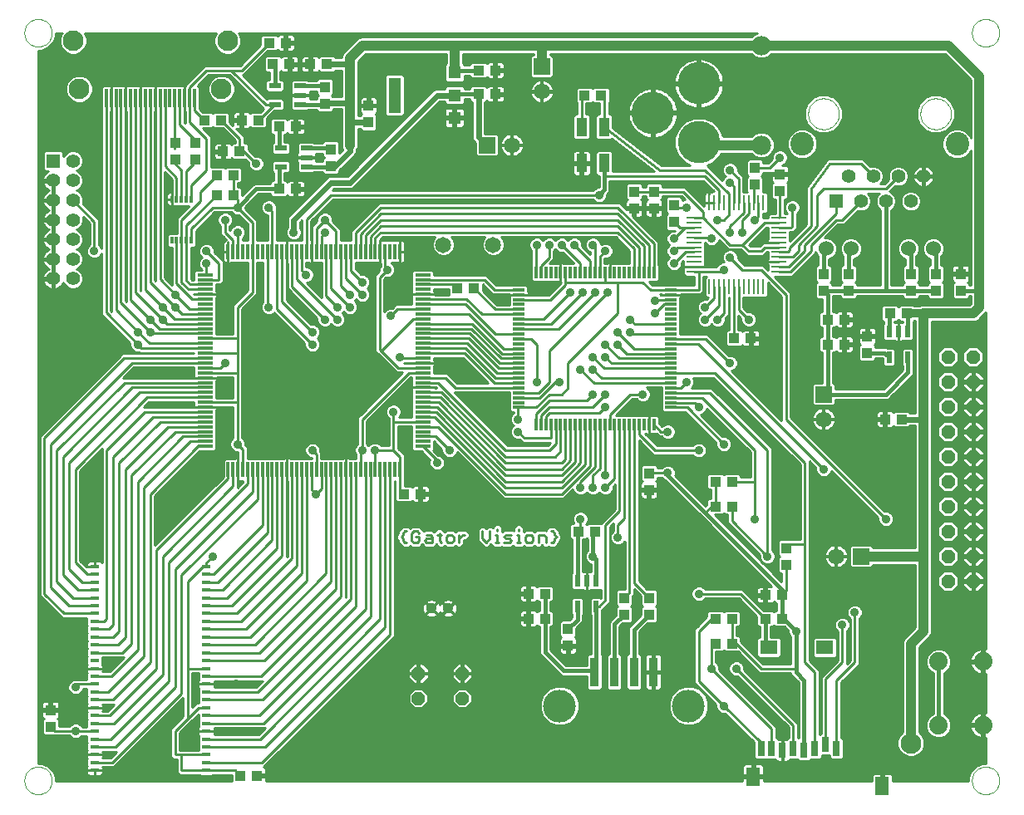
<source format=gtl>
G75*
G70*
%OFA0B0*%
%FSLAX24Y24*%
%IPPOS*%
%LPD*%
%AMOC8*
5,1,8,0,0,1.08239X$1,22.5*
%
%ADD10C,0.0000*%
%ADD11C,0.0110*%
%ADD12R,0.0554X0.0554*%
%ADD13C,0.0554*%
%ADD14C,0.0602*%
%ADD15C,0.0945*%
%ADD16R,0.0709X0.0551*%
%ADD17R,0.0551X0.0748*%
%ADD18R,0.0315X0.0591*%
%ADD19C,0.1700*%
%ADD20C,0.0740*%
%ADD21R,0.0100X0.0591*%
%ADD22R,0.0591X0.0100*%
%ADD23OC8,0.0560*%
%ADD24R,0.0118X0.0630*%
%ADD25R,0.0630X0.0118*%
%ADD26R,0.0217X0.0472*%
%ADD27R,0.0394X0.0433*%
%ADD28R,0.0433X0.0394*%
%ADD29C,0.0780*%
%ADD30R,0.0472X0.0217*%
%ADD31R,0.0512X0.0512*%
%ADD32R,0.0512X0.1417*%
%ADD33R,0.0472X0.0118*%
%ADD34R,0.0118X0.0472*%
%ADD35R,0.0118X0.0748*%
%ADD36C,0.0827*%
%ADD37R,0.0354X0.0157*%
%ADD38C,0.0650*%
%ADD39R,0.0433X0.0748*%
%ADD40R,0.0560X0.0560*%
%ADD41C,0.0560*%
%ADD42C,0.1310*%
%ADD43R,0.0354X0.1181*%
%ADD44R,0.0118X0.0276*%
%ADD45OC8,0.0520*%
%ADD46C,0.0436*%
%ADD47R,0.0650X0.0650*%
%ADD48C,0.0100*%
%ADD49C,0.0356*%
%ADD50C,0.0160*%
%ADD51C,0.0120*%
%ADD52C,0.0400*%
%ADD53C,0.0320*%
%ADD54C,0.0240*%
D10*
X000549Y002790D02*
X000551Y002837D01*
X000557Y002883D01*
X000567Y002929D01*
X000580Y002974D01*
X000598Y003017D01*
X000619Y003059D01*
X000643Y003099D01*
X000671Y003136D01*
X000702Y003171D01*
X000736Y003204D01*
X000772Y003233D01*
X000811Y003259D01*
X000852Y003282D01*
X000895Y003301D01*
X000939Y003317D01*
X000984Y003329D01*
X001030Y003337D01*
X001077Y003341D01*
X001123Y003341D01*
X001170Y003337D01*
X001216Y003329D01*
X001261Y003317D01*
X001305Y003301D01*
X001348Y003282D01*
X001389Y003259D01*
X001428Y003233D01*
X001464Y003204D01*
X001498Y003171D01*
X001529Y003136D01*
X001557Y003099D01*
X001581Y003059D01*
X001602Y003017D01*
X001620Y002974D01*
X001633Y002929D01*
X001643Y002883D01*
X001649Y002837D01*
X001651Y002790D01*
X001649Y002743D01*
X001643Y002697D01*
X001633Y002651D01*
X001620Y002606D01*
X001602Y002563D01*
X001581Y002521D01*
X001557Y002481D01*
X001529Y002444D01*
X001498Y002409D01*
X001464Y002376D01*
X001428Y002347D01*
X001389Y002321D01*
X001348Y002298D01*
X001305Y002279D01*
X001261Y002263D01*
X001216Y002251D01*
X001170Y002243D01*
X001123Y002239D01*
X001077Y002239D01*
X001030Y002243D01*
X000984Y002251D01*
X000939Y002263D01*
X000895Y002279D01*
X000852Y002298D01*
X000811Y002321D01*
X000772Y002347D01*
X000736Y002376D01*
X000702Y002409D01*
X000671Y002444D01*
X000643Y002481D01*
X000619Y002521D01*
X000598Y002563D01*
X000580Y002606D01*
X000567Y002651D01*
X000557Y002697D01*
X000551Y002743D01*
X000549Y002790D01*
X031980Y029540D02*
X031982Y029589D01*
X031988Y029638D01*
X031998Y029687D01*
X032011Y029734D01*
X032028Y029780D01*
X032049Y029825D01*
X032074Y029868D01*
X032101Y029908D01*
X032132Y029947D01*
X032166Y029983D01*
X032203Y030016D01*
X032242Y030046D01*
X032283Y030073D01*
X032326Y030096D01*
X032371Y030116D01*
X032418Y030133D01*
X032465Y030145D01*
X032514Y030154D01*
X032563Y030159D01*
X032612Y030160D01*
X032662Y030157D01*
X032710Y030150D01*
X032758Y030139D01*
X032806Y030125D01*
X032851Y030107D01*
X032896Y030085D01*
X032938Y030060D01*
X032978Y030031D01*
X033016Y030000D01*
X033051Y029965D01*
X033084Y029928D01*
X033113Y029888D01*
X033139Y029846D01*
X033162Y029803D01*
X033181Y029757D01*
X033196Y029710D01*
X033208Y029662D01*
X033216Y029614D01*
X033220Y029565D01*
X033220Y029515D01*
X033216Y029466D01*
X033208Y029418D01*
X033196Y029370D01*
X033181Y029323D01*
X033162Y029277D01*
X033139Y029234D01*
X033113Y029192D01*
X033084Y029152D01*
X033051Y029115D01*
X033016Y029080D01*
X032978Y029049D01*
X032938Y029020D01*
X032896Y028995D01*
X032851Y028973D01*
X032806Y028955D01*
X032758Y028941D01*
X032710Y028930D01*
X032662Y028923D01*
X032612Y028920D01*
X032563Y028921D01*
X032514Y028926D01*
X032465Y028935D01*
X032418Y028947D01*
X032371Y028964D01*
X032326Y028984D01*
X032283Y029007D01*
X032242Y029034D01*
X032203Y029064D01*
X032166Y029097D01*
X032132Y029133D01*
X032101Y029172D01*
X032074Y029212D01*
X032049Y029255D01*
X032028Y029300D01*
X032011Y029346D01*
X031998Y029393D01*
X031988Y029442D01*
X031982Y029491D01*
X031980Y029540D01*
X036480Y029540D02*
X036482Y029589D01*
X036488Y029638D01*
X036498Y029687D01*
X036511Y029734D01*
X036528Y029780D01*
X036549Y029825D01*
X036574Y029868D01*
X036601Y029908D01*
X036632Y029947D01*
X036666Y029983D01*
X036703Y030016D01*
X036742Y030046D01*
X036783Y030073D01*
X036826Y030096D01*
X036871Y030116D01*
X036918Y030133D01*
X036965Y030145D01*
X037014Y030154D01*
X037063Y030159D01*
X037112Y030160D01*
X037162Y030157D01*
X037210Y030150D01*
X037258Y030139D01*
X037306Y030125D01*
X037351Y030107D01*
X037396Y030085D01*
X037438Y030060D01*
X037478Y030031D01*
X037516Y030000D01*
X037551Y029965D01*
X037584Y029928D01*
X037613Y029888D01*
X037639Y029846D01*
X037662Y029803D01*
X037681Y029757D01*
X037696Y029710D01*
X037708Y029662D01*
X037716Y029614D01*
X037720Y029565D01*
X037720Y029515D01*
X037716Y029466D01*
X037708Y029418D01*
X037696Y029370D01*
X037681Y029323D01*
X037662Y029277D01*
X037639Y029234D01*
X037613Y029192D01*
X037584Y029152D01*
X037551Y029115D01*
X037516Y029080D01*
X037478Y029049D01*
X037438Y029020D01*
X037396Y028995D01*
X037351Y028973D01*
X037306Y028955D01*
X037258Y028941D01*
X037210Y028930D01*
X037162Y028923D01*
X037112Y028920D01*
X037063Y028921D01*
X037014Y028926D01*
X036965Y028935D01*
X036918Y028947D01*
X036871Y028964D01*
X036826Y028984D01*
X036783Y029007D01*
X036742Y029034D01*
X036703Y029064D01*
X036666Y029097D01*
X036632Y029133D01*
X036601Y029172D01*
X036574Y029212D01*
X036549Y029255D01*
X036528Y029300D01*
X036511Y029346D01*
X036498Y029393D01*
X036488Y029442D01*
X036482Y029491D01*
X036480Y029540D01*
X038549Y032790D02*
X038551Y032837D01*
X038557Y032883D01*
X038567Y032929D01*
X038580Y032974D01*
X038598Y033017D01*
X038619Y033059D01*
X038643Y033099D01*
X038671Y033136D01*
X038702Y033171D01*
X038736Y033204D01*
X038772Y033233D01*
X038811Y033259D01*
X038852Y033282D01*
X038895Y033301D01*
X038939Y033317D01*
X038984Y033329D01*
X039030Y033337D01*
X039077Y033341D01*
X039123Y033341D01*
X039170Y033337D01*
X039216Y033329D01*
X039261Y033317D01*
X039305Y033301D01*
X039348Y033282D01*
X039389Y033259D01*
X039428Y033233D01*
X039464Y033204D01*
X039498Y033171D01*
X039529Y033136D01*
X039557Y033099D01*
X039581Y033059D01*
X039602Y033017D01*
X039620Y032974D01*
X039633Y032929D01*
X039643Y032883D01*
X039649Y032837D01*
X039651Y032790D01*
X039649Y032743D01*
X039643Y032697D01*
X039633Y032651D01*
X039620Y032606D01*
X039602Y032563D01*
X039581Y032521D01*
X039557Y032481D01*
X039529Y032444D01*
X039498Y032409D01*
X039464Y032376D01*
X039428Y032347D01*
X039389Y032321D01*
X039348Y032298D01*
X039305Y032279D01*
X039261Y032263D01*
X039216Y032251D01*
X039170Y032243D01*
X039123Y032239D01*
X039077Y032239D01*
X039030Y032243D01*
X038984Y032251D01*
X038939Y032263D01*
X038895Y032279D01*
X038852Y032298D01*
X038811Y032321D01*
X038772Y032347D01*
X038736Y032376D01*
X038702Y032409D01*
X038671Y032444D01*
X038643Y032481D01*
X038619Y032521D01*
X038598Y032563D01*
X038580Y032606D01*
X038567Y032651D01*
X038557Y032697D01*
X038551Y032743D01*
X038549Y032790D01*
X038549Y002790D02*
X038551Y002837D01*
X038557Y002883D01*
X038567Y002929D01*
X038580Y002974D01*
X038598Y003017D01*
X038619Y003059D01*
X038643Y003099D01*
X038671Y003136D01*
X038702Y003171D01*
X038736Y003204D01*
X038772Y003233D01*
X038811Y003259D01*
X038852Y003282D01*
X038895Y003301D01*
X038939Y003317D01*
X038984Y003329D01*
X039030Y003337D01*
X039077Y003341D01*
X039123Y003341D01*
X039170Y003337D01*
X039216Y003329D01*
X039261Y003317D01*
X039305Y003301D01*
X039348Y003282D01*
X039389Y003259D01*
X039428Y003233D01*
X039464Y003204D01*
X039498Y003171D01*
X039529Y003136D01*
X039557Y003099D01*
X039581Y003059D01*
X039602Y003017D01*
X039620Y002974D01*
X039633Y002929D01*
X039643Y002883D01*
X039649Y002837D01*
X039651Y002790D01*
X039649Y002743D01*
X039643Y002697D01*
X039633Y002651D01*
X039620Y002606D01*
X039602Y002563D01*
X039581Y002521D01*
X039557Y002481D01*
X039529Y002444D01*
X039498Y002409D01*
X039464Y002376D01*
X039428Y002347D01*
X039389Y002321D01*
X039348Y002298D01*
X039305Y002279D01*
X039261Y002263D01*
X039216Y002251D01*
X039170Y002243D01*
X039123Y002239D01*
X039077Y002239D01*
X039030Y002243D01*
X038984Y002251D01*
X038939Y002263D01*
X038895Y002279D01*
X038852Y002298D01*
X038811Y002321D01*
X038772Y002347D01*
X038736Y002376D01*
X038702Y002409D01*
X038671Y002444D01*
X038643Y002481D01*
X038619Y002521D01*
X038598Y002563D01*
X038580Y002606D01*
X038567Y002651D01*
X038557Y002697D01*
X038551Y002743D01*
X038549Y002790D01*
X000549Y032790D02*
X000551Y032837D01*
X000557Y032883D01*
X000567Y032929D01*
X000580Y032974D01*
X000598Y033017D01*
X000619Y033059D01*
X000643Y033099D01*
X000671Y033136D01*
X000702Y033171D01*
X000736Y033204D01*
X000772Y033233D01*
X000811Y033259D01*
X000852Y033282D01*
X000895Y033301D01*
X000939Y033317D01*
X000984Y033329D01*
X001030Y033337D01*
X001077Y033341D01*
X001123Y033341D01*
X001170Y033337D01*
X001216Y033329D01*
X001261Y033317D01*
X001305Y033301D01*
X001348Y033282D01*
X001389Y033259D01*
X001428Y033233D01*
X001464Y033204D01*
X001498Y033171D01*
X001529Y033136D01*
X001557Y033099D01*
X001581Y033059D01*
X001602Y033017D01*
X001620Y032974D01*
X001633Y032929D01*
X001643Y032883D01*
X001649Y032837D01*
X001651Y032790D01*
X001649Y032743D01*
X001643Y032697D01*
X001633Y032651D01*
X001620Y032606D01*
X001602Y032563D01*
X001581Y032521D01*
X001557Y032481D01*
X001529Y032444D01*
X001498Y032409D01*
X001464Y032376D01*
X001428Y032347D01*
X001389Y032321D01*
X001348Y032298D01*
X001305Y032279D01*
X001261Y032263D01*
X001216Y032251D01*
X001170Y032243D01*
X001123Y032239D01*
X001077Y032239D01*
X001030Y032243D01*
X000984Y032251D01*
X000939Y032263D01*
X000895Y032279D01*
X000852Y032298D01*
X000811Y032321D01*
X000772Y032347D01*
X000736Y032376D01*
X000702Y032409D01*
X000671Y032444D01*
X000643Y032481D01*
X000619Y032521D01*
X000598Y032563D01*
X000580Y032606D01*
X000567Y032651D01*
X000557Y032697D01*
X000551Y032743D01*
X000549Y032790D01*
D11*
X015805Y012795D02*
X015730Y012720D01*
X015730Y012645D01*
X015655Y012570D01*
X015730Y012495D01*
X015730Y012420D01*
X015805Y012345D01*
X015880Y012345D01*
X016085Y012420D02*
X016085Y012720D01*
X016160Y012795D01*
X016310Y012795D01*
X016385Y012720D01*
X016385Y012570D02*
X016235Y012570D01*
X016385Y012570D02*
X016385Y012420D01*
X016310Y012345D01*
X016160Y012345D01*
X016085Y012420D01*
X015880Y012795D02*
X015805Y012795D01*
X016600Y012420D02*
X016675Y012495D01*
X016901Y012495D01*
X016901Y012570D02*
X016901Y012345D01*
X016675Y012345D01*
X016600Y012420D01*
X016675Y012645D02*
X016826Y012645D01*
X016901Y012570D01*
X017116Y012645D02*
X017266Y012645D01*
X017191Y012720D02*
X017191Y012420D01*
X017266Y012345D01*
X017460Y012420D02*
X017535Y012345D01*
X017685Y012345D01*
X017760Y012420D01*
X017760Y012570D01*
X017685Y012645D01*
X017535Y012645D01*
X017460Y012570D01*
X017460Y012420D01*
X017975Y012495D02*
X018126Y012645D01*
X018201Y012645D01*
X017975Y012645D02*
X017975Y012345D01*
X018921Y012495D02*
X019071Y012345D01*
X019221Y012495D01*
X019221Y012795D01*
X019436Y012645D02*
X019511Y012645D01*
X019511Y012345D01*
X019436Y012345D02*
X019586Y012345D01*
X019780Y012345D02*
X020005Y012345D01*
X020080Y012420D01*
X020005Y012495D01*
X019855Y012495D01*
X019780Y012570D01*
X019855Y012645D01*
X020080Y012645D01*
X020296Y012645D02*
X020371Y012645D01*
X020371Y012345D01*
X020296Y012345D02*
X020446Y012345D01*
X020640Y012420D02*
X020715Y012345D01*
X020865Y012345D01*
X020940Y012420D01*
X020940Y012570D01*
X020865Y012645D01*
X020715Y012645D01*
X020640Y012570D01*
X020640Y012420D01*
X020371Y012795D02*
X020371Y012870D01*
X021155Y012645D02*
X021380Y012645D01*
X021455Y012570D01*
X021455Y012345D01*
X021671Y012345D02*
X021746Y012345D01*
X021821Y012420D01*
X021821Y012495D01*
X021896Y012570D01*
X021821Y012645D01*
X021821Y012720D01*
X021746Y012795D01*
X021671Y012795D01*
X021155Y012645D02*
X021155Y012345D01*
X019511Y012795D02*
X019511Y012870D01*
X018921Y012795D02*
X018921Y012495D01*
D12*
X033100Y026040D03*
D13*
X034100Y026040D03*
X035100Y026040D03*
X036100Y026040D03*
X035600Y027040D03*
X034600Y027040D03*
X033600Y027040D03*
X036600Y027040D03*
D14*
X037002Y024138D03*
X036002Y024138D03*
X033698Y024138D03*
X032698Y024138D03*
D15*
X031740Y028339D03*
X037960Y028339D03*
D16*
X032651Y008132D03*
X030407Y008132D03*
D17*
X029777Y002955D03*
X034954Y002561D03*
D18*
X033120Y004077D03*
X032687Y004234D03*
X032254Y004077D03*
X031820Y003998D03*
X031387Y004077D03*
X030954Y003998D03*
X030521Y004077D03*
X030088Y004077D03*
D19*
X027600Y028396D03*
X025750Y029577D03*
X027600Y030758D03*
D20*
X037210Y007570D03*
X038990Y007570D03*
X038990Y005010D03*
X037210Y005010D03*
D21*
X030183Y022597D03*
X029986Y022597D03*
X029789Y022597D03*
X029592Y022597D03*
X029395Y022597D03*
X029198Y022597D03*
X029002Y022597D03*
X028805Y022597D03*
X028608Y022597D03*
X028411Y022597D03*
X028214Y022597D03*
X028017Y022597D03*
X028017Y025983D03*
X028214Y025983D03*
X028411Y025983D03*
X028608Y025983D03*
X028805Y025983D03*
X029002Y025983D03*
X029198Y025983D03*
X029395Y025983D03*
X029592Y025983D03*
X029789Y025983D03*
X029986Y025983D03*
X030183Y025983D03*
D22*
X030793Y025372D03*
X030793Y025175D03*
X030793Y024979D03*
X030793Y024782D03*
X030793Y024585D03*
X030793Y024388D03*
X030793Y024191D03*
X030793Y023994D03*
X030793Y023797D03*
X030793Y023601D03*
X030793Y023404D03*
X030793Y023207D03*
X027407Y023207D03*
X027407Y023404D03*
X027407Y023601D03*
X027407Y023797D03*
X027407Y023994D03*
X027407Y024191D03*
X027407Y024388D03*
X027407Y024585D03*
X027407Y024782D03*
X027407Y024979D03*
X027407Y025175D03*
X027407Y025372D03*
D23*
X037600Y019790D03*
X038600Y019790D03*
X038600Y018790D03*
X037600Y018790D03*
X037600Y017790D03*
X038600Y017790D03*
X038600Y016790D03*
X038600Y015790D03*
X037600Y015790D03*
X037600Y016790D03*
X037600Y014790D03*
X038600Y014790D03*
X038600Y013790D03*
X037600Y013790D03*
X037600Y012790D03*
X038600Y012790D03*
X038600Y011790D03*
X037600Y011790D03*
X037600Y010790D03*
X038600Y010790D03*
D24*
X015606Y015273D03*
X015409Y015273D03*
X015212Y015273D03*
X015015Y015273D03*
X014818Y015273D03*
X014621Y015273D03*
X014424Y015273D03*
X014228Y015273D03*
X014031Y015273D03*
X013834Y015273D03*
X013637Y015273D03*
X013440Y015273D03*
X013243Y015273D03*
X013046Y015273D03*
X012850Y015273D03*
X012653Y015273D03*
X012456Y015273D03*
X012259Y015273D03*
X012062Y015273D03*
X011865Y015273D03*
X011669Y015273D03*
X011472Y015273D03*
X011275Y015273D03*
X011078Y015273D03*
X010881Y015273D03*
X010684Y015273D03*
X010487Y015273D03*
X010291Y015273D03*
X010094Y015273D03*
X009897Y015273D03*
X009700Y015273D03*
X009503Y015273D03*
X009306Y015273D03*
X009109Y015273D03*
X008913Y015273D03*
X008716Y015273D03*
X008716Y024013D03*
X008913Y024013D03*
X009109Y024013D03*
X009306Y024013D03*
X009503Y024013D03*
X009700Y024013D03*
X009897Y024013D03*
X010094Y024013D03*
X010291Y024013D03*
X010487Y024013D03*
X010684Y024013D03*
X010881Y024013D03*
X011078Y024013D03*
X011275Y024013D03*
X011472Y024013D03*
X011669Y024013D03*
X011865Y024013D03*
X012062Y024013D03*
X012259Y024013D03*
X012456Y024013D03*
X012653Y024013D03*
X012850Y024013D03*
X013046Y024013D03*
X013243Y024013D03*
X013440Y024013D03*
X013637Y024013D03*
X013834Y024013D03*
X014031Y024013D03*
X014228Y024013D03*
X014424Y024013D03*
X014621Y024013D03*
X014818Y024013D03*
X015015Y024013D03*
X015212Y024013D03*
X015409Y024013D03*
X015606Y024013D03*
D25*
X016531Y023088D03*
X016531Y022891D03*
X016531Y022694D03*
X016531Y022497D03*
X016531Y022301D03*
X016531Y022104D03*
X016531Y021907D03*
X016531Y021710D03*
X016531Y021513D03*
X016531Y021316D03*
X016531Y021120D03*
X016531Y020923D03*
X016531Y020726D03*
X016531Y020529D03*
X016531Y020332D03*
X016531Y020135D03*
X016531Y019938D03*
X016531Y019742D03*
X016531Y019545D03*
X016531Y019348D03*
X016531Y019151D03*
X016531Y018954D03*
X016531Y018757D03*
X016531Y018560D03*
X016531Y018364D03*
X016531Y018167D03*
X016531Y017970D03*
X016531Y017773D03*
X016531Y017576D03*
X016531Y017379D03*
X016531Y017183D03*
X016531Y016986D03*
X016531Y016789D03*
X016531Y016592D03*
X016531Y016395D03*
X016531Y016198D03*
X007791Y016198D03*
X007791Y016395D03*
X007791Y016592D03*
X007791Y016789D03*
X007791Y016986D03*
X007791Y017183D03*
X007791Y017379D03*
X007791Y017576D03*
X007791Y017773D03*
X007791Y017970D03*
X007791Y018167D03*
X007791Y018364D03*
X007791Y018560D03*
X007791Y018757D03*
X007791Y018954D03*
X007791Y019151D03*
X007791Y019348D03*
X007791Y019545D03*
X007791Y019742D03*
X007791Y019938D03*
X007791Y020135D03*
X007791Y020332D03*
X007791Y020529D03*
X007791Y020726D03*
X007791Y020923D03*
X007791Y021120D03*
X007791Y021316D03*
X007791Y021513D03*
X007791Y021710D03*
X007791Y021907D03*
X007791Y022104D03*
X007791Y022301D03*
X007791Y022497D03*
X007791Y022694D03*
X007791Y022891D03*
X007791Y023088D03*
D26*
X022726Y010801D03*
X023100Y010801D03*
X023474Y010801D03*
X023474Y009778D03*
X022726Y009778D03*
X035226Y019778D03*
X035974Y019778D03*
X035974Y020801D03*
X035600Y020801D03*
X035226Y020801D03*
D27*
X034350Y020624D03*
X034350Y019955D03*
X033600Y022455D03*
X033600Y023124D03*
X032600Y023124D03*
X032600Y022455D03*
X036100Y022455D03*
X036100Y023124D03*
X037100Y023124D03*
X037100Y022455D03*
X038100Y022455D03*
X038100Y023124D03*
X030850Y026455D03*
X030850Y027124D03*
X029850Y027374D03*
X029850Y026705D03*
X026600Y025874D03*
X026600Y025205D03*
X025800Y025755D03*
X025800Y026424D03*
X025000Y026424D03*
X025000Y025755D03*
X014350Y029205D03*
X014350Y029874D03*
X012600Y029955D03*
X012600Y030624D03*
X012850Y028124D03*
X012850Y027455D03*
X007400Y027705D03*
X007400Y028374D03*
X006600Y028374D03*
X006600Y027705D03*
X025600Y015124D03*
X025600Y014455D03*
X025600Y010124D03*
X025600Y009455D03*
X024600Y009455D03*
X024600Y010124D03*
X022350Y008874D03*
X022350Y008205D03*
X031100Y011455D03*
X031100Y012124D03*
X001600Y005624D03*
X001600Y004955D03*
D28*
X009215Y002990D03*
X009885Y002990D03*
X020765Y009290D03*
X021435Y009290D03*
X021435Y010290D03*
X020765Y010290D03*
X022765Y012790D03*
X023435Y012790D03*
X028265Y013790D03*
X028935Y013790D03*
X028935Y014790D03*
X028265Y014790D03*
X030265Y010240D03*
X030935Y010240D03*
X030935Y009290D03*
X030265Y009290D03*
X028935Y009290D03*
X028265Y009290D03*
X028265Y008290D03*
X028935Y008290D03*
X035065Y017290D03*
X035735Y017290D03*
X033435Y020290D03*
X032765Y020290D03*
X032765Y021290D03*
X033435Y021290D03*
X035265Y021540D03*
X035935Y021540D03*
X029685Y020540D03*
X029015Y020540D03*
X018585Y022540D03*
X017915Y022540D03*
X011435Y026540D03*
X010765Y026540D03*
X008935Y026290D03*
X008265Y026290D03*
X008265Y027090D03*
X008935Y027090D03*
X009185Y028040D03*
X008515Y028040D03*
X008435Y029290D03*
X007765Y029290D03*
X009265Y029290D03*
X009935Y029290D03*
X010765Y029040D03*
X011435Y029040D03*
X011185Y031540D03*
X010515Y031540D03*
X010365Y032390D03*
X011035Y032390D03*
X012015Y031540D03*
X012685Y031540D03*
X018765Y031290D03*
X019435Y031290D03*
X019435Y030340D03*
X018765Y030340D03*
X023015Y030290D03*
X023685Y030290D03*
X016435Y014290D03*
X015765Y014290D03*
D29*
X030100Y028290D03*
X030100Y032290D03*
D30*
X011862Y028164D03*
X011862Y027790D03*
X011862Y027416D03*
X010838Y027416D03*
X010838Y028164D03*
X010588Y029916D03*
X010588Y030664D03*
X011612Y030664D03*
X011612Y030290D03*
X011612Y029916D03*
D31*
X017801Y030290D03*
X017801Y031195D03*
X017801Y029384D03*
D32*
X015399Y030290D03*
D33*
X020380Y022483D03*
X020380Y022286D03*
X020380Y022090D03*
X020380Y021893D03*
X020380Y021696D03*
X020380Y021499D03*
X020380Y021302D03*
X020380Y021105D03*
X020380Y020908D03*
X020380Y020712D03*
X020380Y020515D03*
X020380Y020318D03*
X020380Y020121D03*
X020380Y019924D03*
X020380Y019727D03*
X020380Y019531D03*
X020380Y019334D03*
X020380Y019137D03*
X020380Y018940D03*
X020380Y018743D03*
X020380Y018546D03*
X020380Y018349D03*
X020380Y018153D03*
X020380Y017956D03*
X020380Y017759D03*
X026483Y017759D03*
X026483Y017956D03*
X026483Y018153D03*
X026483Y018349D03*
X026483Y018546D03*
X026483Y018743D03*
X026483Y018940D03*
X026483Y019137D03*
X026483Y019334D03*
X026483Y019531D03*
X026483Y019727D03*
X026483Y019924D03*
X026483Y020121D03*
X026483Y020318D03*
X026483Y020515D03*
X026483Y020712D03*
X026483Y020908D03*
X026483Y021105D03*
X026483Y021302D03*
X026483Y021499D03*
X026483Y021696D03*
X026483Y021893D03*
X026483Y022090D03*
X026483Y022286D03*
X026483Y022483D03*
D34*
X025794Y023172D03*
X025597Y023172D03*
X025400Y023172D03*
X025203Y023172D03*
X025006Y023172D03*
X024809Y023172D03*
X024613Y023172D03*
X024416Y023172D03*
X024219Y023172D03*
X024022Y023172D03*
X023825Y023172D03*
X023628Y023172D03*
X023431Y023172D03*
X023235Y023172D03*
X023038Y023172D03*
X022841Y023172D03*
X022644Y023172D03*
X022447Y023172D03*
X022250Y023172D03*
X022054Y023172D03*
X021857Y023172D03*
X021660Y023172D03*
X021463Y023172D03*
X021266Y023172D03*
X021069Y023172D03*
X021069Y017070D03*
X021266Y017070D03*
X021463Y017070D03*
X021660Y017070D03*
X021857Y017070D03*
X022054Y017070D03*
X022250Y017070D03*
X022447Y017070D03*
X022644Y017070D03*
X022841Y017070D03*
X023038Y017070D03*
X023235Y017070D03*
X023431Y017070D03*
X023628Y017070D03*
X023825Y017070D03*
X024022Y017070D03*
X024219Y017070D03*
X024416Y017070D03*
X024613Y017070D03*
X024809Y017070D03*
X025006Y017070D03*
X025203Y017070D03*
X025400Y017070D03*
X025597Y017070D03*
X025794Y017070D03*
D35*
X007372Y030166D03*
X007175Y030166D03*
X006978Y030166D03*
X006781Y030166D03*
X006584Y030166D03*
X006387Y030166D03*
X006191Y030166D03*
X005994Y030166D03*
X005797Y030166D03*
X005600Y030166D03*
X005403Y030166D03*
X005206Y030166D03*
X005009Y030166D03*
X004813Y030166D03*
X004616Y030166D03*
X004419Y030166D03*
X004222Y030166D03*
X004025Y030166D03*
X003828Y030166D03*
D36*
X002746Y030540D03*
X002509Y032469D03*
X008691Y032469D03*
X008454Y030540D03*
X036100Y004290D03*
D37*
X007836Y004140D03*
X007836Y004455D03*
X007836Y004770D03*
X007836Y005085D03*
X007836Y005400D03*
X007836Y005715D03*
X007836Y006030D03*
X007836Y006345D03*
X007836Y006660D03*
X007836Y006975D03*
X007836Y007290D03*
X007836Y007605D03*
X007836Y007920D03*
X007836Y008234D03*
X007836Y008549D03*
X007836Y008864D03*
X007836Y009179D03*
X007836Y009494D03*
X007836Y009809D03*
X007836Y010124D03*
X007836Y010439D03*
X007836Y010754D03*
X007836Y011069D03*
X007836Y011384D03*
X003364Y011384D03*
X003364Y011069D03*
X003364Y010754D03*
X003364Y010439D03*
X003364Y010124D03*
X003364Y009809D03*
X003364Y009494D03*
X003364Y009179D03*
X003364Y008864D03*
X003364Y008549D03*
X003364Y008234D03*
X003364Y007920D03*
X003364Y007605D03*
X003364Y007290D03*
X003364Y006975D03*
X003364Y006660D03*
X003364Y006345D03*
X003364Y006030D03*
X003364Y005715D03*
X003364Y005400D03*
X003364Y005085D03*
X003364Y004770D03*
X003364Y004455D03*
X003364Y004140D03*
X003364Y003825D03*
X003364Y003510D03*
X003364Y003195D03*
X007836Y003195D03*
X007836Y003510D03*
X007836Y003825D03*
D38*
X017350Y024290D03*
X019350Y024290D03*
X020100Y028290D03*
X021300Y030440D03*
X032600Y017290D03*
X033100Y011790D03*
D39*
X023803Y027561D03*
X022897Y027561D03*
X022897Y029018D03*
X023803Y029018D03*
D40*
X001706Y027652D03*
D41*
X001706Y026864D03*
X001706Y026077D03*
X002494Y026077D03*
X002494Y026864D03*
X002494Y027652D03*
X002494Y025290D03*
X001706Y025290D03*
X001706Y024502D03*
X001706Y023715D03*
X002494Y023715D03*
X002494Y024502D03*
X002494Y022927D03*
X001706Y022927D03*
D42*
X022015Y005790D03*
X027185Y005790D03*
D43*
X025781Y007148D03*
X024994Y007148D03*
X024206Y007148D03*
X023419Y007148D03*
D44*
X007244Y024463D03*
X007047Y024463D03*
X006850Y024463D03*
X006653Y024463D03*
X006456Y024463D03*
X006456Y026116D03*
X006653Y026116D03*
X006850Y026116D03*
X007047Y026116D03*
X007244Y026116D03*
D45*
X016350Y007090D03*
X016350Y006090D03*
X018100Y006090D03*
X018100Y007090D03*
D46*
X017542Y009702D03*
X016870Y009702D03*
D47*
X032600Y018290D03*
X034100Y011790D03*
X019100Y028290D03*
X021300Y031440D03*
D48*
X020840Y031438D02*
X019801Y031438D01*
X019801Y031506D02*
X019791Y031544D01*
X019771Y031579D01*
X019743Y031606D01*
X019709Y031626D01*
X019671Y031636D01*
X019483Y031636D01*
X019483Y031338D01*
X019386Y031338D01*
X019386Y031636D01*
X019198Y031636D01*
X019160Y031626D01*
X019126Y031606D01*
X019098Y031579D01*
X019092Y031568D01*
X019038Y031621D01*
X018493Y031621D01*
X018414Y031542D01*
X018414Y031505D01*
X018192Y031505D01*
X018192Y031507D01*
X018136Y031563D01*
X018136Y031955D01*
X020965Y031955D01*
X020965Y031900D01*
X020919Y031900D01*
X020840Y031821D01*
X020840Y031059D01*
X020919Y030980D01*
X021681Y030980D01*
X021760Y031059D01*
X021760Y031821D01*
X021681Y031900D01*
X021635Y031900D01*
X021635Y031955D01*
X029693Y031955D01*
X029803Y031845D01*
X029996Y031765D01*
X030204Y031765D01*
X030397Y031845D01*
X030507Y031955D01*
X037461Y031955D01*
X038515Y030901D01*
X038515Y028587D01*
X038475Y028683D01*
X038304Y028854D01*
X038081Y028946D01*
X037839Y028946D01*
X037616Y028854D01*
X037445Y028683D01*
X037353Y028460D01*
X037353Y028218D01*
X037445Y027995D01*
X037616Y027824D01*
X037839Y027731D01*
X038081Y027731D01*
X038304Y027824D01*
X038475Y027995D01*
X038515Y028091D01*
X038515Y022670D01*
X038432Y022670D01*
X038432Y022727D01*
X038378Y022781D01*
X038389Y022788D01*
X038417Y022816D01*
X038437Y022850D01*
X038447Y022888D01*
X038447Y023076D01*
X038148Y023076D01*
X038148Y023173D01*
X038052Y023173D01*
X038052Y023491D01*
X037883Y023491D01*
X037845Y023481D01*
X037811Y023461D01*
X037783Y023433D01*
X037763Y023399D01*
X037753Y023361D01*
X037432Y023361D01*
X037432Y023397D02*
X037353Y023476D01*
X037315Y023476D01*
X037315Y023835D01*
X037371Y023891D01*
X037438Y024051D01*
X037438Y024225D01*
X037371Y024385D01*
X037249Y024508D01*
X037088Y024574D01*
X036915Y024574D01*
X036754Y024508D01*
X036632Y024385D01*
X036565Y024225D01*
X036565Y024051D01*
X036632Y023891D01*
X036754Y023768D01*
X036885Y023714D01*
X036885Y023476D01*
X036847Y023476D01*
X036768Y023397D01*
X036768Y022852D01*
X036830Y022790D01*
X036768Y022727D01*
X036768Y022670D01*
X036432Y022670D01*
X036432Y022727D01*
X036370Y022790D01*
X036432Y022852D01*
X036432Y023397D01*
X036353Y023476D01*
X036315Y023476D01*
X036315Y023835D01*
X036371Y023891D01*
X036438Y024051D01*
X036438Y024225D01*
X036371Y024385D01*
X036249Y024508D01*
X036088Y024574D01*
X035915Y024574D01*
X035754Y024508D01*
X035632Y024385D01*
X035565Y024225D01*
X035565Y024051D01*
X035632Y023891D01*
X035754Y023768D01*
X035885Y023714D01*
X035885Y023476D01*
X035847Y023476D01*
X035768Y023397D01*
X035768Y022852D01*
X035830Y022790D01*
X035768Y022727D01*
X035768Y022670D01*
X035315Y022670D01*
X035315Y025683D01*
X035333Y025690D01*
X035449Y025806D01*
X035512Y025958D01*
X035512Y026122D01*
X035449Y026273D01*
X035333Y026389D01*
X035247Y026425D01*
X035470Y026648D01*
X035518Y026627D01*
X035682Y026627D01*
X035833Y026690D01*
X035949Y026806D01*
X036012Y026958D01*
X036012Y027122D01*
X035949Y027273D01*
X035833Y027389D01*
X035682Y027452D01*
X035518Y027452D01*
X035367Y027389D01*
X035251Y027273D01*
X035188Y027122D01*
X035188Y026958D01*
X035208Y026909D01*
X035023Y026725D01*
X034868Y026725D01*
X034949Y026806D01*
X035012Y026958D01*
X035012Y027122D01*
X034949Y027273D01*
X034833Y027389D01*
X034682Y027452D01*
X034518Y027452D01*
X034470Y027432D01*
X034177Y027725D01*
X032912Y027725D01*
X032900Y027734D01*
X032837Y027725D01*
X032773Y027725D01*
X032763Y027714D01*
X032748Y027712D01*
X032710Y027661D01*
X032665Y027616D01*
X032665Y027601D01*
X031960Y026661D01*
X031915Y026616D01*
X031915Y026601D01*
X031906Y026589D01*
X031915Y026526D01*
X031915Y025116D01*
X031238Y024439D01*
X031238Y024458D01*
X031228Y024496D01*
X031223Y024504D01*
X031223Y024794D01*
X031366Y024794D01*
X031427Y024855D01*
X031535Y024963D01*
X031535Y025532D01*
X031615Y025612D01*
X031663Y025727D01*
X031663Y025852D01*
X031615Y025967D01*
X031527Y026055D01*
X031412Y026103D01*
X031288Y026103D01*
X031173Y026055D01*
X031085Y025967D01*
X031037Y025852D01*
X031037Y025727D01*
X031085Y025612D01*
X031140Y025557D01*
X031035Y025557D01*
X031035Y026103D01*
X031103Y026103D01*
X031182Y026183D01*
X031182Y026727D01*
X031128Y026781D01*
X031139Y026788D01*
X031167Y026816D01*
X031187Y026850D01*
X031197Y026888D01*
X031197Y027076D01*
X030898Y027076D01*
X030898Y027173D01*
X031197Y027173D01*
X031197Y027361D01*
X031187Y027399D01*
X031167Y027433D01*
X031139Y027461D01*
X031105Y027481D01*
X031067Y027491D01*
X030947Y027491D01*
X031027Y027524D01*
X031115Y027612D01*
X031163Y027727D01*
X031163Y027852D01*
X031115Y027967D01*
X031027Y028055D01*
X030912Y028103D01*
X030788Y028103D01*
X030673Y028055D01*
X030585Y027967D01*
X030537Y027852D01*
X030537Y027738D01*
X030358Y027559D01*
X030182Y027559D01*
X030182Y027647D01*
X030103Y027726D01*
X029597Y027726D01*
X029518Y027647D01*
X029518Y027102D01*
X029580Y027040D01*
X029518Y026977D01*
X029518Y026433D01*
X029538Y026413D01*
X029383Y026413D01*
X029383Y027018D01*
X029275Y027126D01*
X029163Y027238D01*
X029163Y027352D01*
X029115Y027467D01*
X029027Y027555D01*
X028912Y027603D01*
X028788Y027603D01*
X028673Y027555D01*
X028585Y027467D01*
X028537Y027352D01*
X028537Y027227D01*
X028585Y027112D01*
X028657Y027040D01*
X028585Y026967D01*
X028541Y026861D01*
X028035Y027366D01*
X027933Y027468D01*
X028158Y027561D01*
X028435Y027838D01*
X028483Y027955D01*
X029693Y027955D01*
X029803Y027845D01*
X029996Y027765D01*
X030204Y027765D01*
X030397Y027845D01*
X030545Y027992D01*
X030625Y028185D01*
X030625Y028394D01*
X030545Y028587D01*
X030397Y028735D01*
X030204Y028815D01*
X029996Y028815D01*
X029803Y028735D01*
X029693Y028625D01*
X028571Y028625D01*
X028435Y028954D01*
X028158Y029231D01*
X027796Y029381D01*
X027404Y029381D01*
X027042Y029231D01*
X026765Y028954D01*
X026615Y028592D01*
X026615Y028200D01*
X026765Y027838D01*
X027042Y027561D01*
X027250Y027475D01*
X026094Y027475D01*
X024154Y028979D01*
X024154Y029448D01*
X024075Y029527D01*
X023988Y029527D01*
X023988Y029988D01*
X024036Y030037D01*
X024036Y030542D01*
X023957Y030621D01*
X023412Y030621D01*
X023350Y030559D01*
X023288Y030621D01*
X022743Y030621D01*
X022664Y030542D01*
X022664Y030037D01*
X022712Y029988D01*
X022712Y029527D01*
X022625Y029527D01*
X022546Y029448D01*
X022546Y028588D01*
X022625Y028509D01*
X023170Y028509D01*
X023249Y028588D01*
X023249Y029448D01*
X023170Y029527D01*
X023082Y029527D01*
X023082Y029958D01*
X023288Y029958D01*
X023350Y030020D01*
X023412Y029958D01*
X023618Y029958D01*
X023618Y029527D01*
X023530Y029527D01*
X023451Y029448D01*
X023451Y028588D01*
X023530Y028509D01*
X024075Y028509D01*
X024111Y028545D01*
X025813Y027225D01*
X024154Y027225D01*
X024154Y027991D01*
X024075Y028070D01*
X023530Y028070D01*
X023451Y027991D01*
X023451Y027131D01*
X023530Y027052D01*
X023588Y027052D01*
X023588Y026603D01*
X023538Y026603D01*
X023423Y026555D01*
X023342Y026475D01*
X012896Y026475D01*
X012956Y026535D01*
X013651Y026535D01*
X013744Y026573D01*
X017206Y030035D01*
X017410Y030035D01*
X017410Y029978D01*
X017489Y029899D01*
X018113Y029899D01*
X018192Y029978D01*
X018192Y030125D01*
X018414Y030125D01*
X018414Y030087D01*
X018493Y030008D01*
X018510Y030008D01*
X018510Y028574D01*
X018549Y028480D01*
X018640Y028389D01*
X018640Y027909D01*
X018719Y027830D01*
X019481Y027830D01*
X019560Y027909D01*
X019560Y028671D01*
X019481Y028750D01*
X019020Y028750D01*
X019020Y030008D01*
X019038Y030008D01*
X019092Y030062D01*
X019098Y030051D01*
X019126Y030023D01*
X019160Y030003D01*
X019198Y029993D01*
X019386Y029993D01*
X019386Y030291D01*
X019483Y030291D01*
X019483Y029993D01*
X019671Y029993D01*
X019709Y030003D01*
X019743Y030023D01*
X019771Y030051D01*
X019791Y030085D01*
X019801Y030123D01*
X019801Y030291D01*
X019483Y030291D01*
X019483Y030388D01*
X019386Y030388D01*
X019386Y030686D01*
X019198Y030686D01*
X019160Y030676D01*
X019126Y030656D01*
X019098Y030629D01*
X019092Y030618D01*
X019038Y030671D01*
X018493Y030671D01*
X018414Y030592D01*
X018414Y030555D01*
X018192Y030555D01*
X018192Y030601D01*
X018113Y030681D01*
X017489Y030681D01*
X017410Y030601D01*
X017410Y030545D01*
X017049Y030545D01*
X016956Y030506D01*
X016884Y030434D01*
X013494Y027045D01*
X012799Y027045D01*
X012706Y027006D01*
X012634Y026934D01*
X011134Y025434D01*
X011095Y025340D01*
X011095Y024977D01*
X011085Y024967D01*
X011037Y024852D01*
X011037Y024727D01*
X011085Y024612D01*
X011173Y024524D01*
X011288Y024476D01*
X011412Y024476D01*
X011527Y024524D01*
X011615Y024612D01*
X011663Y024727D01*
X011663Y024852D01*
X011615Y024967D01*
X011605Y024977D01*
X011605Y025184D01*
X011680Y025259D01*
X011680Y024463D01*
X011203Y024463D01*
X011195Y024468D01*
X011157Y024478D01*
X011078Y024478D01*
X011078Y024013D01*
X011078Y023548D01*
X011090Y023548D01*
X011090Y022538D01*
X012287Y021341D01*
X012287Y021227D01*
X012335Y021112D01*
X012423Y021024D01*
X012538Y020976D01*
X012662Y020976D01*
X012777Y021024D01*
X012850Y021097D01*
X012923Y021024D01*
X013038Y020976D01*
X013162Y020976D01*
X013277Y021024D01*
X013365Y021112D01*
X013413Y021227D01*
X013413Y021352D01*
X013365Y021467D01*
X013293Y021540D01*
X013350Y021597D01*
X013423Y021524D01*
X013538Y021476D01*
X013662Y021476D01*
X013777Y021524D01*
X013865Y021612D01*
X013913Y021727D01*
X013913Y021852D01*
X013865Y021967D01*
X013793Y022040D01*
X013850Y022097D01*
X013923Y022024D01*
X014038Y021976D01*
X014162Y021976D01*
X014277Y022024D01*
X014365Y022112D01*
X014413Y022227D01*
X014413Y022352D01*
X014365Y022467D01*
X014293Y022540D01*
X014365Y022612D01*
X014413Y022727D01*
X014413Y022852D01*
X014365Y022967D01*
X014615Y022967D01*
X014615Y022869D02*
X014406Y022869D01*
X014413Y022770D02*
X014615Y022770D01*
X014615Y022672D02*
X014390Y022672D01*
X014326Y022573D02*
X014615Y022573D01*
X014615Y022475D02*
X014358Y022475D01*
X014403Y022376D02*
X014615Y022376D01*
X014615Y022278D02*
X014413Y022278D01*
X014393Y022179D02*
X014615Y022179D01*
X014615Y022081D02*
X014334Y022081D01*
X014176Y021982D02*
X014615Y021982D01*
X014615Y021884D02*
X013900Y021884D01*
X013913Y021785D02*
X014615Y021785D01*
X014615Y021687D02*
X013896Y021687D01*
X013841Y021588D02*
X014615Y021588D01*
X014615Y021490D02*
X013694Y021490D01*
X013506Y021490D02*
X013343Y021490D01*
X013341Y021588D02*
X013359Y021588D01*
X013397Y021391D02*
X014615Y021391D01*
X014615Y021293D02*
X013413Y021293D01*
X013399Y021194D02*
X014615Y021194D01*
X014615Y021096D02*
X013349Y021096D01*
X013212Y020997D02*
X014615Y020997D01*
X014615Y020899D02*
X012394Y020899D01*
X012413Y020852D02*
X012365Y020967D01*
X012277Y021055D01*
X012162Y021103D01*
X012049Y021103D01*
X011066Y022085D01*
X011066Y023548D01*
X011078Y023548D01*
X011078Y024013D01*
X011078Y024013D01*
X011078Y024013D01*
X011081Y024013D01*
X011081Y024013D01*
X011078Y024013D01*
X011075Y024013D01*
X011075Y024013D01*
X011078Y024013D01*
X011078Y024013D01*
X011078Y024013D01*
X011078Y024478D01*
X010999Y024478D01*
X010961Y024468D01*
X010953Y024463D01*
X010672Y024463D01*
X010672Y025729D01*
X010663Y025738D01*
X010663Y025852D01*
X010615Y025967D01*
X010527Y026055D01*
X010412Y026103D01*
X010288Y026103D01*
X010173Y026055D01*
X010085Y025967D01*
X010037Y025852D01*
X010037Y025727D01*
X010085Y025612D01*
X010173Y025524D01*
X010288Y025476D01*
X010302Y025476D01*
X010302Y024463D01*
X009885Y024463D01*
X009885Y025266D01*
X009777Y025375D01*
X009413Y025738D01*
X009413Y025799D01*
X009939Y026325D01*
X010414Y026325D01*
X010414Y026287D01*
X010493Y026208D01*
X011038Y026208D01*
X011092Y026262D01*
X011098Y026251D01*
X011126Y026223D01*
X011160Y026203D01*
X011198Y026193D01*
X011386Y026193D01*
X011386Y026491D01*
X011483Y026491D01*
X011483Y026193D01*
X011671Y026193D01*
X011709Y026203D01*
X011743Y026223D01*
X011771Y026251D01*
X011791Y026285D01*
X011801Y026323D01*
X011801Y026491D01*
X011483Y026491D01*
X011483Y026588D01*
X011386Y026588D01*
X011386Y026886D01*
X011198Y026886D01*
X011160Y026876D01*
X011126Y026856D01*
X011098Y026829D01*
X011092Y026818D01*
X011038Y026871D01*
X010980Y026871D01*
X010980Y027172D01*
X011130Y027172D01*
X011209Y027251D01*
X011209Y027580D01*
X011130Y027659D01*
X010546Y027659D01*
X010467Y027580D01*
X010467Y027251D01*
X010546Y027172D01*
X010550Y027172D01*
X010550Y026871D01*
X010493Y026871D01*
X010414Y026792D01*
X010414Y026755D01*
X009761Y026755D01*
X009286Y026280D01*
X009286Y026542D01*
X009207Y026621D01*
X009120Y026621D01*
X009120Y026758D01*
X009207Y026758D01*
X009286Y026837D01*
X009286Y027342D01*
X009207Y027421D01*
X008662Y027421D01*
X008600Y027359D01*
X008538Y027421D01*
X008035Y027421D01*
X008035Y028616D01*
X007927Y028725D01*
X007693Y028958D01*
X008038Y028958D01*
X008100Y029020D01*
X008162Y028958D01*
X008505Y028958D01*
X009000Y028463D01*
X009000Y028371D01*
X008912Y028371D01*
X008858Y028318D01*
X008852Y028329D01*
X008824Y028356D01*
X008790Y028376D01*
X008752Y028386D01*
X008564Y028386D01*
X008564Y028088D01*
X008467Y028088D01*
X008467Y028386D01*
X008279Y028386D01*
X008241Y028376D01*
X008207Y028356D01*
X008179Y028329D01*
X008159Y028294D01*
X008149Y028256D01*
X008149Y028088D01*
X008467Y028088D01*
X008467Y027991D01*
X008564Y027991D01*
X008564Y027693D01*
X008752Y027693D01*
X008790Y027703D01*
X008824Y027723D01*
X008852Y027751D01*
X008858Y027762D01*
X008912Y027708D01*
X009420Y027708D01*
X009537Y027591D01*
X009537Y027477D01*
X009585Y027362D01*
X009673Y027274D01*
X009788Y027226D01*
X009912Y027226D01*
X010027Y027274D01*
X010115Y027362D01*
X010163Y027477D01*
X010163Y027602D01*
X010115Y027717D01*
X010027Y027805D01*
X009912Y027853D01*
X009799Y027853D01*
X009536Y028115D01*
X009536Y028292D01*
X009457Y028371D01*
X009370Y028371D01*
X009370Y028616D01*
X009261Y028725D01*
X009043Y028943D01*
X009217Y028943D01*
X009217Y029241D01*
X009314Y029241D01*
X009314Y028943D01*
X009502Y028943D01*
X009540Y028953D01*
X009574Y028973D01*
X009602Y029001D01*
X009608Y029012D01*
X009662Y028958D01*
X010207Y028958D01*
X010286Y029037D01*
X010286Y029380D01*
X010579Y029672D01*
X010880Y029672D01*
X010959Y029751D01*
X010959Y030080D01*
X010880Y030159D01*
X010296Y030159D01*
X010269Y030132D01*
X009297Y031105D01*
X009342Y031105D01*
X010295Y032058D01*
X010638Y032058D01*
X010692Y032112D01*
X010698Y032101D01*
X010726Y032073D01*
X010760Y032053D01*
X010798Y032043D01*
X010986Y032043D01*
X010986Y032341D01*
X011083Y032341D01*
X011083Y032043D01*
X011271Y032043D01*
X011309Y032053D01*
X011343Y032073D01*
X011371Y032101D01*
X011391Y032135D01*
X011401Y032173D01*
X011401Y032341D01*
X011083Y032341D01*
X011083Y032438D01*
X010986Y032438D01*
X010986Y032736D01*
X010798Y032736D01*
X010760Y032726D01*
X010726Y032706D01*
X010698Y032679D01*
X010692Y032668D01*
X010638Y032721D01*
X010093Y032721D01*
X010014Y032642D01*
X010014Y032300D01*
X009189Y031475D01*
X007773Y031475D01*
X007098Y030799D01*
X006990Y030691D01*
X006990Y030690D01*
X006978Y030690D01*
X006978Y030166D01*
X006978Y030166D01*
X006978Y030690D01*
X006899Y030690D01*
X006861Y030679D01*
X006853Y030675D01*
X005922Y030675D01*
X005914Y030679D01*
X005876Y030690D01*
X005797Y030690D01*
X005797Y030166D01*
X005797Y030166D01*
X005797Y030690D01*
X005718Y030690D01*
X005680Y030679D01*
X005672Y030675D01*
X005332Y030675D01*
X005323Y030679D01*
X005285Y030690D01*
X005206Y030690D01*
X005127Y030690D01*
X005089Y030679D01*
X005081Y030675D01*
X004741Y030675D01*
X004733Y030679D01*
X004695Y030690D01*
X004616Y030690D01*
X004616Y030166D01*
X004616Y030166D01*
X004616Y030690D01*
X004537Y030690D01*
X004499Y030679D01*
X004491Y030675D01*
X004150Y030675D01*
X004142Y030679D01*
X004104Y030690D01*
X004025Y030690D01*
X003946Y030690D01*
X003908Y030679D01*
X003900Y030675D01*
X003713Y030675D01*
X003634Y030596D01*
X003634Y029736D01*
X003643Y029727D01*
X003643Y024150D01*
X003615Y024217D01*
X003535Y024297D01*
X003535Y025297D01*
X003427Y025406D01*
X002888Y025944D01*
X002909Y025994D01*
X002909Y026160D01*
X002846Y026312D01*
X002729Y026429D01*
X002628Y026471D01*
X002729Y026513D01*
X003643Y026513D01*
X003643Y026415D02*
X002743Y026415D01*
X002729Y026513D02*
X002846Y026629D01*
X002909Y026782D01*
X002909Y026947D01*
X002846Y027099D01*
X002729Y027216D01*
X002628Y027258D01*
X002729Y027300D01*
X002846Y027417D01*
X002909Y027569D01*
X002909Y027734D01*
X002846Y027887D01*
X002729Y028004D01*
X002576Y028067D01*
X002411Y028067D01*
X002259Y028004D01*
X002142Y027887D01*
X002121Y027837D01*
X002121Y027988D01*
X002042Y028067D01*
X001370Y028067D01*
X001291Y027988D01*
X001291Y027316D01*
X001370Y027237D01*
X001490Y027237D01*
X001481Y027232D01*
X001426Y027192D01*
X001378Y027145D01*
X001339Y027090D01*
X001308Y027029D01*
X001287Y026965D01*
X001277Y026904D01*
X001666Y026904D01*
X001666Y026824D01*
X001746Y026824D01*
X001746Y026117D01*
X001666Y026117D01*
X001666Y026037D01*
X001277Y026037D01*
X001287Y025976D01*
X001308Y025912D01*
X001339Y025852D01*
X001378Y025797D01*
X001426Y025749D01*
X001481Y025709D01*
X001532Y025683D01*
X001481Y025657D01*
X001426Y025618D01*
X001378Y025570D01*
X001339Y025515D01*
X001308Y025455D01*
X001287Y025390D01*
X001277Y025330D01*
X001666Y025330D01*
X001666Y025719D01*
X001666Y026037D01*
X001746Y026037D01*
X001746Y025330D01*
X001666Y025330D01*
X001666Y025250D01*
X001277Y025250D01*
X001287Y025189D01*
X001308Y025125D01*
X001339Y025064D01*
X001378Y025009D01*
X001426Y024962D01*
X001481Y024922D01*
X001532Y024896D01*
X001481Y024870D01*
X001426Y024830D01*
X001378Y024782D01*
X001339Y024728D01*
X001308Y024667D01*
X001287Y024603D01*
X001277Y024542D01*
X001666Y024542D01*
X001666Y024462D01*
X001277Y024462D01*
X001287Y024402D01*
X001308Y024337D01*
X001339Y024277D01*
X001378Y024222D01*
X001426Y024174D01*
X001481Y024134D01*
X001532Y024109D01*
X001481Y024083D01*
X001426Y024043D01*
X001378Y023995D01*
X001339Y023940D01*
X001308Y023880D01*
X001287Y023815D01*
X001277Y023755D01*
X001666Y023755D01*
X001746Y023755D01*
X001666Y023755D01*
X001666Y023675D01*
X001277Y023675D01*
X001287Y023614D01*
X001308Y023550D01*
X001339Y023489D01*
X001378Y023435D01*
X001426Y023387D01*
X001481Y023347D01*
X001532Y023321D01*
X001481Y023295D01*
X001426Y023255D01*
X001378Y023208D01*
X001339Y023153D01*
X001308Y023092D01*
X001287Y023028D01*
X001277Y022967D01*
X001666Y022967D01*
X001100Y022967D01*
X001100Y022869D02*
X001280Y022869D01*
X001277Y022887D02*
X001287Y022827D01*
X001308Y022762D01*
X001339Y022702D01*
X001378Y022647D01*
X001426Y022599D01*
X001481Y022560D01*
X001541Y022529D01*
X001606Y022508D01*
X001666Y022498D01*
X001666Y022887D01*
X001746Y022887D01*
X001746Y022498D01*
X001807Y022508D01*
X001871Y022529D01*
X001932Y022560D01*
X001986Y022599D01*
X002034Y022647D01*
X002074Y022702D01*
X002105Y022762D01*
X002108Y022773D01*
X002142Y022692D01*
X002259Y022576D01*
X002411Y022512D01*
X002576Y022512D01*
X002729Y022576D01*
X002846Y022692D01*
X002909Y022845D01*
X002909Y023010D01*
X002846Y023162D01*
X002729Y023279D01*
X002628Y023321D01*
X002729Y023363D01*
X002846Y023480D01*
X002909Y023632D01*
X002909Y023797D01*
X002846Y023950D01*
X002729Y024067D01*
X002628Y024109D01*
X002729Y024150D01*
X002846Y024267D01*
X002909Y024420D01*
X002909Y024585D01*
X002846Y024737D01*
X002729Y024854D01*
X002628Y024896D01*
X002729Y024938D01*
X002846Y025055D01*
X002909Y025207D01*
X002909Y025372D01*
X002889Y025420D01*
X003165Y025144D01*
X003165Y024297D01*
X003085Y024217D01*
X003037Y024102D01*
X003037Y023977D01*
X003085Y023862D01*
X003173Y023774D01*
X003288Y023726D01*
X003412Y023726D01*
X003527Y023774D01*
X003615Y023862D01*
X003643Y023930D01*
X003643Y021485D01*
X003752Y021376D01*
X004787Y020341D01*
X004787Y020227D01*
X004835Y020112D01*
X004923Y020024D01*
X005038Y019976D01*
X005151Y019976D01*
X005178Y019950D01*
X007341Y019950D01*
X007341Y019927D01*
X004475Y019927D01*
X004367Y019818D01*
X001165Y016616D01*
X001165Y010213D01*
X001273Y010105D01*
X001273Y010105D01*
X002069Y009309D01*
X003052Y009309D01*
X003052Y009045D01*
X003074Y009022D01*
X003052Y008999D01*
X003052Y008730D01*
X003074Y008707D01*
X003052Y008684D01*
X003052Y008415D01*
X003074Y008392D01*
X003052Y008369D01*
X003052Y008100D01*
X003074Y008077D01*
X003052Y008054D01*
X003052Y007785D01*
X003074Y007762D01*
X003052Y007739D01*
X003052Y007470D01*
X003065Y007457D01*
X003047Y007426D01*
X003037Y007388D01*
X003037Y007290D01*
X003364Y007290D01*
X003691Y007290D01*
X003691Y007388D01*
X003681Y007426D01*
X003663Y007457D01*
X003676Y007470D01*
X003676Y007735D01*
X004533Y007735D01*
X003958Y007160D01*
X003683Y007160D01*
X003691Y007191D01*
X003691Y007290D01*
X003364Y007290D01*
X003364Y007290D01*
X003364Y007290D01*
X003037Y007290D01*
X003037Y007191D01*
X003047Y007153D01*
X003065Y007122D01*
X003052Y007109D01*
X003052Y006845D01*
X002682Y006845D01*
X002662Y006853D01*
X002538Y006853D01*
X002423Y006805D01*
X002335Y006717D01*
X002287Y006602D01*
X002287Y006477D01*
X002335Y006362D01*
X002423Y006274D01*
X002538Y006226D01*
X002662Y006226D01*
X002777Y006274D01*
X002865Y006362D01*
X002912Y006475D01*
X003052Y006475D01*
X003052Y006210D01*
X003074Y006187D01*
X003052Y006164D01*
X003052Y005895D01*
X003065Y005882D01*
X003047Y005851D01*
X003037Y005813D01*
X003037Y005715D01*
X003364Y005715D01*
X003691Y005715D01*
X003691Y005813D01*
X003683Y005845D01*
X004144Y005845D01*
X003884Y005585D01*
X003683Y005585D01*
X003691Y005616D01*
X003691Y005715D01*
X003364Y005715D01*
X003364Y005715D01*
X003364Y005715D01*
X003037Y005715D01*
X003037Y005616D01*
X003047Y005578D01*
X003065Y005547D01*
X003052Y005535D01*
X003052Y005265D01*
X003074Y005242D01*
X003052Y005220D01*
X003052Y004955D01*
X002870Y004955D01*
X002865Y004967D01*
X002777Y005055D01*
X002662Y005103D01*
X002538Y005103D01*
X002423Y005055D01*
X002342Y004975D01*
X001932Y004975D01*
X001932Y005227D01*
X001878Y005281D01*
X001889Y005288D01*
X001917Y005316D01*
X001937Y005350D01*
X001947Y005388D01*
X001947Y005576D01*
X001648Y005576D01*
X001648Y005673D01*
X001552Y005673D01*
X001552Y005991D01*
X001383Y005991D01*
X001345Y005981D01*
X001311Y005961D01*
X001283Y005933D01*
X001263Y005899D01*
X001253Y005861D01*
X001253Y005673D01*
X001552Y005673D01*
X001552Y005576D01*
X001253Y005576D01*
X001253Y005388D01*
X001263Y005350D01*
X001283Y005316D01*
X001311Y005288D01*
X001322Y005281D01*
X001268Y005227D01*
X001268Y004683D01*
X001347Y004603D01*
X001853Y004603D01*
X001854Y004605D01*
X002342Y004605D01*
X002423Y004524D01*
X002538Y004476D01*
X002662Y004476D01*
X002777Y004524D01*
X002838Y004585D01*
X003052Y004585D01*
X003052Y004320D01*
X003074Y004297D01*
X003052Y004275D01*
X003052Y004005D01*
X003065Y003992D01*
X003047Y003962D01*
X003037Y003924D01*
X003037Y003825D01*
X003037Y003727D01*
X003047Y003688D01*
X003065Y003658D01*
X003052Y003645D01*
X003052Y003375D01*
X003065Y003362D01*
X003047Y003332D01*
X003037Y003294D01*
X003037Y003195D01*
X003037Y003097D01*
X003047Y003058D01*
X003067Y003024D01*
X003095Y002996D01*
X003129Y002977D01*
X003167Y002966D01*
X003364Y002966D01*
X003561Y002966D01*
X003599Y002977D01*
X003633Y002996D01*
X003661Y003024D01*
X003681Y003058D01*
X003691Y003097D01*
X003691Y003195D01*
X003364Y003195D01*
X003364Y003195D01*
X003364Y002966D01*
X003364Y003195D01*
X003364Y003195D01*
X003691Y003195D01*
X003691Y003294D01*
X003683Y003325D01*
X004147Y003325D01*
X006915Y006093D01*
X006915Y005366D01*
X006415Y004866D01*
X006415Y003748D01*
X006523Y003640D01*
X006665Y003640D01*
X006665Y003118D01*
X006773Y003010D01*
X007574Y003010D01*
X007603Y002981D01*
X008069Y002981D01*
X008098Y003010D01*
X008864Y003010D01*
X008864Y002790D01*
X001801Y002790D01*
X001801Y002929D01*
X001694Y003187D01*
X001497Y003384D01*
X001239Y003491D01*
X001100Y003491D01*
X001100Y032088D01*
X001239Y032088D01*
X001497Y032195D01*
X001694Y032392D01*
X001801Y032650D01*
X001801Y032790D01*
X002055Y032790D01*
X002045Y032779D01*
X001961Y032578D01*
X001961Y032360D01*
X002045Y032158D01*
X002199Y032004D01*
X002400Y031920D01*
X002619Y031920D01*
X002820Y032004D01*
X002974Y032158D01*
X003058Y032360D01*
X003058Y032578D01*
X002974Y032779D01*
X002964Y032790D01*
X008236Y032790D01*
X008226Y032779D01*
X008142Y032578D01*
X008142Y032360D01*
X008226Y032158D01*
X008380Y032004D01*
X008581Y031920D01*
X008800Y031920D01*
X009001Y032004D01*
X009155Y032158D01*
X009239Y032360D01*
X009239Y032578D01*
X009155Y032779D01*
X009145Y032790D01*
X029935Y032790D01*
X029803Y032735D01*
X029693Y032625D01*
X014033Y032625D01*
X013910Y032574D01*
X013816Y032479D01*
X013410Y032074D01*
X013316Y031979D01*
X013265Y031856D01*
X013265Y031795D01*
X013034Y031795D01*
X012957Y031871D01*
X012412Y031871D01*
X012358Y031818D01*
X012352Y031829D01*
X012324Y031856D01*
X012290Y031876D01*
X012252Y031886D01*
X012064Y031886D01*
X012064Y031588D01*
X011967Y031588D01*
X011967Y031886D01*
X011779Y031886D01*
X011741Y031876D01*
X011707Y031856D01*
X011679Y031829D01*
X011659Y031794D01*
X011649Y031756D01*
X011649Y031588D01*
X011967Y031588D01*
X011967Y031491D01*
X012064Y031491D01*
X012064Y031193D01*
X012252Y031193D01*
X012290Y031203D01*
X012324Y031223D01*
X012352Y031251D01*
X012358Y031262D01*
X012412Y031208D01*
X012957Y031208D01*
X013034Y031285D01*
X013265Y031285D01*
X013265Y030245D01*
X012914Y030245D01*
X012870Y030290D01*
X012932Y030352D01*
X012932Y030897D01*
X012853Y030976D01*
X012347Y030976D01*
X012268Y030897D01*
X012268Y030879D01*
X011932Y030879D01*
X011904Y030907D01*
X011320Y030907D01*
X011241Y030828D01*
X011241Y030499D01*
X011254Y030486D01*
X011236Y030456D01*
X011226Y030418D01*
X011226Y030294D01*
X011608Y030294D01*
X011608Y030285D01*
X011226Y030285D01*
X011226Y030162D01*
X011236Y030123D01*
X011254Y030093D01*
X011241Y030080D01*
X011241Y029751D01*
X011320Y029672D01*
X011904Y029672D01*
X011932Y029701D01*
X012268Y029701D01*
X012268Y029683D01*
X012347Y029603D01*
X012853Y029603D01*
X012932Y029683D01*
X012932Y029735D01*
X013265Y029735D01*
X013265Y028223D01*
X013311Y028111D01*
X013182Y027982D01*
X013182Y028397D01*
X013103Y028476D01*
X012597Y028476D01*
X012518Y028397D01*
X012518Y028379D01*
X012182Y028379D01*
X012154Y028407D01*
X011570Y028407D01*
X011491Y028328D01*
X011491Y027999D01*
X011504Y027986D01*
X011486Y027956D01*
X011476Y027918D01*
X011476Y027794D01*
X011858Y027794D01*
X011858Y027785D01*
X011476Y027785D01*
X011476Y027662D01*
X011486Y027623D01*
X011504Y027593D01*
X011491Y027580D01*
X011491Y027251D01*
X011570Y027172D01*
X012154Y027172D01*
X012182Y027201D01*
X012518Y027201D01*
X012518Y027183D01*
X012597Y027103D01*
X013103Y027103D01*
X013182Y027183D01*
X013182Y027261D01*
X013744Y027823D01*
X013816Y027895D01*
X013855Y027989D01*
X013855Y028071D01*
X013884Y028100D01*
X013935Y028223D01*
X013935Y028950D01*
X014018Y028950D01*
X014018Y028933D01*
X014097Y028853D01*
X014603Y028853D01*
X014682Y028933D01*
X014682Y029477D01*
X014628Y029531D01*
X014639Y029538D01*
X014667Y029566D01*
X014687Y029600D01*
X014697Y029638D01*
X014697Y029826D01*
X014398Y029826D01*
X014398Y029923D01*
X014302Y029923D01*
X014302Y030241D01*
X014133Y030241D01*
X014095Y030231D01*
X014061Y030211D01*
X014033Y030183D01*
X014013Y030149D01*
X014003Y030111D01*
X014003Y029923D01*
X014302Y029923D01*
X014302Y029826D01*
X014003Y029826D01*
X014003Y029638D01*
X014013Y029600D01*
X014033Y029566D01*
X014061Y029538D01*
X014072Y029531D01*
X014018Y029477D01*
X014018Y029460D01*
X013935Y029460D01*
X013935Y031651D01*
X014239Y031955D01*
X017466Y031955D01*
X017466Y031563D01*
X017410Y031507D01*
X017410Y030883D01*
X017489Y030804D01*
X018113Y030804D01*
X018192Y030883D01*
X018192Y031075D01*
X018414Y031075D01*
X018414Y031037D01*
X018493Y030958D01*
X019038Y030958D01*
X019092Y031012D01*
X019098Y031001D01*
X019126Y030973D01*
X019160Y030953D01*
X019198Y030943D01*
X019386Y030943D01*
X019386Y031241D01*
X019483Y031241D01*
X019483Y030943D01*
X019671Y030943D01*
X019709Y030953D01*
X019743Y030973D01*
X019771Y031001D01*
X019791Y031035D01*
X019801Y031073D01*
X019801Y031241D01*
X019483Y031241D01*
X019483Y031338D01*
X019801Y031338D01*
X019801Y031506D01*
X019793Y031537D02*
X020840Y031537D01*
X020840Y031635D02*
X019676Y031635D01*
X019483Y031635D02*
X019386Y031635D01*
X019386Y031537D02*
X019483Y031537D01*
X019483Y031438D02*
X019386Y031438D01*
X019386Y031340D02*
X019483Y031340D01*
X019483Y031241D02*
X020840Y031241D01*
X020840Y031143D02*
X019801Y031143D01*
X019793Y031044D02*
X020855Y031044D01*
X020991Y030802D02*
X020938Y030749D01*
X020894Y030689D01*
X020860Y030622D01*
X020837Y030551D01*
X020825Y030477D01*
X020825Y030459D01*
X021281Y030459D01*
X021281Y030915D01*
X021263Y030915D01*
X021189Y030903D01*
X021118Y030880D01*
X021051Y030846D01*
X020991Y030802D01*
X020937Y030749D02*
X015790Y030749D01*
X015790Y030847D02*
X017446Y030847D01*
X017410Y030946D02*
X015790Y030946D01*
X015790Y031044D02*
X017410Y031044D01*
X017410Y031143D02*
X013935Y031143D01*
X013935Y031241D02*
X017410Y031241D01*
X017410Y031340D02*
X013935Y031340D01*
X013935Y031438D02*
X017410Y031438D01*
X017440Y031537D02*
X013935Y031537D01*
X013935Y031635D02*
X017466Y031635D01*
X017466Y031734D02*
X014018Y031734D01*
X014116Y031832D02*
X017466Y031832D01*
X017466Y031931D02*
X014215Y031931D01*
X013760Y032423D02*
X011083Y032423D01*
X011083Y032438D02*
X011401Y032438D01*
X011401Y032606D01*
X011391Y032644D01*
X011371Y032679D01*
X011343Y032706D01*
X011309Y032726D01*
X011271Y032736D01*
X011083Y032736D01*
X011083Y032438D01*
X011083Y032522D02*
X010986Y032522D01*
X010986Y032620D02*
X011083Y032620D01*
X011083Y032719D02*
X010986Y032719D01*
X010747Y032719D02*
X010641Y032719D01*
X010365Y032390D02*
X009265Y031290D01*
X008850Y031290D01*
X007850Y031290D01*
X007175Y030614D01*
X007175Y030166D01*
X007175Y029215D01*
X007850Y028540D01*
X007850Y027290D01*
X007244Y026683D01*
X007244Y026116D01*
X007047Y026116D02*
X007047Y027236D01*
X007350Y027540D01*
X007400Y027705D01*
X008035Y027695D02*
X008270Y027695D01*
X008279Y027693D02*
X008467Y027693D01*
X008467Y027991D01*
X008149Y027991D01*
X008149Y027823D01*
X008159Y027785D01*
X008179Y027751D01*
X008207Y027723D01*
X008241Y027703D01*
X008279Y027693D01*
X008157Y027794D02*
X008035Y027794D01*
X008035Y027892D02*
X008149Y027892D01*
X008149Y027991D02*
X008035Y027991D01*
X008035Y028089D02*
X008149Y028089D01*
X008149Y028188D02*
X008035Y028188D01*
X008035Y028286D02*
X008157Y028286D01*
X008272Y028385D02*
X008035Y028385D01*
X008035Y028483D02*
X008979Y028483D01*
X009000Y028385D02*
X008758Y028385D01*
X008564Y028385D02*
X008467Y028385D01*
X008467Y028286D02*
X008564Y028286D01*
X008564Y028188D02*
X008467Y028188D01*
X008467Y028089D02*
X008564Y028089D01*
X008564Y027991D02*
X008467Y027991D01*
X008467Y027892D02*
X008564Y027892D01*
X008564Y027794D02*
X008467Y027794D01*
X008467Y027695D02*
X008564Y027695D01*
X008761Y027695D02*
X009433Y027695D01*
X009531Y027597D02*
X008035Y027597D01*
X008035Y027498D02*
X009537Y027498D01*
X009569Y027400D02*
X009229Y027400D01*
X009286Y027301D02*
X009646Y027301D01*
X009850Y027540D02*
X009350Y028040D01*
X009185Y028040D01*
X009185Y028540D01*
X008435Y029290D01*
X008786Y029271D02*
X009217Y029271D01*
X009217Y029241D02*
X008899Y029241D01*
X008899Y029087D01*
X008786Y029200D01*
X008786Y029542D01*
X008707Y029621D01*
X008162Y029621D01*
X008100Y029559D01*
X008038Y029621D01*
X007695Y029621D01*
X007566Y029751D01*
X007566Y030596D01*
X007492Y030670D01*
X007927Y031105D01*
X008773Y031105D01*
X010131Y029747D01*
X010005Y029621D01*
X009662Y029621D01*
X009608Y029568D01*
X009602Y029579D01*
X009574Y029606D01*
X009540Y029626D01*
X009502Y029636D01*
X009314Y029636D01*
X009314Y029338D01*
X009217Y029338D01*
X009217Y029636D01*
X009029Y029636D01*
X008991Y029626D01*
X008957Y029606D01*
X008929Y029579D01*
X008909Y029544D01*
X008899Y029506D01*
X008899Y029338D01*
X009217Y029338D01*
X009217Y029241D01*
X009217Y029173D02*
X009314Y029173D01*
X009314Y029074D02*
X009217Y029074D01*
X009217Y028976D02*
X009314Y028976D01*
X009207Y028779D02*
X010422Y028779D01*
X010414Y028787D02*
X010493Y028708D01*
X010550Y028708D01*
X010550Y028407D01*
X010546Y028407D01*
X010467Y028328D01*
X010467Y027999D01*
X010546Y027920D01*
X011130Y027920D01*
X011209Y027999D01*
X011209Y028328D01*
X011130Y028407D01*
X010980Y028407D01*
X010980Y028708D01*
X011038Y028708D01*
X011092Y028762D01*
X011098Y028751D01*
X011126Y028723D01*
X011160Y028703D01*
X011198Y028693D01*
X011386Y028693D01*
X011386Y028991D01*
X011483Y028991D01*
X011483Y028693D01*
X011671Y028693D01*
X011709Y028703D01*
X011743Y028723D01*
X011771Y028751D01*
X011791Y028785D01*
X011801Y028823D01*
X011801Y028991D01*
X011483Y028991D01*
X011483Y029088D01*
X011386Y029088D01*
X011386Y029386D01*
X011198Y029386D01*
X011160Y029376D01*
X011126Y029356D01*
X011098Y029329D01*
X011092Y029318D01*
X011038Y029371D01*
X010493Y029371D01*
X010414Y029292D01*
X010414Y028787D01*
X010414Y028877D02*
X009109Y028877D01*
X009306Y028680D02*
X010550Y028680D01*
X010550Y028582D02*
X009370Y028582D01*
X009370Y028483D02*
X010550Y028483D01*
X010524Y028385D02*
X009370Y028385D01*
X009536Y028286D02*
X010467Y028286D01*
X010467Y028188D02*
X009536Y028188D01*
X009562Y028089D02*
X010467Y028089D01*
X010476Y027991D02*
X009661Y027991D01*
X009759Y027892D02*
X011476Y027892D01*
X011499Y027991D02*
X011201Y027991D01*
X011209Y028089D02*
X011491Y028089D01*
X011491Y028188D02*
X011209Y028188D01*
X011209Y028286D02*
X011491Y028286D01*
X011547Y028385D02*
X011153Y028385D01*
X010980Y028483D02*
X013265Y028483D01*
X013265Y028385D02*
X013182Y028385D01*
X013182Y028286D02*
X013265Y028286D01*
X013280Y028188D02*
X013182Y028188D01*
X013182Y028089D02*
X013289Y028089D01*
X013190Y027991D02*
X013182Y027991D01*
X013518Y027597D02*
X014046Y027597D01*
X013948Y027498D02*
X013419Y027498D01*
X013321Y027400D02*
X013849Y027400D01*
X013751Y027301D02*
X013222Y027301D01*
X013182Y027203D02*
X013652Y027203D01*
X013554Y027104D02*
X013104Y027104D01*
X012705Y027006D02*
X010980Y027006D01*
X010980Y027104D02*
X012596Y027104D01*
X012607Y026907D02*
X010980Y026907D01*
X011161Y027203D02*
X011539Y027203D01*
X011491Y027301D02*
X011209Y027301D01*
X011209Y027400D02*
X011491Y027400D01*
X011491Y027498D02*
X011209Y027498D01*
X011192Y027597D02*
X011501Y027597D01*
X011476Y027695D02*
X010124Y027695D01*
X010163Y027597D02*
X010484Y027597D01*
X010467Y027498D02*
X010163Y027498D01*
X010131Y027400D02*
X010467Y027400D01*
X010467Y027301D02*
X010054Y027301D01*
X010516Y027203D02*
X009286Y027203D01*
X009286Y027104D02*
X010550Y027104D01*
X010550Y027006D02*
X009286Y027006D01*
X009286Y026907D02*
X010550Y026907D01*
X010430Y026809D02*
X009258Y026809D01*
X009120Y026710D02*
X009717Y026710D01*
X009618Y026612D02*
X009217Y026612D01*
X009286Y026513D02*
X009520Y026513D01*
X009421Y026415D02*
X009286Y026415D01*
X009286Y026316D02*
X009323Y026316D01*
X009100Y026124D02*
X009100Y025790D01*
X008100Y025790D01*
X007244Y024933D01*
X007244Y024463D01*
X007438Y024445D02*
X008561Y024445D01*
X008565Y024448D02*
X008537Y024420D01*
X008517Y024386D01*
X008507Y024348D01*
X008507Y024013D01*
X008507Y023679D01*
X008517Y023640D01*
X008525Y023626D01*
X008427Y023725D01*
X008163Y023988D01*
X008163Y024102D01*
X008115Y024217D01*
X008027Y024305D01*
X007912Y024353D01*
X007788Y024353D01*
X007673Y024305D01*
X007585Y024217D01*
X007537Y024102D01*
X007537Y023977D01*
X007585Y023862D01*
X007657Y023790D01*
X007585Y023717D01*
X007537Y023602D01*
X007537Y023477D01*
X007585Y023362D01*
X007665Y023282D01*
X007420Y023282D01*
X007341Y023203D01*
X007341Y022879D01*
X007272Y022879D01*
X007232Y022919D01*
X007232Y024190D01*
X007359Y024190D01*
X007438Y024269D01*
X007438Y024657D01*
X007429Y024666D01*
X007429Y024857D01*
X008177Y025605D01*
X008842Y025605D01*
X008923Y025524D01*
X009038Y025476D01*
X009151Y025476D01*
X009515Y025113D01*
X009515Y024463D01*
X009294Y024463D01*
X009294Y024541D01*
X009365Y024612D01*
X009413Y024727D01*
X009413Y024852D01*
X009365Y024967D01*
X009277Y025055D01*
X009162Y025103D01*
X009038Y025103D01*
X008923Y025055D01*
X008835Y024967D01*
X008791Y024861D01*
X008785Y024866D01*
X008785Y025032D01*
X008865Y025112D01*
X008913Y025227D01*
X008913Y025352D01*
X008865Y025467D01*
X008777Y025555D01*
X008662Y025603D01*
X008538Y025603D01*
X008423Y025555D01*
X008335Y025467D01*
X008287Y025352D01*
X008287Y025227D01*
X008335Y025112D01*
X008415Y025032D01*
X008415Y024713D01*
X008523Y024605D01*
X008650Y024478D01*
X008637Y024478D01*
X008599Y024468D01*
X008565Y024448D01*
X008585Y024543D02*
X007438Y024543D01*
X007438Y024642D02*
X008486Y024642D01*
X008415Y024740D02*
X007429Y024740D01*
X007429Y024839D02*
X008415Y024839D01*
X008415Y024937D02*
X007509Y024937D01*
X007608Y025036D02*
X008411Y025036D01*
X008325Y025134D02*
X007706Y025134D01*
X007805Y025233D02*
X008287Y025233D01*
X008287Y025331D02*
X007903Y025331D01*
X008002Y025430D02*
X008319Y025430D01*
X008396Y025528D02*
X008100Y025528D01*
X008600Y025290D02*
X008600Y024790D01*
X008913Y024477D01*
X008913Y024013D01*
X008719Y024013D02*
X008716Y024013D01*
X008716Y023548D01*
X008795Y023548D01*
X008833Y023558D01*
X008841Y023563D01*
X009515Y023563D01*
X009515Y022466D01*
X008915Y021866D01*
X008915Y020714D01*
X008241Y020714D01*
X008241Y022175D01*
X008245Y022184D01*
X008256Y022222D01*
X008256Y022301D01*
X008256Y022379D01*
X008245Y022418D01*
X008241Y022426D01*
X008241Y022706D01*
X008427Y022706D01*
X008535Y022815D01*
X008535Y023609D01*
X008537Y023606D01*
X008565Y023578D01*
X008599Y023558D01*
X008637Y023548D01*
X008716Y023548D01*
X008716Y024013D01*
X008716Y024013D01*
X008716Y024013D01*
X008719Y024013D01*
X008719Y024013D01*
X008716Y024013D02*
X008716Y024412D01*
X008716Y024412D01*
X008716Y024013D01*
X008507Y024013D01*
X008716Y024013D01*
X008716Y024013D01*
X008716Y024013D01*
X008716Y024051D02*
X008716Y024051D01*
X008716Y024149D02*
X008716Y024149D01*
X008716Y024248D02*
X008716Y024248D01*
X008716Y024346D02*
X008716Y024346D01*
X008507Y024346D02*
X007928Y024346D01*
X007772Y024346D02*
X007438Y024346D01*
X007416Y024248D02*
X007615Y024248D01*
X007556Y024149D02*
X007232Y024149D01*
X007232Y024051D02*
X007537Y024051D01*
X007547Y023952D02*
X007232Y023952D01*
X007232Y023854D02*
X007593Y023854D01*
X007623Y023755D02*
X007232Y023755D01*
X007232Y023657D02*
X007560Y023657D01*
X007537Y023558D02*
X007232Y023558D01*
X007232Y023460D02*
X007544Y023460D01*
X007586Y023361D02*
X007232Y023361D01*
X007232Y023263D02*
X007400Y023263D01*
X007341Y023164D02*
X007232Y023164D01*
X007232Y023066D02*
X007341Y023066D01*
X007341Y022967D02*
X007232Y022967D01*
X007047Y022843D02*
X007047Y024463D01*
X007047Y025071D01*
X008265Y026290D01*
X008935Y026290D02*
X009100Y026124D01*
X008935Y026290D02*
X008935Y027090D01*
X008640Y027400D02*
X008560Y027400D01*
X008265Y027090D02*
X007600Y026424D01*
X007600Y026040D01*
X006850Y025290D01*
X006850Y024463D01*
X006850Y022790D01*
X007142Y022497D01*
X007791Y022497D01*
X007791Y022303D02*
X007791Y022301D01*
X008256Y022301D01*
X007791Y022301D01*
X007791Y022301D01*
X007791Y022301D01*
X007791Y022303D01*
X007791Y022303D01*
X007791Y022301D02*
X007351Y022301D01*
X007351Y022301D01*
X007791Y022301D01*
X007791Y022298D01*
X007791Y022298D01*
X007791Y022301D01*
X007791Y022301D01*
X007791Y022301D01*
X007791Y022104D02*
X007286Y022104D01*
X006653Y022736D01*
X006653Y024463D01*
X006665Y024736D02*
X006341Y024736D01*
X006262Y024657D01*
X006262Y024269D01*
X006341Y024190D01*
X006468Y024190D01*
X006468Y022683D01*
X006179Y022973D01*
X006179Y027199D01*
X006468Y026910D01*
X006468Y026404D01*
X006456Y026404D01*
X006377Y026404D01*
X006339Y026394D01*
X006305Y026374D01*
X006277Y026346D01*
X006257Y026312D01*
X006247Y026274D01*
X006247Y026116D01*
X006247Y025959D01*
X006257Y025921D01*
X006277Y025886D01*
X006305Y025859D01*
X006339Y025839D01*
X006377Y025829D01*
X006456Y025829D01*
X006456Y026116D01*
X006456Y026116D01*
X006247Y026116D01*
X006456Y026116D01*
X006456Y026116D01*
X006456Y025829D01*
X006535Y025829D01*
X006573Y025839D01*
X006582Y025844D01*
X007142Y025844D01*
X006665Y025366D01*
X006665Y024736D01*
X006665Y024740D02*
X006179Y024740D01*
X006179Y024642D02*
X006262Y024642D01*
X006262Y024543D02*
X006179Y024543D01*
X006179Y024445D02*
X006262Y024445D01*
X006262Y024346D02*
X006179Y024346D01*
X006179Y024248D02*
X006284Y024248D01*
X006179Y024149D02*
X006468Y024149D01*
X006468Y024051D02*
X006179Y024051D01*
X006179Y023952D02*
X006468Y023952D01*
X006468Y023854D02*
X006179Y023854D01*
X006179Y023755D02*
X006468Y023755D01*
X006468Y023657D02*
X006179Y023657D01*
X006179Y023558D02*
X006468Y023558D01*
X006468Y023460D02*
X006179Y023460D01*
X006179Y023361D02*
X006468Y023361D01*
X006468Y023263D02*
X006179Y023263D01*
X006179Y023164D02*
X006468Y023164D01*
X006468Y023066D02*
X006179Y023066D01*
X006184Y022967D02*
X006468Y022967D01*
X006468Y022869D02*
X006283Y022869D01*
X006381Y022770D02*
X006468Y022770D01*
X005994Y022896D02*
X006600Y022290D01*
X007180Y021710D01*
X007791Y021710D01*
X007791Y021513D02*
X006876Y021513D01*
X006600Y021790D01*
X005600Y022790D01*
X005600Y030166D01*
X005797Y030166D02*
X005797Y029642D01*
X005809Y029642D01*
X005809Y022843D01*
X005785Y022866D01*
X005785Y029642D01*
X005797Y029642D01*
X005797Y030166D01*
X005797Y030166D01*
X005797Y030158D02*
X005797Y030158D01*
X005797Y030256D02*
X005797Y030256D01*
X005797Y030355D02*
X005797Y030355D01*
X005797Y030453D02*
X005797Y030453D01*
X005797Y030552D02*
X005797Y030552D01*
X005797Y030650D02*
X005797Y030650D01*
X005994Y030166D02*
X005994Y022896D01*
X005809Y022869D02*
X005785Y022869D01*
X005785Y022967D02*
X005809Y022967D01*
X005809Y023066D02*
X005785Y023066D01*
X005785Y023164D02*
X005809Y023164D01*
X005809Y023263D02*
X005785Y023263D01*
X005785Y023361D02*
X005809Y023361D01*
X005809Y023460D02*
X005785Y023460D01*
X005785Y023558D02*
X005809Y023558D01*
X005809Y023657D02*
X005785Y023657D01*
X005785Y023755D02*
X005809Y023755D01*
X005809Y023854D02*
X005785Y023854D01*
X005785Y023952D02*
X005809Y023952D01*
X005809Y024051D02*
X005785Y024051D01*
X005785Y024149D02*
X005809Y024149D01*
X005809Y024248D02*
X005785Y024248D01*
X005785Y024346D02*
X005809Y024346D01*
X005809Y024445D02*
X005785Y024445D01*
X005785Y024543D02*
X005809Y024543D01*
X005809Y024642D02*
X005785Y024642D01*
X005785Y024740D02*
X005809Y024740D01*
X005809Y024839D02*
X005785Y024839D01*
X005785Y024937D02*
X005809Y024937D01*
X005809Y025036D02*
X005785Y025036D01*
X005785Y025134D02*
X005809Y025134D01*
X005809Y025233D02*
X005785Y025233D01*
X005785Y025331D02*
X005809Y025331D01*
X005809Y025430D02*
X005785Y025430D01*
X005785Y025528D02*
X005809Y025528D01*
X005809Y025627D02*
X005785Y025627D01*
X005785Y025725D02*
X005809Y025725D01*
X005809Y025824D02*
X005785Y025824D01*
X005785Y025922D02*
X005809Y025922D01*
X005809Y026021D02*
X005785Y026021D01*
X005785Y026119D02*
X005809Y026119D01*
X005809Y026218D02*
X005785Y026218D01*
X005785Y026316D02*
X005809Y026316D01*
X005809Y026415D02*
X005785Y026415D01*
X005785Y026513D02*
X005809Y026513D01*
X005809Y026612D02*
X005785Y026612D01*
X005785Y026710D02*
X005809Y026710D01*
X005809Y026809D02*
X005785Y026809D01*
X005785Y026907D02*
X005809Y026907D01*
X005809Y027006D02*
X005785Y027006D01*
X005785Y027104D02*
X005809Y027104D01*
X005809Y027203D02*
X005785Y027203D01*
X005785Y027301D02*
X005809Y027301D01*
X005809Y027400D02*
X005785Y027400D01*
X005785Y027498D02*
X005809Y027498D01*
X005809Y027597D02*
X005785Y027597D01*
X005785Y027695D02*
X005809Y027695D01*
X005809Y027794D02*
X005785Y027794D01*
X005785Y027892D02*
X005809Y027892D01*
X005809Y027991D02*
X005785Y027991D01*
X005785Y028089D02*
X005809Y028089D01*
X005809Y028188D02*
X005785Y028188D01*
X005785Y028286D02*
X005809Y028286D01*
X005809Y028385D02*
X005785Y028385D01*
X005785Y028483D02*
X005809Y028483D01*
X005809Y028582D02*
X005785Y028582D01*
X005785Y028680D02*
X005809Y028680D01*
X005809Y028779D02*
X005785Y028779D01*
X005785Y028877D02*
X005809Y028877D01*
X005809Y028976D02*
X005785Y028976D01*
X005785Y029074D02*
X005809Y029074D01*
X005809Y029173D02*
X005785Y029173D01*
X005785Y029271D02*
X005809Y029271D01*
X005809Y029370D02*
X005785Y029370D01*
X005785Y029468D02*
X005809Y029468D01*
X005809Y029567D02*
X005785Y029567D01*
X005797Y029665D02*
X005797Y029665D01*
X005797Y029764D02*
X005797Y029764D01*
X005797Y029862D02*
X005797Y029862D01*
X005797Y029961D02*
X005797Y029961D01*
X005797Y030059D02*
X005797Y030059D01*
X006191Y030166D02*
X006191Y027449D01*
X006653Y026986D01*
X006653Y026116D01*
X006456Y026116D02*
X006456Y026116D01*
X006456Y026404D01*
X006456Y026116D01*
X006456Y026119D02*
X006456Y026119D01*
X006456Y026021D02*
X006456Y026021D01*
X006456Y025922D02*
X006456Y025922D01*
X006257Y025922D02*
X006179Y025922D01*
X006179Y025824D02*
X007122Y025824D01*
X007024Y025725D02*
X006179Y025725D01*
X006179Y025627D02*
X006925Y025627D01*
X006827Y025528D02*
X006179Y025528D01*
X006179Y025430D02*
X006728Y025430D01*
X006665Y025331D02*
X006179Y025331D01*
X006179Y025233D02*
X006665Y025233D01*
X006665Y025134D02*
X006179Y025134D01*
X006179Y025036D02*
X006665Y025036D01*
X006665Y024937D02*
X006179Y024937D01*
X006179Y024839D02*
X006665Y024839D01*
X006247Y026021D02*
X006179Y026021D01*
X006179Y026119D02*
X006247Y026119D01*
X006247Y026218D02*
X006179Y026218D01*
X006179Y026316D02*
X006260Y026316D01*
X006179Y026415D02*
X006468Y026415D01*
X006468Y026513D02*
X006179Y026513D01*
X006179Y026612D02*
X006468Y026612D01*
X006468Y026710D02*
X006179Y026710D01*
X006179Y026809D02*
X006468Y026809D01*
X006468Y026907D02*
X006179Y026907D01*
X006179Y027006D02*
X006372Y027006D01*
X006274Y027104D02*
X006179Y027104D01*
X006600Y027540D02*
X006600Y027705D01*
X006600Y027540D02*
X006850Y027290D01*
X006850Y026116D01*
X006456Y026218D02*
X006456Y026218D01*
X006456Y026316D02*
X006456Y026316D01*
X005218Y026316D02*
X005194Y026316D01*
X005194Y026218D02*
X005218Y026218D01*
X005218Y026119D02*
X005194Y026119D01*
X005194Y026021D02*
X005218Y026021D01*
X005218Y025922D02*
X005194Y025922D01*
X005194Y025824D02*
X005218Y025824D01*
X005218Y025725D02*
X005194Y025725D01*
X005194Y025627D02*
X005218Y025627D01*
X005218Y025528D02*
X005194Y025528D01*
X005194Y025430D02*
X005218Y025430D01*
X005218Y025331D02*
X005194Y025331D01*
X005194Y025233D02*
X005218Y025233D01*
X005218Y025134D02*
X005194Y025134D01*
X005194Y025036D02*
X005218Y025036D01*
X005218Y024937D02*
X005194Y024937D01*
X005194Y024839D02*
X005218Y024839D01*
X005218Y024740D02*
X005194Y024740D01*
X005194Y024642D02*
X005218Y024642D01*
X005218Y024543D02*
X005194Y024543D01*
X005194Y024445D02*
X005218Y024445D01*
X005218Y024346D02*
X005194Y024346D01*
X005194Y024248D02*
X005218Y024248D01*
X005218Y024149D02*
X005194Y024149D01*
X005194Y024051D02*
X005218Y024051D01*
X005218Y023952D02*
X005194Y023952D01*
X005194Y023854D02*
X005218Y023854D01*
X005218Y023755D02*
X005194Y023755D01*
X005194Y023657D02*
X005218Y023657D01*
X005218Y023558D02*
X005194Y023558D01*
X005194Y023460D02*
X005218Y023460D01*
X005218Y023361D02*
X005194Y023361D01*
X005194Y023263D02*
X005218Y023263D01*
X005218Y023164D02*
X005194Y023164D01*
X005194Y023066D02*
X005218Y023066D01*
X005218Y022967D02*
X005194Y022967D01*
X005194Y022869D02*
X005218Y022869D01*
X005218Y022770D02*
X005194Y022770D01*
X005194Y022672D02*
X005218Y022672D01*
X005218Y022573D02*
X005194Y022573D01*
X005194Y022475D02*
X005218Y022475D01*
X005194Y022457D02*
X005194Y029642D01*
X005206Y029642D01*
X005206Y030166D01*
X005206Y030690D01*
X005206Y030166D01*
X005206Y030166D01*
X005206Y030166D01*
X005206Y029642D01*
X005218Y029642D01*
X005218Y022433D01*
X005194Y022457D01*
X005009Y022380D02*
X005009Y030166D01*
X004813Y030166D02*
X004813Y022077D01*
X005600Y021290D01*
X005967Y020923D01*
X007791Y020923D01*
X007791Y021120D02*
X006270Y021120D01*
X006100Y021290D01*
X005009Y022380D01*
X004628Y022376D02*
X004604Y022376D01*
X004604Y022278D02*
X004628Y022278D01*
X004628Y022179D02*
X004604Y022179D01*
X004604Y022081D02*
X004628Y022081D01*
X004604Y022047D02*
X004604Y029642D01*
X004616Y029642D01*
X004628Y029642D01*
X004628Y022024D01*
X004604Y022047D01*
X004419Y021971D02*
X004419Y030166D01*
X004616Y030166D02*
X004616Y029642D01*
X004616Y030166D01*
X004616Y030166D01*
X004616Y030158D02*
X004616Y030158D01*
X004616Y030256D02*
X004616Y030256D01*
X004616Y030355D02*
X004616Y030355D01*
X004616Y030453D02*
X004616Y030453D01*
X004616Y030552D02*
X004616Y030552D01*
X004616Y030650D02*
X004616Y030650D01*
X005206Y030650D02*
X005206Y030650D01*
X005206Y030552D02*
X005206Y030552D01*
X005206Y030453D02*
X005206Y030453D01*
X005206Y030355D02*
X005206Y030355D01*
X005206Y030256D02*
X005206Y030256D01*
X005206Y030158D02*
X005206Y030158D01*
X005206Y030059D02*
X005206Y030059D01*
X005206Y029961D02*
X005206Y029961D01*
X005206Y029862D02*
X005206Y029862D01*
X005206Y029764D02*
X005206Y029764D01*
X005206Y029665D02*
X005206Y029665D01*
X005194Y029567D02*
X005218Y029567D01*
X005218Y029468D02*
X005194Y029468D01*
X005194Y029370D02*
X005218Y029370D01*
X005218Y029271D02*
X005194Y029271D01*
X005194Y029173D02*
X005218Y029173D01*
X005218Y029074D02*
X005194Y029074D01*
X005194Y028976D02*
X005218Y028976D01*
X005218Y028877D02*
X005194Y028877D01*
X005194Y028779D02*
X005218Y028779D01*
X005218Y028680D02*
X005194Y028680D01*
X005194Y028582D02*
X005218Y028582D01*
X005218Y028483D02*
X005194Y028483D01*
X005194Y028385D02*
X005218Y028385D01*
X005218Y028286D02*
X005194Y028286D01*
X005194Y028188D02*
X005218Y028188D01*
X005218Y028089D02*
X005194Y028089D01*
X005194Y027991D02*
X005218Y027991D01*
X005218Y027892D02*
X005194Y027892D01*
X005194Y027794D02*
X005218Y027794D01*
X005218Y027695D02*
X005194Y027695D01*
X005194Y027597D02*
X005218Y027597D01*
X005218Y027498D02*
X005194Y027498D01*
X005194Y027400D02*
X005218Y027400D01*
X005218Y027301D02*
X005194Y027301D01*
X005194Y027203D02*
X005218Y027203D01*
X005218Y027104D02*
X005194Y027104D01*
X005194Y027006D02*
X005218Y027006D01*
X005218Y026907D02*
X005194Y026907D01*
X005194Y026809D02*
X005218Y026809D01*
X005218Y026710D02*
X005194Y026710D01*
X005194Y026612D02*
X005218Y026612D01*
X005218Y026513D02*
X005194Y026513D01*
X005194Y026415D02*
X005218Y026415D01*
X004628Y026415D02*
X004604Y026415D01*
X004604Y026513D02*
X004628Y026513D01*
X004628Y026612D02*
X004604Y026612D01*
X004604Y026710D02*
X004628Y026710D01*
X004628Y026809D02*
X004604Y026809D01*
X004604Y026907D02*
X004628Y026907D01*
X004628Y027006D02*
X004604Y027006D01*
X004604Y027104D02*
X004628Y027104D01*
X004628Y027203D02*
X004604Y027203D01*
X004604Y027301D02*
X004628Y027301D01*
X004628Y027400D02*
X004604Y027400D01*
X004604Y027498D02*
X004628Y027498D01*
X004628Y027597D02*
X004604Y027597D01*
X004604Y027695D02*
X004628Y027695D01*
X004628Y027794D02*
X004604Y027794D01*
X004604Y027892D02*
X004628Y027892D01*
X004628Y027991D02*
X004604Y027991D01*
X004604Y028089D02*
X004628Y028089D01*
X004628Y028188D02*
X004604Y028188D01*
X004604Y028286D02*
X004628Y028286D01*
X004628Y028385D02*
X004604Y028385D01*
X004604Y028483D02*
X004628Y028483D01*
X004628Y028582D02*
X004604Y028582D01*
X004604Y028680D02*
X004628Y028680D01*
X004628Y028779D02*
X004604Y028779D01*
X004604Y028877D02*
X004628Y028877D01*
X004628Y028976D02*
X004604Y028976D01*
X004604Y029074D02*
X004628Y029074D01*
X004628Y029173D02*
X004604Y029173D01*
X004604Y029271D02*
X004628Y029271D01*
X004628Y029370D02*
X004604Y029370D01*
X004604Y029468D02*
X004628Y029468D01*
X004628Y029567D02*
X004604Y029567D01*
X004616Y029665D02*
X004616Y029665D01*
X004616Y029764D02*
X004616Y029764D01*
X004616Y029862D02*
X004616Y029862D01*
X004616Y029961D02*
X004616Y029961D01*
X004616Y030059D02*
X004616Y030059D01*
X004222Y030166D02*
X004222Y021668D01*
X005100Y020790D01*
X005557Y020332D01*
X007791Y020332D01*
X007791Y020135D02*
X005254Y020135D01*
X005100Y020290D01*
X003828Y021561D01*
X003828Y030166D01*
X003634Y030158D02*
X003139Y030158D01*
X003211Y030229D02*
X003056Y030075D01*
X002855Y029991D01*
X002637Y029991D01*
X002435Y030075D01*
X002281Y030229D01*
X002197Y030431D01*
X002197Y030649D01*
X002281Y030850D01*
X002435Y031005D01*
X002637Y031088D01*
X002855Y031088D01*
X003056Y031005D01*
X003211Y030850D01*
X003294Y030649D01*
X003294Y030431D01*
X003211Y030229D01*
X003222Y030256D02*
X003634Y030256D01*
X003634Y030355D02*
X003263Y030355D01*
X003294Y030453D02*
X003634Y030453D01*
X003634Y030552D02*
X003294Y030552D01*
X003293Y030650D02*
X003689Y030650D01*
X004025Y030650D02*
X004025Y030650D01*
X004025Y030690D02*
X004025Y030166D01*
X004025Y030690D01*
X004025Y030552D02*
X004025Y030552D01*
X004025Y030453D02*
X004025Y030453D01*
X004025Y030355D02*
X004025Y030355D01*
X004025Y030256D02*
X004025Y030256D01*
X004025Y030166D02*
X004025Y030166D01*
X004025Y030166D01*
X004025Y029642D01*
X004013Y029642D01*
X004013Y021638D01*
X004037Y021614D01*
X004037Y029642D01*
X004025Y029642D01*
X004025Y030166D01*
X004025Y030158D02*
X004025Y030158D01*
X004025Y030059D02*
X004025Y030059D01*
X004025Y029961D02*
X004025Y029961D01*
X004025Y029862D02*
X004025Y029862D01*
X004025Y029764D02*
X004025Y029764D01*
X004025Y029665D02*
X004025Y029665D01*
X004013Y029567D02*
X004037Y029567D01*
X004037Y029468D02*
X004013Y029468D01*
X004013Y029370D02*
X004037Y029370D01*
X004037Y029271D02*
X004013Y029271D01*
X004013Y029173D02*
X004037Y029173D01*
X004037Y029074D02*
X004013Y029074D01*
X004013Y028976D02*
X004037Y028976D01*
X004037Y028877D02*
X004013Y028877D01*
X004013Y028779D02*
X004037Y028779D01*
X004037Y028680D02*
X004013Y028680D01*
X004013Y028582D02*
X004037Y028582D01*
X004037Y028483D02*
X004013Y028483D01*
X004013Y028385D02*
X004037Y028385D01*
X004037Y028286D02*
X004013Y028286D01*
X004013Y028188D02*
X004037Y028188D01*
X004037Y028089D02*
X004013Y028089D01*
X004013Y027991D02*
X004037Y027991D01*
X004037Y027892D02*
X004013Y027892D01*
X004013Y027794D02*
X004037Y027794D01*
X004037Y027695D02*
X004013Y027695D01*
X004013Y027597D02*
X004037Y027597D01*
X004037Y027498D02*
X004013Y027498D01*
X004013Y027400D02*
X004037Y027400D01*
X004037Y027301D02*
X004013Y027301D01*
X004013Y027203D02*
X004037Y027203D01*
X004037Y027104D02*
X004013Y027104D01*
X004013Y027006D02*
X004037Y027006D01*
X004037Y026907D02*
X004013Y026907D01*
X004013Y026809D02*
X004037Y026809D01*
X004037Y026710D02*
X004013Y026710D01*
X004013Y026612D02*
X004037Y026612D01*
X004037Y026513D02*
X004013Y026513D01*
X004013Y026415D02*
X004037Y026415D01*
X004037Y026316D02*
X004013Y026316D01*
X004013Y026218D02*
X004037Y026218D01*
X004037Y026119D02*
X004013Y026119D01*
X004013Y026021D02*
X004037Y026021D01*
X004037Y025922D02*
X004013Y025922D01*
X004013Y025824D02*
X004037Y025824D01*
X004037Y025725D02*
X004013Y025725D01*
X004013Y025627D02*
X004037Y025627D01*
X004037Y025528D02*
X004013Y025528D01*
X004013Y025430D02*
X004037Y025430D01*
X004037Y025331D02*
X004013Y025331D01*
X004013Y025233D02*
X004037Y025233D01*
X004037Y025134D02*
X004013Y025134D01*
X004013Y025036D02*
X004037Y025036D01*
X004037Y024937D02*
X004013Y024937D01*
X004013Y024839D02*
X004037Y024839D01*
X004037Y024740D02*
X004013Y024740D01*
X004013Y024642D02*
X004037Y024642D01*
X004037Y024543D02*
X004013Y024543D01*
X004013Y024445D02*
X004037Y024445D01*
X004037Y024346D02*
X004013Y024346D01*
X004013Y024248D02*
X004037Y024248D01*
X004037Y024149D02*
X004013Y024149D01*
X004013Y024051D02*
X004037Y024051D01*
X004037Y023952D02*
X004013Y023952D01*
X004013Y023854D02*
X004037Y023854D01*
X004037Y023755D02*
X004013Y023755D01*
X004013Y023657D02*
X004037Y023657D01*
X004037Y023558D02*
X004013Y023558D01*
X004013Y023460D02*
X004037Y023460D01*
X004037Y023361D02*
X004013Y023361D01*
X004013Y023263D02*
X004037Y023263D01*
X004037Y023164D02*
X004013Y023164D01*
X004013Y023066D02*
X004037Y023066D01*
X004037Y022967D02*
X004013Y022967D01*
X004013Y022869D02*
X004037Y022869D01*
X004037Y022770D02*
X004013Y022770D01*
X004013Y022672D02*
X004037Y022672D01*
X004037Y022573D02*
X004013Y022573D01*
X004013Y022475D02*
X004037Y022475D01*
X004037Y022376D02*
X004013Y022376D01*
X004013Y022278D02*
X004037Y022278D01*
X004037Y022179D02*
X004013Y022179D01*
X004013Y022081D02*
X004037Y022081D01*
X004037Y021982D02*
X004013Y021982D01*
X004013Y021884D02*
X004037Y021884D01*
X004037Y021785D02*
X004013Y021785D01*
X004013Y021687D02*
X004037Y021687D01*
X003643Y021687D02*
X001100Y021687D01*
X001100Y021785D02*
X003643Y021785D01*
X003643Y021884D02*
X001100Y021884D01*
X001100Y021982D02*
X003643Y021982D01*
X003643Y022081D02*
X001100Y022081D01*
X001100Y022179D02*
X003643Y022179D01*
X003643Y022278D02*
X001100Y022278D01*
X001100Y022376D02*
X003643Y022376D01*
X003643Y022475D02*
X001100Y022475D01*
X001100Y022573D02*
X001462Y022573D01*
X001361Y022672D02*
X001100Y022672D01*
X001100Y022770D02*
X001305Y022770D01*
X001277Y022887D02*
X001666Y022887D01*
X001666Y022967D01*
X001666Y023356D01*
X001666Y023675D01*
X001746Y023675D01*
X001746Y022967D01*
X001666Y022967D01*
X001666Y022869D02*
X001746Y022869D01*
X001746Y022770D02*
X001666Y022770D01*
X001666Y022672D02*
X001746Y022672D01*
X001746Y022573D02*
X001666Y022573D01*
X001950Y022573D02*
X002264Y022573D01*
X002163Y022672D02*
X002052Y022672D01*
X002107Y022770D02*
X002110Y022770D01*
X001746Y023066D02*
X001666Y023066D01*
X001666Y023164D02*
X001746Y023164D01*
X001746Y023263D02*
X001666Y023263D01*
X001666Y023361D02*
X001746Y023361D01*
X001746Y023460D02*
X001666Y023460D01*
X001666Y023558D02*
X001746Y023558D01*
X001746Y023657D02*
X001666Y023657D01*
X001666Y023755D02*
X001666Y024144D01*
X001666Y024462D01*
X001746Y024462D01*
X001746Y023755D01*
X001746Y023854D02*
X001666Y023854D01*
X001666Y023952D02*
X001746Y023952D01*
X001746Y024051D02*
X001666Y024051D01*
X001666Y024149D02*
X001746Y024149D01*
X001746Y024248D02*
X001666Y024248D01*
X001666Y024346D02*
X001746Y024346D01*
X001746Y024445D02*
X001666Y024445D01*
X001666Y024542D02*
X001666Y024931D01*
X001666Y025250D01*
X001746Y025250D01*
X001746Y024542D01*
X001666Y024542D01*
X001666Y024543D02*
X001746Y024543D01*
X001746Y024642D02*
X001666Y024642D01*
X001666Y024740D02*
X001746Y024740D01*
X001746Y024839D02*
X001666Y024839D01*
X001666Y024937D02*
X001746Y024937D01*
X001746Y025036D02*
X001666Y025036D01*
X001666Y025134D02*
X001746Y025134D01*
X001746Y025233D02*
X001666Y025233D01*
X001666Y025331D02*
X001746Y025331D01*
X001746Y025430D02*
X001666Y025430D01*
X001666Y025528D02*
X001746Y025528D01*
X001746Y025627D02*
X001666Y025627D01*
X001666Y025725D02*
X001746Y025725D01*
X001746Y025824D02*
X001666Y025824D01*
X001666Y025922D02*
X001746Y025922D01*
X001746Y026021D02*
X001666Y026021D01*
X001666Y026117D02*
X001277Y026117D01*
X001287Y026178D01*
X001308Y026242D01*
X001339Y026302D01*
X001378Y026357D01*
X001426Y026405D01*
X001481Y026445D01*
X001532Y026471D01*
X001481Y026497D01*
X001426Y026536D01*
X001378Y026584D01*
X001339Y026639D01*
X001308Y026699D01*
X001287Y026764D01*
X001277Y026824D01*
X001666Y026824D01*
X001666Y026506D01*
X001666Y026117D01*
X001666Y026119D02*
X001746Y026119D01*
X001746Y026218D02*
X001666Y026218D01*
X001666Y026316D02*
X001746Y026316D01*
X001746Y026415D02*
X001666Y026415D01*
X001666Y026513D02*
X001746Y026513D01*
X001746Y026612D02*
X001666Y026612D01*
X001666Y026710D02*
X001746Y026710D01*
X001746Y026809D02*
X001666Y026809D01*
X001458Y026513D02*
X001100Y026513D01*
X001100Y026415D02*
X001439Y026415D01*
X001349Y026316D02*
X001100Y026316D01*
X001100Y026218D02*
X001300Y026218D01*
X001278Y026119D02*
X001100Y026119D01*
X001100Y026021D02*
X001280Y026021D01*
X001304Y025922D02*
X001100Y025922D01*
X001100Y025824D02*
X001359Y025824D01*
X001459Y025725D02*
X001100Y025725D01*
X001100Y025627D02*
X001439Y025627D01*
X001348Y025528D02*
X001100Y025528D01*
X001100Y025430D02*
X001300Y025430D01*
X001278Y025331D02*
X001100Y025331D01*
X001100Y025233D02*
X001280Y025233D01*
X001305Y025134D02*
X001100Y025134D01*
X001100Y025036D02*
X001359Y025036D01*
X001460Y024937D02*
X001100Y024937D01*
X001100Y024839D02*
X001438Y024839D01*
X001348Y024740D02*
X001100Y024740D01*
X001100Y024642D02*
X001299Y024642D01*
X001277Y024543D02*
X001100Y024543D01*
X001100Y024445D02*
X001280Y024445D01*
X001305Y024346D02*
X001100Y024346D01*
X001100Y024248D02*
X001360Y024248D01*
X001461Y024149D02*
X001100Y024149D01*
X001100Y024051D02*
X001437Y024051D01*
X001347Y023952D02*
X001100Y023952D01*
X001100Y023854D02*
X001299Y023854D01*
X001277Y023755D02*
X001100Y023755D01*
X001100Y023657D02*
X001280Y023657D01*
X001305Y023558D02*
X001100Y023558D01*
X001100Y023460D02*
X001360Y023460D01*
X001461Y023361D02*
X001100Y023361D01*
X001100Y023263D02*
X001436Y023263D01*
X001347Y023164D02*
X001100Y023164D01*
X001100Y023066D02*
X001299Y023066D01*
X002724Y023361D02*
X003643Y023361D01*
X003643Y023263D02*
X002745Y023263D01*
X002844Y023164D02*
X003643Y023164D01*
X003643Y023066D02*
X002886Y023066D01*
X002909Y022967D02*
X003643Y022967D01*
X003643Y022869D02*
X002909Y022869D01*
X002878Y022770D02*
X003643Y022770D01*
X003643Y022672D02*
X002825Y022672D01*
X002723Y022573D02*
X003643Y022573D01*
X004419Y021971D02*
X005600Y020790D01*
X005664Y020726D01*
X007791Y020726D01*
X007791Y020529D02*
X009100Y020529D01*
X009100Y021790D01*
X009700Y022390D01*
X009700Y024013D01*
X009700Y025190D01*
X009100Y025790D01*
X008919Y025528D02*
X008804Y025528D01*
X008881Y025430D02*
X009198Y025430D01*
X009297Y025331D02*
X008913Y025331D01*
X008913Y025233D02*
X009395Y025233D01*
X009494Y025134D02*
X008875Y025134D01*
X008903Y025036D02*
X008789Y025036D01*
X008785Y024937D02*
X008822Y024937D01*
X009100Y024790D02*
X009109Y024780D01*
X009109Y024013D01*
X008716Y023952D02*
X008716Y023952D01*
X008716Y023854D02*
X008716Y023854D01*
X008716Y023755D02*
X008716Y023755D01*
X008716Y023657D02*
X008716Y023657D01*
X008716Y023558D02*
X008716Y023558D01*
X008831Y023558D02*
X009515Y023558D01*
X009515Y023460D02*
X008535Y023460D01*
X008535Y023558D02*
X008600Y023558D01*
X008513Y023657D02*
X008495Y023657D01*
X008507Y023755D02*
X008396Y023755D01*
X008298Y023854D02*
X008507Y023854D01*
X008507Y023952D02*
X008199Y023952D01*
X008163Y024051D02*
X008507Y024051D01*
X008507Y024149D02*
X008144Y024149D01*
X008085Y024248D02*
X008507Y024248D01*
X007850Y024040D02*
X008350Y023540D01*
X008350Y022891D01*
X007791Y022891D01*
X007791Y022694D02*
X007195Y022694D01*
X007047Y022843D01*
X007791Y023088D02*
X007850Y023147D01*
X007850Y023540D01*
X008535Y023361D02*
X009515Y023361D01*
X009515Y023263D02*
X008535Y023263D01*
X008535Y023164D02*
X009515Y023164D01*
X009515Y023066D02*
X008535Y023066D01*
X008535Y022967D02*
X009515Y022967D01*
X009515Y022869D02*
X008535Y022869D01*
X008491Y022770D02*
X009515Y022770D01*
X009515Y022672D02*
X008241Y022672D01*
X008241Y022573D02*
X009515Y022573D01*
X009515Y022475D02*
X008241Y022475D01*
X008256Y022376D02*
X009425Y022376D01*
X009326Y022278D02*
X008256Y022278D01*
X008243Y022179D02*
X009228Y022179D01*
X009129Y022081D02*
X008241Y022081D01*
X008241Y021982D02*
X009031Y021982D01*
X008932Y021884D02*
X008241Y021884D01*
X008241Y021785D02*
X008915Y021785D01*
X008915Y021687D02*
X008241Y021687D01*
X008241Y021588D02*
X008915Y021588D01*
X008915Y021490D02*
X008241Y021490D01*
X008241Y021391D02*
X008915Y021391D01*
X008915Y021293D02*
X008241Y021293D01*
X008241Y021194D02*
X008915Y021194D01*
X008915Y021096D02*
X008241Y021096D01*
X008241Y020997D02*
X008915Y020997D01*
X008915Y020899D02*
X008241Y020899D01*
X008241Y020800D02*
X008915Y020800D01*
X009100Y020529D02*
X009100Y019938D01*
X007791Y019938D01*
X007791Y019742D02*
X004552Y019742D01*
X001350Y016540D01*
X001350Y010290D01*
X002145Y009494D01*
X003364Y009494D01*
X003364Y009179D02*
X003740Y009179D01*
X003850Y009290D01*
X003850Y016040D01*
X005387Y017576D01*
X007791Y017576D01*
X007791Y017770D02*
X007791Y017773D01*
X007791Y017773D01*
X008256Y017773D01*
X008256Y017694D01*
X008245Y017656D01*
X008241Y017648D01*
X008915Y017648D01*
X008915Y017550D02*
X008241Y017550D01*
X008241Y017648D02*
X008241Y016083D01*
X008161Y016004D01*
X007576Y016004D01*
X005785Y014213D01*
X005785Y012236D01*
X008522Y014973D01*
X008522Y015644D01*
X008601Y015723D01*
X008984Y015723D01*
X008993Y015728D01*
X009031Y015738D01*
X009109Y015738D01*
X009109Y015273D01*
X009107Y015273D01*
X009107Y015273D01*
X009109Y015273D01*
X009109Y015273D01*
X009109Y015273D01*
X009109Y014808D01*
X009098Y014808D01*
X009098Y014549D01*
X009318Y014769D01*
X009318Y014823D01*
X009235Y014823D01*
X009226Y014818D01*
X009188Y014808D01*
X009109Y014808D01*
X009109Y015273D01*
X009109Y015273D01*
X009109Y015738D01*
X009121Y015738D01*
X009121Y015976D01*
X009038Y015976D01*
X008923Y016024D01*
X008835Y016112D01*
X008787Y016227D01*
X008787Y016352D01*
X008835Y016467D01*
X008915Y016547D01*
X008915Y017785D01*
X008256Y017785D01*
X008256Y017773D01*
X007791Y017773D01*
X007791Y017770D01*
X007791Y017770D01*
X007791Y017773D02*
X007791Y017773D01*
X007791Y017773D01*
X007791Y017776D01*
X007791Y017776D01*
X007791Y017773D01*
X007326Y017773D01*
X007326Y017761D01*
X005333Y017761D01*
X005554Y017982D01*
X007341Y017982D01*
X007341Y017898D01*
X007336Y017890D01*
X007326Y017852D01*
X007326Y017773D01*
X007791Y017773D01*
X007791Y017773D01*
X007791Y017970D02*
X009100Y017970D01*
X009100Y019151D01*
X007791Y019151D01*
X007791Y018957D02*
X007791Y018954D01*
X007791Y018954D01*
X008256Y018954D01*
X008256Y018875D01*
X008245Y018837D01*
X008241Y018829D01*
X008241Y018155D01*
X008915Y018155D01*
X008915Y018966D01*
X008256Y018966D01*
X008256Y018954D01*
X007791Y018954D01*
X007791Y018951D01*
X007791Y018951D01*
X007791Y018954D01*
X007791Y018954D01*
X007791Y018954D01*
X007791Y018957D01*
X007791Y018957D01*
X007791Y018954D02*
X007791Y018954D01*
X007326Y018954D01*
X007326Y018942D01*
X004514Y018942D01*
X004932Y019360D01*
X007341Y019360D01*
X007341Y019266D01*
X007341Y019079D01*
X007336Y019071D01*
X007326Y019033D01*
X007326Y018954D01*
X007791Y018954D01*
X007791Y018757D02*
X004568Y018757D01*
X001850Y016040D01*
X001850Y010790D01*
X002515Y010124D01*
X003364Y010124D01*
X003364Y009809D02*
X002330Y009809D01*
X001600Y010540D01*
X001600Y016290D01*
X004855Y019545D01*
X007791Y019545D01*
X007791Y019348D02*
X008408Y019348D01*
X008600Y019540D01*
X009100Y019151D02*
X009100Y019938D01*
X009285Y019914D02*
X014714Y019914D01*
X014723Y019905D02*
X015465Y019163D01*
X015712Y019163D01*
X014023Y017475D01*
X013915Y017366D01*
X013915Y016297D01*
X013835Y016217D01*
X013787Y016102D01*
X013787Y015977D01*
X013835Y015862D01*
X013846Y015851D01*
X013846Y015723D01*
X013565Y015723D01*
X013557Y015728D01*
X013519Y015738D01*
X013440Y015738D01*
X013361Y015738D01*
X013323Y015728D01*
X013315Y015723D01*
X012444Y015723D01*
X012444Y015957D01*
X012413Y015988D01*
X012413Y016102D01*
X012365Y016217D01*
X012277Y016305D01*
X012162Y016353D01*
X012038Y016353D01*
X011923Y016305D01*
X011835Y016217D01*
X011787Y016102D01*
X011787Y015977D01*
X011835Y015862D01*
X011923Y015774D01*
X012038Y015726D01*
X012074Y015726D01*
X012074Y015723D01*
X011203Y015723D01*
X011195Y015728D01*
X011157Y015738D01*
X011078Y015738D01*
X011078Y015273D01*
X011078Y014808D01*
X011090Y014808D01*
X011090Y011791D01*
X011066Y011767D01*
X011066Y014808D01*
X011078Y014808D01*
X011078Y015273D01*
X011078Y015273D01*
X011081Y015273D01*
X011081Y015273D01*
X011078Y015273D01*
X011078Y015273D01*
X011075Y015273D01*
X011075Y015273D01*
X011078Y015273D01*
X011078Y015273D01*
X011078Y015273D01*
X011078Y015738D01*
X010999Y015738D01*
X010961Y015728D01*
X010953Y015723D01*
X009491Y015723D01*
X009491Y016160D01*
X009413Y016238D01*
X009413Y016352D01*
X009365Y016467D01*
X009285Y016547D01*
X009285Y021713D01*
X009777Y022205D01*
X009885Y022313D01*
X009885Y023563D01*
X010106Y023563D01*
X010106Y021988D01*
X010085Y021967D01*
X010037Y021852D01*
X010037Y021727D01*
X010085Y021612D01*
X010173Y021524D01*
X010288Y021476D01*
X010412Y021476D01*
X010527Y021524D01*
X010566Y021562D01*
X010608Y021520D01*
X011787Y020341D01*
X011787Y020227D01*
X011835Y020112D01*
X011923Y020024D01*
X012038Y019976D01*
X012162Y019976D01*
X012277Y020024D01*
X012365Y020112D01*
X012413Y020227D01*
X012413Y020352D01*
X012365Y020467D01*
X012293Y020540D01*
X012365Y020612D01*
X012413Y020727D01*
X012413Y020852D01*
X012413Y020800D02*
X014615Y020800D01*
X014615Y020702D02*
X012402Y020702D01*
X012356Y020603D02*
X014615Y020603D01*
X014615Y020505D02*
X012328Y020505D01*
X012391Y020406D02*
X014615Y020406D01*
X014615Y020308D02*
X012413Y020308D01*
X012406Y020209D02*
X014615Y020209D01*
X014615Y020111D02*
X012364Y020111D01*
X012248Y020012D02*
X014616Y020012D01*
X014615Y020013D02*
X014723Y019905D01*
X014723Y019905D01*
X014813Y019815D02*
X009285Y019815D01*
X009285Y019717D02*
X014911Y019717D01*
X015010Y019618D02*
X009285Y019618D01*
X009285Y019520D02*
X015108Y019520D01*
X015207Y019421D02*
X009285Y019421D01*
X009285Y019323D02*
X015305Y019323D01*
X015404Y019224D02*
X009285Y019224D01*
X009285Y019126D02*
X015674Y019126D01*
X015576Y019027D02*
X009285Y019027D01*
X009285Y018929D02*
X015477Y018929D01*
X015379Y018830D02*
X009285Y018830D01*
X009285Y018732D02*
X015280Y018732D01*
X015182Y018633D02*
X009285Y018633D01*
X009285Y018535D02*
X015083Y018535D01*
X014985Y018436D02*
X009285Y018436D01*
X009285Y018338D02*
X014886Y018338D01*
X014788Y018239D02*
X009285Y018239D01*
X009285Y018141D02*
X014689Y018141D01*
X014591Y018042D02*
X009285Y018042D01*
X009285Y017944D02*
X014492Y017944D01*
X014394Y017845D02*
X009285Y017845D01*
X009285Y017747D02*
X014295Y017747D01*
X014197Y017648D02*
X009285Y017648D01*
X009285Y017550D02*
X014098Y017550D01*
X014000Y017451D02*
X009285Y017451D01*
X009285Y017353D02*
X013915Y017353D01*
X013915Y017254D02*
X009285Y017254D01*
X009285Y017156D02*
X013915Y017156D01*
X013915Y017057D02*
X009285Y017057D01*
X009285Y016959D02*
X013915Y016959D01*
X013915Y016860D02*
X009285Y016860D01*
X009285Y016762D02*
X013915Y016762D01*
X013915Y016663D02*
X009285Y016663D01*
X009285Y016565D02*
X013915Y016565D01*
X013915Y016466D02*
X009366Y016466D01*
X009407Y016368D02*
X013915Y016368D01*
X013887Y016269D02*
X012313Y016269D01*
X012385Y016171D02*
X013815Y016171D01*
X013787Y016072D02*
X012413Y016072D01*
X012428Y015974D02*
X013788Y015974D01*
X013829Y015875D02*
X012444Y015875D01*
X012444Y015777D02*
X013846Y015777D01*
X014031Y015970D02*
X014100Y016040D01*
X014100Y017290D01*
X015961Y019151D01*
X016531Y019151D01*
X016531Y018954D02*
X017435Y018954D01*
X017843Y018546D01*
X020380Y018546D01*
X020380Y018349D02*
X021160Y018349D01*
X021600Y018790D01*
X021600Y020040D01*
X023950Y022390D01*
X023825Y022790D02*
X022250Y022790D01*
X022250Y022690D01*
X021650Y022090D01*
X020380Y022090D01*
X020380Y022286D02*
X020380Y022286D01*
X019994Y022286D01*
X019994Y022208D01*
X020004Y022169D01*
X020009Y022161D01*
X020009Y021881D01*
X019505Y021881D01*
X018936Y022450D01*
X018936Y022692D01*
X019221Y022407D01*
X019330Y022298D01*
X019994Y022298D01*
X019994Y022286D01*
X020380Y022286D01*
X020380Y022286D01*
X020767Y022286D01*
X020767Y022275D01*
X021573Y022275D01*
X022065Y022767D01*
X022065Y022786D01*
X022054Y022786D01*
X022054Y023172D01*
X022054Y023172D01*
X022054Y022786D01*
X021975Y022786D01*
X021937Y022796D01*
X021928Y022801D01*
X020954Y022801D01*
X020875Y022880D01*
X020875Y023464D01*
X020884Y023473D01*
X020884Y024063D01*
X020835Y024112D01*
X020787Y024227D01*
X020787Y024352D01*
X020835Y024467D01*
X020923Y024555D01*
X021038Y024603D01*
X021162Y024603D01*
X021277Y024555D01*
X021350Y024482D01*
X021423Y024555D01*
X021538Y024603D01*
X021662Y024603D01*
X021777Y024555D01*
X021850Y024482D01*
X021923Y024555D01*
X022038Y024603D01*
X022162Y024603D01*
X022277Y024555D01*
X022350Y024482D01*
X022423Y024555D01*
X022538Y024603D01*
X022662Y024603D01*
X022777Y024555D01*
X022865Y024467D01*
X022913Y024352D01*
X022913Y024238D01*
X023246Y023905D01*
X023246Y023994D01*
X023173Y024024D01*
X023085Y024112D01*
X023037Y024227D01*
X023037Y024352D01*
X023085Y024467D01*
X023173Y024555D01*
X023288Y024603D01*
X023412Y024603D01*
X023527Y024555D01*
X023615Y024467D01*
X023663Y024352D01*
X023663Y024296D01*
X023673Y024305D01*
X023788Y024353D01*
X023912Y024353D01*
X024027Y024305D01*
X024115Y024217D01*
X024163Y024102D01*
X024163Y023977D01*
X024115Y023862D01*
X024027Y023774D01*
X023912Y023726D01*
X023813Y023726D01*
X023813Y023543D01*
X023897Y023543D01*
X023905Y023548D01*
X023943Y023558D01*
X024022Y023558D01*
X024022Y023558D01*
X024022Y023172D01*
X024022Y023172D01*
X024022Y023558D01*
X024101Y023558D01*
X024139Y023548D01*
X024147Y023543D01*
X024821Y023543D01*
X024821Y024057D01*
X024273Y024605D01*
X019686Y024605D01*
X019740Y024550D01*
X019810Y024381D01*
X019810Y024198D01*
X019740Y024029D01*
X019611Y023900D01*
X019441Y023830D01*
X019258Y023830D01*
X019089Y023900D01*
X018960Y024029D01*
X018890Y024198D01*
X018890Y024381D01*
X018960Y024550D01*
X019014Y024605D01*
X017686Y024605D01*
X017740Y024550D01*
X017810Y024381D01*
X017810Y024198D01*
X017740Y024029D01*
X017611Y023900D01*
X017441Y023830D01*
X017258Y023830D01*
X017089Y023900D01*
X016960Y024029D01*
X016890Y024198D01*
X016890Y024381D01*
X016960Y024550D01*
X017014Y024605D01*
X014927Y024605D01*
X014806Y024484D01*
X014806Y024478D01*
X014818Y024478D01*
X014818Y024013D01*
X014818Y024013D01*
X014818Y023548D01*
X014739Y023548D01*
X014701Y023558D01*
X014693Y023563D01*
X013822Y023563D01*
X013822Y023329D01*
X014049Y023103D01*
X014162Y023103D01*
X014277Y023055D01*
X014365Y022967D01*
X014252Y023066D02*
X014615Y023066D01*
X014615Y020013D01*
X014800Y020090D02*
X014900Y020090D01*
X016127Y021316D01*
X016531Y021316D01*
X016531Y021120D02*
X018520Y021120D01*
X019715Y019924D01*
X020380Y019924D01*
X020380Y019727D02*
X019662Y019727D01*
X018467Y020923D01*
X016531Y020923D01*
X016531Y020726D02*
X018414Y020726D01*
X019609Y019531D01*
X020380Y019531D01*
X020380Y019334D02*
X019556Y019334D01*
X018361Y020529D01*
X016531Y020529D01*
X016531Y020332D02*
X018307Y020332D01*
X019503Y019137D01*
X020380Y019137D01*
X020380Y018940D02*
X019450Y018940D01*
X018254Y020135D01*
X016531Y020135D01*
X016531Y019938D02*
X018201Y019938D01*
X019396Y018743D01*
X020380Y018743D01*
X020009Y018361D02*
X020009Y018234D01*
X020009Y017644D01*
X020088Y017565D01*
X020165Y017565D01*
X020165Y017547D01*
X020085Y017467D01*
X020037Y017352D01*
X020037Y017227D01*
X020085Y017112D01*
X020157Y017040D01*
X020085Y016967D01*
X020037Y016852D01*
X020037Y016727D01*
X020085Y016612D01*
X020173Y016524D01*
X020288Y016476D01*
X020401Y016476D01*
X020415Y016463D01*
X020523Y016355D01*
X021653Y016355D01*
X021523Y016225D01*
X019927Y016225D01*
X017790Y018361D01*
X020009Y018361D01*
X020009Y018338D02*
X017814Y018338D01*
X017912Y018239D02*
X020009Y018239D01*
X020009Y018141D02*
X018011Y018141D01*
X018109Y018042D02*
X020009Y018042D01*
X020009Y017944D02*
X018208Y017944D01*
X018306Y017845D02*
X020009Y017845D01*
X020009Y017747D02*
X018405Y017747D01*
X018503Y017648D02*
X020009Y017648D01*
X020165Y017550D02*
X018602Y017550D01*
X018700Y017451D02*
X020078Y017451D01*
X020037Y017353D02*
X018799Y017353D01*
X018897Y017254D02*
X020037Y017254D01*
X020067Y017156D02*
X018996Y017156D01*
X019094Y017057D02*
X020140Y017057D01*
X020081Y016959D02*
X019193Y016959D01*
X019291Y016860D02*
X020040Y016860D01*
X020037Y016762D02*
X019390Y016762D01*
X019488Y016663D02*
X020063Y016663D01*
X020132Y016565D02*
X019587Y016565D01*
X019685Y016466D02*
X020412Y016466D01*
X020510Y016368D02*
X019784Y016368D01*
X019882Y016269D02*
X021568Y016269D01*
X021600Y016040D02*
X019850Y016040D01*
X017132Y018757D01*
X016531Y018757D01*
X016531Y018563D02*
X016531Y018560D01*
X016531Y018558D01*
X016531Y018558D01*
X016531Y018560D01*
X016531Y018560D01*
X016531Y018560D01*
X016996Y018560D01*
X016996Y018549D01*
X017079Y018549D01*
X017056Y018572D01*
X016996Y018572D01*
X016996Y018560D01*
X016531Y018560D01*
X016066Y018560D01*
X016066Y018482D01*
X016076Y018444D01*
X016081Y018435D01*
X016081Y017368D01*
X015571Y017368D01*
X015615Y017412D01*
X015663Y017527D01*
X015663Y017652D01*
X015615Y017767D01*
X015527Y017855D01*
X015412Y017903D01*
X015288Y017903D01*
X015173Y017855D01*
X015085Y017767D01*
X015037Y017652D01*
X015037Y017527D01*
X015085Y017412D01*
X015165Y017332D01*
X015165Y017106D01*
X015165Y016225D01*
X014858Y016225D01*
X014777Y016305D01*
X014662Y016353D01*
X014538Y016353D01*
X014423Y016305D01*
X014350Y016232D01*
X014285Y016297D01*
X014285Y017213D01*
X016038Y018966D01*
X016081Y018966D01*
X016081Y018686D01*
X016076Y018677D01*
X016066Y018639D01*
X016066Y018560D01*
X016531Y018560D01*
X016531Y018560D01*
X016531Y018560D01*
X016531Y018563D01*
X016531Y018563D01*
X016531Y018364D02*
X017276Y018364D01*
X019850Y015790D01*
X021850Y015790D01*
X022054Y015993D01*
X022054Y017070D01*
X022250Y017070D02*
X022250Y015690D01*
X022100Y015540D01*
X019850Y015540D01*
X017223Y018167D01*
X016531Y018167D01*
X016531Y017970D02*
X017170Y017970D01*
X019850Y015290D01*
X022100Y015290D01*
X022447Y015637D01*
X022447Y017070D01*
X022644Y017070D02*
X022644Y015584D01*
X022100Y015040D01*
X019850Y015040D01*
X017117Y017773D01*
X016531Y017773D01*
X016531Y017576D02*
X017063Y017576D01*
X019850Y014790D01*
X022100Y014790D01*
X022841Y015531D01*
X022841Y017070D01*
X023038Y017070D02*
X023038Y015477D01*
X022100Y014540D01*
X019850Y014540D01*
X017010Y017379D01*
X016531Y017379D01*
X016531Y017183D02*
X015350Y017183D01*
X015350Y017590D01*
X015632Y017451D02*
X016081Y017451D01*
X016081Y017550D02*
X015663Y017550D01*
X015663Y017648D02*
X016081Y017648D01*
X016081Y017747D02*
X015624Y017747D01*
X015537Y017845D02*
X016081Y017845D01*
X016081Y017944D02*
X015016Y017944D01*
X015114Y018042D02*
X016081Y018042D01*
X016081Y018141D02*
X015213Y018141D01*
X015311Y018239D02*
X016081Y018239D01*
X016081Y018338D02*
X015410Y018338D01*
X015508Y018436D02*
X016080Y018436D01*
X016066Y018535D02*
X015607Y018535D01*
X015705Y018633D02*
X016066Y018633D01*
X016081Y018732D02*
X015804Y018732D01*
X015902Y018830D02*
X016081Y018830D01*
X016081Y018929D02*
X016001Y018929D01*
X016066Y019533D02*
X015786Y019533D01*
X015810Y019557D01*
X016066Y019557D01*
X016066Y019545D01*
X016531Y019545D01*
X016531Y019548D01*
X016531Y019548D01*
X016531Y019545D01*
X016531Y019545D01*
X016996Y019545D01*
X016996Y019624D01*
X016985Y019662D01*
X016981Y019670D01*
X016981Y019753D01*
X018125Y019753D01*
X019147Y018731D01*
X017920Y018731D01*
X017512Y019139D01*
X016981Y019139D01*
X016981Y019420D01*
X016985Y019428D01*
X016996Y019466D01*
X016996Y019545D01*
X016531Y019545D01*
X016531Y019545D01*
X016531Y019545D01*
X016531Y019542D01*
X016531Y019542D01*
X016531Y019545D01*
X016531Y019545D01*
X016066Y019545D01*
X016066Y019533D01*
X015648Y019742D02*
X015600Y019790D01*
X015648Y019742D02*
X016531Y019742D01*
X016531Y019348D02*
X015542Y019348D01*
X014800Y020090D01*
X014800Y022990D01*
X015100Y023290D01*
X015015Y023375D01*
X015015Y024013D01*
X014821Y024013D02*
X014818Y024013D01*
X014815Y024013D01*
X014815Y024013D01*
X014818Y024013D01*
X014818Y024013D01*
X014818Y023548D01*
X014830Y023548D01*
X014830Y023456D01*
X014787Y023352D01*
X014787Y023238D01*
X014615Y023066D01*
X014713Y023164D02*
X013987Y023164D01*
X013889Y023263D02*
X014787Y023263D01*
X014791Y023361D02*
X013822Y023361D01*
X013822Y023460D02*
X014830Y023460D01*
X014818Y023558D02*
X014818Y023558D01*
X014818Y023657D02*
X014818Y023657D01*
X014818Y023755D02*
X014818Y023755D01*
X014818Y023854D02*
X014818Y023854D01*
X014818Y023952D02*
X014818Y023952D01*
X014818Y024013D02*
X014818Y024013D01*
X014821Y024013D01*
X014821Y024013D01*
X014818Y024013D02*
X014818Y024013D01*
X014818Y024478D01*
X014897Y024478D01*
X014935Y024468D01*
X014943Y024463D01*
X015480Y024463D01*
X015489Y024468D01*
X015527Y024478D01*
X015606Y024478D01*
X015606Y024013D01*
X015606Y024013D01*
X015815Y024013D01*
X015815Y023679D01*
X015804Y023640D01*
X015785Y023606D01*
X015757Y023578D01*
X015722Y023558D01*
X015684Y023548D01*
X015606Y023548D01*
X015606Y024013D01*
X015606Y024013D01*
X015815Y024013D01*
X015815Y024348D01*
X015804Y024386D01*
X015785Y024420D01*
X015757Y024448D01*
X015722Y024468D01*
X015684Y024478D01*
X015606Y024478D01*
X015606Y024013D01*
X015606Y023548D01*
X015527Y023548D01*
X015489Y023558D01*
X015480Y023563D01*
X015257Y023563D01*
X015277Y023555D01*
X015365Y023467D01*
X015413Y023352D01*
X015413Y023227D01*
X015365Y023112D01*
X015277Y023024D01*
X015162Y022976D01*
X015049Y022976D01*
X014985Y022913D01*
X014985Y021617D01*
X015073Y021705D01*
X015188Y021753D01*
X015301Y021753D01*
X015335Y021787D01*
X015444Y021895D01*
X016081Y021895D01*
X016081Y022175D01*
X016076Y022184D01*
X016066Y022222D01*
X016066Y022301D01*
X016531Y022301D01*
X016531Y022303D01*
X016531Y022303D01*
X016531Y022301D01*
X016531Y022301D01*
X016996Y022301D01*
X016996Y022379D01*
X016985Y022418D01*
X016981Y022426D01*
X016981Y022509D01*
X017564Y022509D01*
X017564Y022289D01*
X016996Y022289D01*
X016996Y022301D01*
X016531Y022301D01*
X016531Y022301D01*
X016531Y022301D01*
X016531Y022298D01*
X016531Y022298D01*
X016531Y022301D01*
X016531Y022301D01*
X016066Y022301D01*
X016066Y022379D01*
X016076Y022418D01*
X016081Y022426D01*
X016081Y023203D01*
X016160Y023282D01*
X016902Y023282D01*
X016981Y023203D01*
X016981Y023076D01*
X019075Y023076D01*
X019483Y022668D01*
X020079Y022668D01*
X020088Y022677D01*
X020672Y022677D01*
X020752Y022598D01*
X020752Y022412D01*
X020756Y022403D01*
X020767Y022365D01*
X020767Y022286D01*
X020380Y022286D01*
X020380Y022483D02*
X019406Y022483D01*
X018998Y022891D01*
X016531Y022891D01*
X016531Y022694D02*
X017761Y022694D01*
X017915Y022540D01*
X017564Y022475D02*
X016981Y022475D01*
X016996Y022376D02*
X017564Y022376D01*
X016983Y021907D02*
X016850Y021907D01*
X016531Y021907D01*
X016531Y022104D02*
X018286Y022104D01*
X018891Y021499D01*
X020380Y021499D01*
X020380Y021302D02*
X021363Y021302D01*
X022450Y022390D01*
X022250Y022790D02*
X022250Y023172D01*
X022054Y023172D02*
X022054Y023558D01*
X022054Y023558D01*
X022132Y023558D01*
X022170Y023548D01*
X022179Y023543D01*
X022584Y023543D01*
X022151Y023976D01*
X022038Y023976D01*
X021923Y024024D01*
X021850Y024097D01*
X021785Y024032D01*
X021785Y023713D01*
X021677Y023605D01*
X021616Y023543D01*
X021928Y023543D01*
X021937Y023548D01*
X021975Y023558D01*
X022054Y023558D01*
X022054Y023172D01*
X022054Y023172D01*
X022054Y023164D02*
X022054Y023164D01*
X022054Y023066D02*
X022054Y023066D01*
X022054Y022967D02*
X022054Y022967D01*
X022054Y022869D02*
X022054Y022869D01*
X022065Y022770D02*
X019381Y022770D01*
X019480Y022672D02*
X020082Y022672D01*
X019994Y022278D02*
X019108Y022278D01*
X019010Y022376D02*
X019252Y022376D01*
X019153Y022475D02*
X018936Y022475D01*
X018936Y022573D02*
X019055Y022573D01*
X018956Y022672D02*
X018936Y022672D01*
X018585Y022540D02*
X019428Y021696D01*
X020380Y021696D01*
X020009Y021884D02*
X019502Y021884D01*
X019404Y021982D02*
X020009Y021982D01*
X020009Y022081D02*
X019305Y022081D01*
X019207Y022179D02*
X020002Y022179D01*
X020767Y022278D02*
X021576Y022278D01*
X021675Y022376D02*
X020764Y022376D01*
X020752Y022475D02*
X021773Y022475D01*
X021872Y022573D02*
X020752Y022573D01*
X020678Y022672D02*
X021970Y022672D01*
X022054Y023263D02*
X022054Y023263D01*
X022054Y023361D02*
X022054Y023361D01*
X022054Y023460D02*
X022054Y023460D01*
X022134Y023558D02*
X022570Y023558D01*
X022471Y023657D02*
X021729Y023657D01*
X021785Y023755D02*
X022373Y023755D01*
X022274Y023854D02*
X021785Y023854D01*
X021785Y023952D02*
X022176Y023952D01*
X021896Y024051D02*
X021804Y024051D01*
X021600Y024290D02*
X021600Y023790D01*
X021266Y023456D01*
X021266Y023172D01*
X021069Y023172D02*
X021069Y024259D01*
X021100Y024290D01*
X020819Y024149D02*
X019790Y024149D01*
X019810Y024248D02*
X020787Y024248D01*
X020787Y024346D02*
X019810Y024346D01*
X019784Y024445D02*
X020825Y024445D01*
X020911Y024543D02*
X019743Y024543D01*
X019749Y024051D02*
X020884Y024051D01*
X020884Y023952D02*
X019663Y023952D01*
X019500Y023854D02*
X020884Y023854D01*
X020884Y023755D02*
X015815Y023755D01*
X015809Y023657D02*
X020884Y023657D01*
X020884Y023558D02*
X015721Y023558D01*
X015606Y023558D02*
X015606Y023558D01*
X015606Y023657D02*
X015606Y023657D01*
X015606Y023755D02*
X015606Y023755D01*
X015606Y023854D02*
X015606Y023854D01*
X015606Y023952D02*
X015606Y023952D01*
X015606Y024013D02*
X015606Y024013D01*
X015606Y024051D02*
X015606Y024051D01*
X015606Y024149D02*
X015606Y024149D01*
X015606Y024248D02*
X015606Y024248D01*
X015606Y024346D02*
X015606Y024346D01*
X015606Y024445D02*
X015606Y024445D01*
X015760Y024445D02*
X016916Y024445D01*
X016890Y024346D02*
X015815Y024346D01*
X015815Y024248D02*
X016890Y024248D01*
X016910Y024149D02*
X015815Y024149D01*
X015815Y024051D02*
X016951Y024051D01*
X017037Y023952D02*
X015815Y023952D01*
X015815Y023854D02*
X017200Y023854D01*
X017500Y023854D02*
X019200Y023854D01*
X019037Y023952D02*
X017663Y023952D01*
X017749Y024051D02*
X018951Y024051D01*
X018910Y024149D02*
X017790Y024149D01*
X017810Y024248D02*
X018890Y024248D01*
X018890Y024346D02*
X017810Y024346D01*
X017784Y024445D02*
X018916Y024445D01*
X018957Y024543D02*
X017743Y024543D01*
X016957Y024543D02*
X014865Y024543D01*
X014818Y024445D02*
X014818Y024445D01*
X014818Y024346D02*
X014818Y024346D01*
X014818Y024248D02*
X014818Y024248D01*
X014818Y024149D02*
X014818Y024149D01*
X014818Y024051D02*
X014818Y024051D01*
X014621Y024013D02*
X014621Y024561D01*
X014850Y024790D01*
X024350Y024790D01*
X025006Y024133D01*
X025006Y023172D01*
X025203Y023172D02*
X025203Y024186D01*
X024350Y025040D01*
X014850Y025040D01*
X014424Y024614D01*
X014424Y024013D01*
X014228Y024013D02*
X014228Y024667D01*
X014850Y025290D01*
X024350Y025290D01*
X025400Y024240D01*
X025400Y023172D01*
X025597Y023172D02*
X025600Y023175D01*
X025600Y024290D01*
X024350Y025540D01*
X014850Y025540D01*
X014031Y024720D01*
X014031Y024013D01*
X013834Y024013D02*
X013834Y024773D01*
X014850Y025790D01*
X024350Y025790D01*
X025794Y024346D01*
X025794Y023172D01*
X025988Y023164D02*
X026977Y023164D01*
X026977Y023101D02*
X027056Y023022D01*
X027415Y023022D01*
X027415Y022668D01*
X026784Y022668D01*
X026775Y022677D01*
X026191Y022677D01*
X026181Y022668D01*
X025733Y022668D01*
X025600Y022801D01*
X025909Y022801D01*
X025988Y022880D01*
X025988Y023464D01*
X025979Y023473D01*
X025979Y024423D01*
X024952Y025450D01*
X024952Y025707D01*
X025048Y025707D01*
X025048Y025803D01*
X025347Y025803D01*
X025347Y025991D01*
X025337Y026029D01*
X025317Y026064D01*
X025289Y026092D01*
X025278Y026098D01*
X025332Y026152D01*
X025332Y026239D01*
X025468Y026239D01*
X025468Y026152D01*
X025522Y026098D01*
X025511Y026092D01*
X025483Y026064D01*
X025463Y026029D01*
X025453Y025991D01*
X025453Y025803D01*
X025752Y025803D01*
X025752Y025707D01*
X025848Y025707D01*
X025848Y025803D01*
X026147Y025803D01*
X026147Y025991D01*
X026137Y026029D01*
X026117Y026064D01*
X026089Y026092D01*
X026078Y026098D01*
X026132Y026152D01*
X026132Y026239D01*
X026889Y026239D01*
X027029Y026099D01*
X026932Y026059D01*
X026932Y026147D01*
X026853Y026226D01*
X026347Y026226D01*
X026268Y026147D01*
X026268Y025602D01*
X026330Y025540D01*
X026268Y025477D01*
X026268Y024933D01*
X026347Y024853D01*
X026652Y024853D01*
X026651Y024853D01*
X026538Y024853D01*
X026423Y024805D01*
X026335Y024717D01*
X026287Y024602D01*
X026287Y024477D01*
X026335Y024362D01*
X026407Y024290D01*
X026335Y024217D01*
X026287Y024102D01*
X026287Y023977D01*
X026335Y023862D01*
X026407Y023790D01*
X026335Y023717D01*
X026287Y023602D01*
X026287Y023477D01*
X026335Y023362D01*
X026423Y023274D01*
X026538Y023226D01*
X026662Y023226D01*
X026777Y023274D01*
X026865Y023362D01*
X026913Y023477D01*
X026913Y023591D01*
X026977Y023655D01*
X026977Y023520D01*
X026972Y023512D01*
X026962Y023474D01*
X026962Y023404D01*
X027407Y023404D01*
X027407Y023404D01*
X027852Y023404D01*
X027852Y023474D01*
X027842Y023512D01*
X027837Y023520D01*
X027837Y024359D01*
X027923Y024274D01*
X028038Y024226D01*
X028162Y024226D01*
X028277Y024274D01*
X028365Y024362D01*
X028409Y024469D01*
X028665Y024213D01*
X028773Y024105D01*
X029273Y024105D01*
X029415Y023963D01*
X029523Y023855D01*
X030177Y023855D01*
X030328Y024006D01*
X030363Y024006D01*
X030363Y023888D01*
X030363Y023717D01*
X030358Y023709D01*
X030348Y023670D01*
X030348Y023601D01*
X030793Y023601D01*
X030793Y023601D01*
X030119Y023601D01*
X030010Y023710D01*
X030177Y023475D02*
X029427Y023475D01*
X029163Y023738D01*
X029163Y023852D01*
X029115Y023967D01*
X029027Y024055D01*
X028912Y024103D01*
X028788Y024103D01*
X028673Y024055D01*
X028585Y023967D01*
X028537Y023852D01*
X028537Y023727D01*
X028585Y023612D01*
X028594Y023603D01*
X028538Y023603D01*
X028423Y023555D01*
X028335Y023467D01*
X028303Y023392D01*
X027852Y023392D01*
X027852Y023404D01*
X027407Y023404D01*
X027407Y023404D01*
X026962Y023404D01*
X026962Y023334D01*
X026972Y023296D01*
X026977Y023288D01*
X026977Y023101D01*
X027012Y023066D02*
X025988Y023066D01*
X025988Y022967D02*
X027415Y022967D01*
X027415Y022869D02*
X025976Y022869D01*
X026185Y022672D02*
X025730Y022672D01*
X025631Y022770D02*
X027415Y022770D01*
X027415Y022672D02*
X026780Y022672D01*
X026483Y022483D02*
X027600Y022483D01*
X027600Y023207D01*
X028517Y023207D01*
X028600Y023290D01*
X028430Y023558D02*
X027837Y023558D01*
X027837Y023657D02*
X028566Y023657D01*
X028537Y023755D02*
X027837Y023755D01*
X027837Y023854D02*
X028538Y023854D01*
X028578Y023952D02*
X027837Y023952D01*
X027837Y024051D02*
X028668Y024051D01*
X028729Y024149D02*
X027837Y024149D01*
X027837Y024248D02*
X027987Y024248D01*
X027851Y024346D02*
X027837Y024346D01*
X028055Y024585D02*
X027407Y024585D01*
X027407Y024979D02*
X027039Y024979D01*
X026600Y024540D01*
X026287Y024543D02*
X025858Y024543D01*
X025957Y024445D02*
X026300Y024445D01*
X026351Y024346D02*
X025979Y024346D01*
X025979Y024248D02*
X026365Y024248D01*
X026306Y024149D02*
X025979Y024149D01*
X025979Y024051D02*
X026287Y024051D01*
X026297Y023952D02*
X025979Y023952D01*
X025979Y023854D02*
X026343Y023854D01*
X026373Y023755D02*
X025979Y023755D01*
X025979Y023657D02*
X026310Y023657D01*
X026287Y023558D02*
X025979Y023558D01*
X025988Y023460D02*
X026294Y023460D01*
X026336Y023361D02*
X025988Y023361D01*
X025988Y023263D02*
X026450Y023263D01*
X026750Y023263D02*
X026977Y023263D01*
X026962Y023361D02*
X026864Y023361D01*
X026906Y023460D02*
X026962Y023460D01*
X026977Y023558D02*
X026913Y023558D01*
X026600Y023540D02*
X027055Y023994D01*
X027407Y023994D01*
X027407Y024191D02*
X026752Y024191D01*
X026600Y024040D01*
X026303Y024642D02*
X025760Y024642D01*
X025661Y024740D02*
X026358Y024740D01*
X026504Y024839D02*
X025563Y024839D01*
X025464Y024937D02*
X026268Y024937D01*
X026268Y025036D02*
X025366Y025036D01*
X025267Y025134D02*
X026268Y025134D01*
X026268Y025233D02*
X025169Y025233D01*
X025070Y025331D02*
X026268Y025331D01*
X026268Y025430D02*
X026100Y025430D01*
X026089Y025418D02*
X026117Y025446D01*
X026137Y025481D01*
X026147Y025519D01*
X026147Y025707D01*
X025848Y025707D01*
X025848Y025388D01*
X026017Y025388D01*
X026055Y025399D01*
X026089Y025418D01*
X026147Y025528D02*
X026319Y025528D01*
X026268Y025627D02*
X026147Y025627D01*
X026268Y025725D02*
X025848Y025725D01*
X025752Y025725D02*
X025048Y025725D01*
X025048Y025707D02*
X025347Y025707D01*
X025347Y025519D01*
X025337Y025481D01*
X025317Y025446D01*
X025289Y025418D01*
X025255Y025399D01*
X025217Y025388D01*
X025048Y025388D01*
X025048Y025707D01*
X025048Y025627D02*
X024952Y025627D01*
X024952Y025707D02*
X024695Y025707D01*
X024535Y025866D01*
X024427Y025975D01*
X014773Y025975D01*
X013757Y024958D01*
X013649Y024850D01*
X013649Y024463D01*
X013555Y024463D01*
X013231Y024463D01*
X013231Y024920D01*
X012913Y025238D01*
X012913Y025352D01*
X012865Y025467D01*
X012777Y025555D01*
X012662Y025603D01*
X012538Y025603D01*
X012423Y025555D01*
X012335Y025467D01*
X012287Y025352D01*
X012287Y025238D01*
X012182Y025134D01*
X012074Y025025D01*
X012074Y024478D01*
X012062Y024478D01*
X012050Y024478D01*
X012050Y025228D01*
X012927Y026105D01*
X023342Y026105D01*
X023423Y026024D01*
X023538Y025976D01*
X023662Y025976D01*
X023777Y026024D01*
X023865Y026112D01*
X023913Y026227D01*
X023913Y026299D01*
X024018Y026403D01*
X024018Y026855D01*
X027773Y026855D01*
X028200Y026428D01*
X028144Y026428D01*
X028116Y026420D01*
X028087Y026428D01*
X028017Y026428D01*
X027948Y026428D01*
X027909Y026418D01*
X027875Y026398D01*
X027847Y026370D01*
X027828Y026336D01*
X027817Y026298D01*
X027817Y025983D01*
X028017Y025983D01*
X028017Y025983D01*
X027817Y025983D01*
X027817Y025834D01*
X027150Y026501D01*
X027042Y026609D01*
X026132Y026609D01*
X026132Y026697D01*
X026053Y026776D01*
X025547Y026776D01*
X025468Y026697D01*
X025468Y026609D01*
X025332Y026609D01*
X025332Y026697D01*
X025253Y026776D01*
X024747Y026776D01*
X024668Y026697D01*
X024668Y026152D01*
X024722Y026098D01*
X024711Y026092D01*
X024683Y026064D01*
X024663Y026029D01*
X024653Y025991D01*
X024653Y025803D01*
X024952Y025803D01*
X024952Y025707D01*
X024952Y025725D02*
X024676Y025725D01*
X024653Y025824D02*
X024578Y025824D01*
X024653Y025922D02*
X024479Y025922D01*
X024661Y026021D02*
X023769Y026021D01*
X023868Y026119D02*
X024701Y026119D01*
X024668Y026218D02*
X023909Y026218D01*
X023931Y026316D02*
X024668Y026316D01*
X024668Y026415D02*
X024018Y026415D01*
X024018Y026513D02*
X024668Y026513D01*
X024668Y026612D02*
X024018Y026612D01*
X024018Y026710D02*
X024682Y026710D01*
X025000Y026424D02*
X025800Y026424D01*
X026965Y026424D01*
X027767Y025622D01*
X027767Y025372D01*
X028850Y024290D01*
X029350Y024290D01*
X029600Y024040D01*
X030100Y024040D01*
X030252Y024191D01*
X030793Y024191D01*
X030793Y023994D02*
X031155Y023994D01*
X031250Y024090D01*
X031250Y024190D01*
X032100Y025040D01*
X032100Y026540D01*
X032850Y027540D01*
X034100Y027540D01*
X034600Y027040D01*
X034979Y027203D02*
X035221Y027203D01*
X035188Y027104D02*
X035012Y027104D01*
X035012Y027006D02*
X035188Y027006D01*
X035206Y026907D02*
X034991Y026907D01*
X034950Y026809D02*
X035107Y026809D01*
X035100Y026540D02*
X035600Y027040D01*
X035979Y027203D02*
X036204Y027203D01*
X036204Y027204D02*
X036183Y027140D01*
X036174Y027078D01*
X036561Y027078D01*
X036561Y027001D01*
X036174Y027001D01*
X036183Y026940D01*
X036204Y026876D01*
X036235Y026816D01*
X036274Y026761D01*
X036322Y026714D01*
X036376Y026674D01*
X036436Y026644D01*
X036500Y026623D01*
X036561Y026613D01*
X036561Y027001D01*
X036639Y027001D01*
X036639Y027078D01*
X037026Y027078D01*
X037017Y027140D01*
X036996Y027204D01*
X036965Y027263D01*
X036926Y027318D01*
X036878Y027365D01*
X036824Y027405D01*
X036764Y027435D01*
X036700Y027456D01*
X036639Y027466D01*
X036639Y027078D01*
X036561Y027078D01*
X036561Y027466D01*
X036500Y027456D01*
X036436Y027435D01*
X036376Y027405D01*
X036322Y027365D01*
X036274Y027318D01*
X036235Y027263D01*
X036204Y027204D01*
X036178Y027104D02*
X036012Y027104D01*
X036012Y027006D02*
X036561Y027006D01*
X036639Y027006D02*
X038515Y027006D01*
X038515Y027104D02*
X037022Y027104D01*
X036996Y027203D02*
X038515Y027203D01*
X038515Y027301D02*
X036938Y027301D01*
X036831Y027400D02*
X038515Y027400D01*
X038515Y027498D02*
X034403Y027498D01*
X034305Y027597D02*
X038515Y027597D01*
X038515Y027695D02*
X034206Y027695D01*
X034808Y027400D02*
X035392Y027400D01*
X035279Y027301D02*
X034921Y027301D01*
X035100Y026540D02*
X032600Y026540D01*
X032350Y026290D01*
X032350Y025040D01*
X031600Y024290D01*
X031600Y024040D01*
X031358Y023797D01*
X030793Y023797D01*
X030793Y023601D02*
X030348Y023601D01*
X030348Y023531D01*
X030358Y023493D01*
X030363Y023484D01*
X030363Y023289D01*
X030285Y023366D01*
X030177Y023475D01*
X030192Y023460D02*
X030363Y023460D01*
X030363Y023361D02*
X030290Y023361D01*
X030100Y023290D02*
X029350Y023290D01*
X028850Y023790D01*
X029163Y023755D02*
X030363Y023755D01*
X030363Y023854D02*
X029162Y023854D01*
X029122Y023952D02*
X029426Y023952D01*
X029327Y024051D02*
X029032Y024051D01*
X029350Y024290D02*
X030236Y025175D01*
X030793Y025175D01*
X030793Y024979D02*
X031289Y024979D01*
X031350Y025040D01*
X031350Y025790D01*
X031138Y026021D02*
X031035Y026021D01*
X031035Y025922D02*
X031066Y025922D01*
X031035Y025824D02*
X031037Y025824D01*
X031035Y025725D02*
X031038Y025725D01*
X031035Y025627D02*
X031079Y025627D01*
X030850Y025429D02*
X030793Y025372D01*
X030850Y025429D02*
X030850Y026455D01*
X031182Y026415D02*
X031915Y026415D01*
X031915Y026513D02*
X031182Y026513D01*
X031182Y026612D02*
X031915Y026612D01*
X031997Y026710D02*
X031182Y026710D01*
X031160Y026809D02*
X032071Y026809D01*
X032144Y026907D02*
X031197Y026907D01*
X031197Y027006D02*
X032218Y027006D01*
X032292Y027104D02*
X030898Y027104D01*
X030802Y027104D02*
X030182Y027104D01*
X030182Y027102D02*
X030182Y027189D01*
X030503Y027189D01*
X030503Y027173D01*
X030802Y027173D01*
X030802Y027076D01*
X030503Y027076D01*
X030503Y026888D01*
X030513Y026850D01*
X030533Y026816D01*
X030561Y026788D01*
X030572Y026781D01*
X030518Y026727D01*
X030518Y026183D01*
X030597Y026103D01*
X030665Y026103D01*
X030665Y025557D01*
X030442Y025557D01*
X030363Y025478D01*
X030363Y025360D01*
X030171Y025360D01*
X030171Y025552D01*
X030289Y025552D01*
X030368Y025631D01*
X030368Y026334D01*
X030289Y026413D01*
X030162Y026413D01*
X030182Y026433D01*
X030182Y026977D01*
X030120Y027040D01*
X030182Y027102D01*
X030154Y027006D02*
X030503Y027006D01*
X030503Y026907D02*
X030182Y026907D01*
X030182Y026809D02*
X030540Y026809D01*
X030518Y026710D02*
X030182Y026710D01*
X030182Y026612D02*
X030518Y026612D01*
X030518Y026513D02*
X030182Y026513D01*
X030164Y026415D02*
X030518Y026415D01*
X030518Y026316D02*
X030368Y026316D01*
X030368Y026218D02*
X030518Y026218D01*
X030581Y026119D02*
X030368Y026119D01*
X030368Y026021D02*
X030665Y026021D01*
X030665Y025922D02*
X030368Y025922D01*
X030368Y025824D02*
X030665Y025824D01*
X030665Y025725D02*
X030368Y025725D01*
X030363Y025627D02*
X030665Y025627D01*
X030413Y025528D02*
X030171Y025528D01*
X030171Y025430D02*
X030363Y025430D01*
X029986Y025425D02*
X029850Y025290D01*
X029986Y025425D02*
X029986Y025983D01*
X029789Y025983D02*
X029789Y026644D01*
X029850Y026705D01*
X029518Y026710D02*
X029383Y026710D01*
X029383Y026612D02*
X029518Y026612D01*
X029518Y026513D02*
X029383Y026513D01*
X029383Y026415D02*
X029536Y026415D01*
X029518Y026809D02*
X029383Y026809D01*
X029383Y026907D02*
X029518Y026907D01*
X029546Y027006D02*
X029383Y027006D01*
X029297Y027104D02*
X029518Y027104D01*
X029518Y027203D02*
X029199Y027203D01*
X029163Y027301D02*
X029518Y027301D01*
X029518Y027400D02*
X029143Y027400D01*
X029084Y027498D02*
X029518Y027498D01*
X029518Y027597D02*
X028927Y027597D01*
X028773Y027597D02*
X028194Y027597D01*
X028292Y027695D02*
X029567Y027695D01*
X029755Y027892D02*
X028458Y027892D01*
X028391Y027794D02*
X029925Y027794D01*
X030133Y027695D02*
X030494Y027695D01*
X030537Y027794D02*
X030275Y027794D01*
X030445Y027892D02*
X030554Y027892D01*
X030544Y027991D02*
X030608Y027991D01*
X030585Y028089D02*
X030755Y028089D01*
X030625Y028188D02*
X031145Y028188D01*
X031132Y028218D02*
X031225Y027995D01*
X031396Y027824D01*
X031619Y027731D01*
X031861Y027731D01*
X032084Y027824D01*
X032255Y027995D01*
X032347Y028218D01*
X032347Y028460D01*
X032255Y028683D01*
X032084Y028854D01*
X031861Y028946D01*
X031619Y028946D01*
X031396Y028854D01*
X031225Y028683D01*
X031132Y028460D01*
X031132Y028218D01*
X031132Y028286D02*
X030625Y028286D01*
X030625Y028385D02*
X031132Y028385D01*
X031142Y028483D02*
X030588Y028483D01*
X030547Y028582D02*
X031183Y028582D01*
X031224Y028680D02*
X030452Y028680D01*
X030291Y028779D02*
X031321Y028779D01*
X031452Y028877D02*
X028467Y028877D01*
X028508Y028779D02*
X029909Y028779D01*
X029748Y028680D02*
X028548Y028680D01*
X028413Y028976D02*
X032075Y028976D01*
X032027Y028877D02*
X032187Y028877D01*
X032164Y028887D02*
X032447Y028770D01*
X032753Y028770D01*
X033036Y028887D01*
X033253Y029103D01*
X033370Y029386D01*
X033370Y029693D01*
X033253Y029976D01*
X033036Y030192D01*
X032753Y030310D01*
X032447Y030310D01*
X032164Y030192D01*
X031947Y029976D01*
X031830Y029693D01*
X031830Y029386D01*
X031947Y029103D01*
X032164Y028887D01*
X032159Y028779D02*
X032425Y028779D01*
X032256Y028680D02*
X037444Y028680D01*
X037403Y028582D02*
X032297Y028582D01*
X032337Y028483D02*
X037363Y028483D01*
X037353Y028385D02*
X032347Y028385D01*
X032347Y028286D02*
X037353Y028286D01*
X037365Y028188D02*
X032335Y028188D01*
X032294Y028089D02*
X037406Y028089D01*
X037449Y027991D02*
X032251Y027991D01*
X032152Y027892D02*
X037548Y027892D01*
X037689Y027794D02*
X032011Y027794D01*
X031469Y027794D02*
X031163Y027794D01*
X031146Y027892D02*
X031327Y027892D01*
X031229Y027991D02*
X031092Y027991D01*
X031186Y028089D02*
X030945Y028089D01*
X030850Y027790D02*
X030435Y027374D01*
X029850Y027374D01*
X030182Y027597D02*
X030395Y027597D01*
X030965Y027498D02*
X032588Y027498D01*
X032662Y027597D02*
X031100Y027597D01*
X031150Y027695D02*
X032735Y027695D01*
X032514Y027400D02*
X031186Y027400D01*
X031197Y027301D02*
X032440Y027301D01*
X032366Y027203D02*
X031197Y027203D01*
X031182Y026316D02*
X031915Y026316D01*
X031915Y026218D02*
X031182Y026218D01*
X031119Y026119D02*
X031915Y026119D01*
X031915Y026021D02*
X031562Y026021D01*
X031634Y025922D02*
X031915Y025922D01*
X031915Y025824D02*
X031663Y025824D01*
X031662Y025725D02*
X031915Y025725D01*
X031915Y025627D02*
X031621Y025627D01*
X031535Y025528D02*
X031915Y025528D01*
X031915Y025430D02*
X031535Y025430D01*
X031535Y025331D02*
X031915Y025331D01*
X031915Y025233D02*
X031535Y025233D01*
X031535Y025134D02*
X031915Y025134D01*
X031834Y025036D02*
X031535Y025036D01*
X031509Y024937D02*
X031736Y024937D01*
X031637Y024839D02*
X031411Y024839D01*
X031539Y024740D02*
X031223Y024740D01*
X031223Y024642D02*
X031440Y024642D01*
X031342Y024543D02*
X031223Y024543D01*
X031238Y024445D02*
X031243Y024445D01*
X030793Y024388D02*
X030082Y024388D01*
X030010Y024460D01*
X029865Y024543D02*
X030363Y024543D01*
X030363Y024504D02*
X030358Y024496D01*
X030348Y024458D01*
X030348Y024388D01*
X030348Y024376D01*
X030175Y024376D01*
X030067Y024268D01*
X030023Y024225D01*
X029677Y024225D01*
X029612Y024290D01*
X030312Y024990D01*
X030363Y024990D01*
X030363Y024504D01*
X030348Y024445D02*
X029767Y024445D01*
X029668Y024346D02*
X030145Y024346D01*
X030046Y024248D02*
X029654Y024248D01*
X029964Y024642D02*
X030363Y024642D01*
X030363Y024740D02*
X030062Y024740D01*
X030161Y024839D02*
X030363Y024839D01*
X030363Y024937D02*
X030259Y024937D01*
X030348Y024388D02*
X030793Y024388D01*
X030348Y024388D01*
X030793Y024388D02*
X030793Y024388D01*
X030363Y023952D02*
X030274Y023952D01*
X030348Y023657D02*
X029245Y023657D01*
X029343Y023558D02*
X030348Y023558D01*
X030100Y023290D02*
X031100Y022290D01*
X031100Y017290D01*
X035100Y013290D01*
X035321Y013511D02*
X036265Y013511D01*
X036265Y013413D02*
X035388Y013413D01*
X035365Y013467D02*
X035413Y013352D01*
X035413Y013227D01*
X035365Y013112D01*
X035277Y013024D01*
X035162Y012976D01*
X035038Y012976D01*
X034923Y013024D01*
X034835Y013112D01*
X034787Y013227D01*
X034787Y013341D01*
X032909Y015219D01*
X032865Y015112D01*
X032777Y015024D01*
X032662Y014976D01*
X032538Y014976D01*
X032423Y015024D01*
X032335Y015112D01*
X032287Y015227D01*
X032287Y015341D01*
X032035Y015593D01*
X032035Y007616D01*
X032439Y007213D01*
X032439Y004630D01*
X032473Y004665D01*
X032502Y004665D01*
X032502Y006953D01*
X033165Y007616D01*
X033165Y008782D01*
X033085Y008862D01*
X033037Y008977D01*
X033037Y009102D01*
X033085Y009217D01*
X033173Y009305D01*
X033288Y009353D01*
X033412Y009353D01*
X033527Y009305D01*
X033615Y009217D01*
X033663Y009102D01*
X033663Y008977D01*
X033615Y008862D01*
X033535Y008782D01*
X033535Y007486D01*
X033665Y007616D01*
X033665Y009282D01*
X033585Y009362D01*
X033537Y009477D01*
X033537Y009602D01*
X033585Y009717D01*
X033673Y009805D01*
X033788Y009853D01*
X033912Y009853D01*
X034027Y009805D01*
X034115Y009717D01*
X034163Y009602D01*
X034163Y009477D01*
X034115Y009362D01*
X034035Y009282D01*
X034035Y007463D01*
X033927Y007355D01*
X033305Y006733D01*
X033305Y004507D01*
X033333Y004507D01*
X033412Y004428D01*
X033412Y003726D01*
X033333Y003647D01*
X032906Y003647D01*
X032827Y003726D01*
X032827Y003804D01*
X032546Y003804D01*
X032546Y003726D01*
X032467Y003647D01*
X032113Y003647D01*
X032034Y003568D01*
X031607Y003568D01*
X031528Y003647D01*
X031252Y003647D01*
X031252Y003645D01*
X031232Y003611D01*
X031204Y003583D01*
X031170Y003563D01*
X031132Y003553D01*
X030983Y003553D01*
X030983Y003970D01*
X030926Y003970D01*
X030926Y003553D01*
X030777Y003553D01*
X030739Y003563D01*
X030705Y003583D01*
X030677Y003611D01*
X030657Y003645D01*
X030657Y003647D01*
X030308Y003647D01*
X030305Y003650D01*
X030302Y003647D01*
X029875Y003647D01*
X029796Y003726D01*
X029796Y004332D01*
X028651Y005476D01*
X028538Y005476D01*
X028423Y005524D01*
X028335Y005612D01*
X028287Y005727D01*
X028287Y005841D01*
X027415Y006713D01*
X027415Y008866D01*
X027523Y008975D01*
X027523Y008975D01*
X027914Y009365D01*
X027914Y009542D01*
X027993Y009621D01*
X028538Y009621D01*
X028600Y009559D01*
X028662Y009621D01*
X029207Y009621D01*
X029286Y009542D01*
X029286Y009037D01*
X029207Y008958D01*
X029120Y008958D01*
X029120Y008621D01*
X029207Y008621D01*
X029286Y008542D01*
X029286Y008365D01*
X030177Y007475D01*
X031285Y007475D01*
X031285Y008562D01*
X031235Y008612D01*
X031187Y008727D01*
X031187Y008799D01*
X031028Y008958D01*
X030662Y008958D01*
X030600Y009020D01*
X030538Y008958D01*
X030480Y008958D01*
X030480Y008543D01*
X030817Y008543D01*
X030896Y008464D01*
X030896Y007801D01*
X030817Y007722D01*
X029997Y007722D01*
X029918Y007801D01*
X029918Y008464D01*
X029997Y008543D01*
X030050Y008543D01*
X030050Y008958D01*
X029993Y008958D01*
X029914Y009037D01*
X029914Y009380D01*
X029189Y010105D01*
X027858Y010105D01*
X027777Y010024D01*
X027662Y009976D01*
X027538Y009976D01*
X027423Y010024D01*
X027335Y010112D01*
X027287Y010227D01*
X027287Y010352D01*
X027335Y010467D01*
X027423Y010555D01*
X027538Y010603D01*
X027662Y010603D01*
X027777Y010555D01*
X027858Y010475D01*
X029342Y010475D01*
X030195Y009621D01*
X030538Y009621D01*
X030600Y009559D01*
X030662Y009621D01*
X030720Y009621D01*
X030720Y009908D01*
X030662Y009908D01*
X030608Y009962D01*
X030602Y009951D01*
X030574Y009923D01*
X030540Y009903D01*
X030502Y009893D01*
X030314Y009893D01*
X030314Y010191D01*
X030217Y010191D01*
X030217Y009893D01*
X030029Y009893D01*
X029991Y009903D01*
X029957Y009923D01*
X029929Y009951D01*
X029909Y009985D01*
X029899Y010023D01*
X029899Y010191D01*
X030217Y010191D01*
X030217Y010288D01*
X030217Y010586D01*
X030029Y010586D01*
X029991Y010576D01*
X029957Y010556D01*
X029929Y010529D01*
X029909Y010494D01*
X029899Y010456D01*
X029899Y010288D01*
X030217Y010288D01*
X030314Y010288D01*
X030314Y010586D01*
X030499Y010586D01*
X027761Y013325D01*
X026239Y014847D01*
X026173Y014874D01*
X026092Y014955D01*
X025932Y014955D01*
X025932Y014852D01*
X025878Y014798D01*
X025889Y014792D01*
X026294Y014792D01*
X026392Y014693D02*
X025946Y014693D01*
X025947Y014691D02*
X025937Y014729D01*
X025917Y014764D01*
X025889Y014792D01*
X025932Y014890D02*
X026157Y014890D01*
X025947Y014691D02*
X025947Y014503D01*
X025648Y014503D01*
X025648Y014407D01*
X025947Y014407D01*
X025947Y014219D01*
X025937Y014181D01*
X025917Y014146D01*
X025889Y014118D01*
X025855Y014099D01*
X025817Y014088D01*
X025648Y014088D01*
X025648Y014407D01*
X025552Y014407D01*
X025552Y014088D01*
X025383Y014088D01*
X025345Y014099D01*
X025311Y014118D01*
X025283Y014146D01*
X025263Y014181D01*
X025253Y014219D01*
X025253Y014407D01*
X025552Y014407D01*
X025552Y014503D01*
X025253Y014503D01*
X025253Y014691D01*
X025263Y014729D01*
X025283Y014764D01*
X025311Y014792D01*
X025191Y014792D01*
X025268Y014852D02*
X025322Y014798D01*
X025311Y014792D01*
X025268Y014852D02*
X025268Y015397D01*
X025347Y015476D01*
X025853Y015476D01*
X025932Y015397D01*
X025932Y015325D01*
X026092Y015325D01*
X026173Y015405D01*
X026288Y015453D01*
X026412Y015453D01*
X026527Y015405D01*
X026615Y015317D01*
X026663Y015202D01*
X026663Y015077D01*
X026649Y015044D01*
X027871Y013822D01*
X027914Y013865D01*
X027914Y014042D01*
X027993Y014121D01*
X028080Y014121D01*
X028080Y014458D01*
X027993Y014458D01*
X027914Y014537D01*
X027914Y015042D01*
X027993Y015121D01*
X028538Y015121D01*
X028600Y015059D01*
X028662Y015121D01*
X029207Y015121D01*
X029286Y015042D01*
X029286Y014975D01*
X029665Y014975D01*
X029665Y015963D01*
X027909Y017719D01*
X027865Y017612D01*
X027777Y017524D01*
X027671Y017480D01*
X028549Y016603D01*
X028662Y016603D01*
X028777Y016555D01*
X028865Y016467D01*
X028913Y016352D01*
X028913Y016227D01*
X028865Y016112D01*
X028777Y016024D01*
X028662Y015976D01*
X028538Y015976D01*
X028423Y016024D01*
X028335Y016112D01*
X028287Y016227D01*
X028287Y016341D01*
X027054Y017574D01*
X026784Y017574D01*
X026775Y017565D01*
X026191Y017565D01*
X026111Y017644D01*
X026111Y018558D01*
X025520Y018558D01*
X025527Y018555D01*
X025615Y018467D01*
X025663Y018352D01*
X025663Y018227D01*
X025615Y018112D01*
X025527Y018024D01*
X025412Y017976D01*
X025288Y017976D01*
X025173Y018024D01*
X025092Y018105D01*
X024927Y018105D01*
X024263Y017441D01*
X025472Y017441D01*
X025480Y017446D01*
X025518Y017456D01*
X025597Y017456D01*
X025597Y017070D01*
X025597Y017070D01*
X025597Y017456D01*
X025676Y017456D01*
X025714Y017446D01*
X025722Y017441D01*
X025909Y017441D01*
X025988Y017362D01*
X025988Y017137D01*
X026121Y017004D01*
X026173Y017055D01*
X026288Y017103D01*
X026412Y017103D01*
X026527Y017055D01*
X026615Y016967D01*
X026663Y016852D01*
X026663Y016727D01*
X026615Y016612D01*
X026527Y016524D01*
X026412Y016476D01*
X026288Y016476D01*
X026173Y016524D01*
X026092Y016605D01*
X025997Y016605D01*
X025903Y016699D01*
X025722Y016699D01*
X025714Y016694D01*
X025676Y016684D01*
X025597Y016684D01*
X025597Y017070D01*
X025597Y017070D01*
X025597Y016684D01*
X025518Y016684D01*
X025480Y016694D01*
X025472Y016699D01*
X025453Y016699D01*
X025927Y016225D01*
X027342Y016225D01*
X027423Y016305D01*
X027538Y016353D01*
X027662Y016353D01*
X027777Y016305D01*
X027865Y016217D01*
X027913Y016102D01*
X027913Y015977D01*
X027865Y015862D01*
X027777Y015774D01*
X027662Y015726D01*
X027538Y015726D01*
X027423Y015774D01*
X027342Y015855D01*
X025773Y015855D01*
X025191Y016437D01*
X025191Y010795D01*
X025510Y010476D01*
X025853Y010476D01*
X025932Y010397D01*
X025932Y009852D01*
X025870Y009790D01*
X025932Y009727D01*
X025932Y009183D01*
X025853Y009103D01*
X025553Y009103D01*
X025209Y008760D01*
X025209Y007873D01*
X025227Y007873D01*
X025306Y007794D01*
X025306Y006501D01*
X025227Y006422D01*
X024761Y006422D01*
X024682Y006501D01*
X024682Y007794D01*
X024761Y007873D01*
X024779Y007873D01*
X024779Y008938D01*
X025268Y009427D01*
X025268Y009727D01*
X025330Y009790D01*
X025268Y009852D01*
X025268Y010194D01*
X024994Y010468D01*
X024994Y010257D01*
X024932Y010194D01*
X024932Y009852D01*
X024870Y009790D01*
X024932Y009727D01*
X024932Y009183D01*
X024853Y009103D01*
X024553Y009103D01*
X024421Y008972D01*
X024421Y007873D01*
X024439Y007873D01*
X024518Y007794D01*
X024518Y006501D01*
X024439Y006422D01*
X023973Y006422D01*
X023894Y006501D01*
X023894Y007794D01*
X023973Y007873D01*
X023991Y007873D01*
X023991Y009150D01*
X024268Y009427D01*
X024268Y009727D01*
X024330Y009790D01*
X024268Y009852D01*
X024268Y010397D01*
X024347Y010476D01*
X024624Y010476D01*
X024624Y012384D01*
X024615Y012362D01*
X024527Y012274D01*
X024412Y012226D01*
X024288Y012226D01*
X024173Y012274D01*
X024085Y012362D01*
X024037Y012477D01*
X024037Y012602D01*
X024085Y012717D01*
X024165Y012797D01*
X024165Y013093D01*
X024035Y012963D01*
X024035Y009963D01*
X023927Y009855D01*
X023717Y009645D01*
X023717Y009486D01*
X023689Y009457D01*
X023689Y007836D01*
X023731Y007794D01*
X023731Y006501D01*
X023652Y006422D01*
X023186Y006422D01*
X023107Y006501D01*
X023107Y006988D01*
X022098Y006988D01*
X021346Y007740D01*
X021220Y007866D01*
X021220Y008958D01*
X021162Y008958D01*
X021108Y009012D01*
X021102Y009001D01*
X021074Y008973D01*
X021040Y008953D01*
X021002Y008943D01*
X020814Y008943D01*
X020814Y009241D01*
X020717Y009241D01*
X020717Y008943D01*
X020529Y008943D01*
X020491Y008953D01*
X020457Y008973D01*
X020429Y009001D01*
X020409Y009035D01*
X020399Y009073D01*
X020399Y009241D01*
X020717Y009241D01*
X020717Y009338D01*
X020717Y009636D01*
X020529Y009636D01*
X020491Y009626D01*
X020457Y009606D01*
X020429Y009579D01*
X020409Y009544D01*
X020399Y009506D01*
X020399Y009338D01*
X020717Y009338D01*
X020814Y009338D01*
X020814Y009636D01*
X021002Y009636D01*
X021040Y009626D01*
X021074Y009606D01*
X021102Y009579D01*
X021108Y009568D01*
X021162Y009621D01*
X021220Y009621D01*
X021220Y009958D01*
X021162Y009958D01*
X021108Y010012D01*
X021102Y010001D01*
X021074Y009973D01*
X021040Y009953D01*
X021002Y009943D01*
X020814Y009943D01*
X020814Y010241D01*
X020717Y010241D01*
X020717Y009943D01*
X020529Y009943D01*
X020491Y009953D01*
X020457Y009973D01*
X020429Y010001D01*
X020409Y010035D01*
X020399Y010073D01*
X020399Y010241D01*
X020717Y010241D01*
X020717Y010338D01*
X020717Y010636D01*
X020529Y010636D01*
X020491Y010626D01*
X020457Y010606D01*
X020429Y010579D01*
X020409Y010544D01*
X020399Y010506D01*
X020399Y010338D01*
X020717Y010338D01*
X020814Y010338D01*
X020814Y010636D01*
X021002Y010636D01*
X021040Y010626D01*
X021074Y010606D01*
X021102Y010579D01*
X021108Y010568D01*
X021162Y010621D01*
X021707Y010621D01*
X021786Y010542D01*
X021786Y010037D01*
X021707Y009958D01*
X021650Y009958D01*
X021650Y009621D01*
X021707Y009621D01*
X021786Y009542D01*
X021786Y009037D01*
X021707Y008958D01*
X021650Y008958D01*
X021650Y008044D01*
X022276Y007418D01*
X023107Y007418D01*
X023107Y007794D01*
X023186Y007873D01*
X023259Y007873D01*
X023259Y009457D01*
X023231Y009486D01*
X023231Y010070D01*
X023310Y010149D01*
X023638Y010149D01*
X023665Y010122D01*
X023665Y010457D01*
X023638Y010430D01*
X023310Y010430D01*
X023297Y010443D01*
X023266Y010425D01*
X023228Y010415D01*
X023104Y010415D01*
X023104Y010797D01*
X023096Y010797D01*
X023096Y010415D01*
X022972Y010415D01*
X022934Y010425D01*
X022903Y010443D01*
X022890Y010430D01*
X022562Y010430D01*
X022483Y010509D01*
X022483Y011094D01*
X022511Y011122D01*
X022511Y012458D01*
X022493Y012458D01*
X022414Y012537D01*
X022414Y013042D01*
X022493Y013121D01*
X022581Y013121D01*
X022537Y013227D01*
X022537Y013352D01*
X022585Y013467D01*
X022673Y013555D01*
X022788Y013603D01*
X022912Y013603D01*
X023027Y013555D01*
X023115Y013467D01*
X023163Y013352D01*
X023163Y013227D01*
X023115Y013112D01*
X023081Y013078D01*
X023100Y013059D01*
X023162Y013121D01*
X023670Y013121D01*
X024231Y013682D01*
X024231Y014659D01*
X024163Y014591D01*
X024163Y014477D01*
X024115Y014362D01*
X024027Y014274D01*
X023912Y014226D01*
X023788Y014226D01*
X023673Y014274D01*
X023600Y014347D01*
X023527Y014274D01*
X023412Y014226D01*
X023288Y014226D01*
X023173Y014274D01*
X023100Y014347D01*
X023027Y014274D01*
X022912Y014226D01*
X022788Y014226D01*
X022673Y014274D01*
X022585Y014362D01*
X022541Y014469D01*
X022177Y014105D01*
X019773Y014105D01*
X019665Y014213D01*
X017909Y015969D01*
X017865Y015862D01*
X017777Y015774D01*
X017662Y015726D01*
X017538Y015726D01*
X017423Y015774D01*
X017335Y015862D01*
X017287Y015977D01*
X017287Y016091D01*
X016981Y016397D01*
X016981Y016083D01*
X016944Y016047D01*
X017138Y015853D01*
X017162Y015853D01*
X017277Y015805D01*
X017365Y015717D01*
X017413Y015602D01*
X017413Y015477D01*
X017365Y015362D01*
X017277Y015274D01*
X017162Y015226D01*
X017038Y015226D01*
X016923Y015274D01*
X016835Y015362D01*
X016787Y015477D01*
X016787Y015602D01*
X016810Y015657D01*
X016463Y016004D01*
X016160Y016004D01*
X016081Y016083D01*
X016081Y016998D01*
X015535Y016998D01*
X015535Y016116D01*
X015791Y015861D01*
X015791Y015653D01*
X015800Y015644D01*
X015800Y014902D01*
X015791Y014893D01*
X015791Y014621D01*
X016038Y014621D01*
X016092Y014568D01*
X016098Y014579D01*
X016126Y014606D01*
X016160Y014626D01*
X016198Y014636D01*
X016386Y014636D01*
X016386Y014338D01*
X016483Y014338D01*
X016483Y014636D01*
X016671Y014636D01*
X016709Y014626D01*
X016743Y014606D01*
X016771Y014579D01*
X016791Y014544D01*
X016801Y014506D01*
X016801Y014338D01*
X016483Y014338D01*
X016483Y014241D01*
X016483Y013943D01*
X016671Y013943D01*
X016709Y013953D01*
X016743Y013973D01*
X016771Y014001D01*
X016791Y014035D01*
X016801Y014073D01*
X016801Y014241D01*
X016483Y014241D01*
X016386Y014241D01*
X016386Y013943D01*
X016198Y013943D01*
X016160Y013953D01*
X016126Y013973D01*
X016098Y014001D01*
X016092Y014012D01*
X016038Y013958D01*
X015493Y013958D01*
X015414Y014037D01*
X015414Y014542D01*
X015421Y014549D01*
X015421Y014823D01*
X015397Y014823D01*
X015397Y008575D01*
X015288Y008466D01*
X010151Y003329D01*
X010159Y003326D01*
X010193Y003306D01*
X010221Y003279D01*
X010241Y003244D01*
X010251Y003206D01*
X010251Y003038D01*
X009933Y003038D01*
X009933Y002941D01*
X010251Y002941D01*
X010251Y002790D01*
X029352Y002790D01*
X029352Y002905D01*
X029727Y002905D01*
X029727Y003005D01*
X029352Y003005D01*
X029352Y003349D01*
X029362Y003387D01*
X029382Y003421D01*
X029409Y003449D01*
X029444Y003469D01*
X029482Y003479D01*
X029727Y003479D01*
X029727Y003005D01*
X029827Y003005D01*
X029827Y003479D01*
X030073Y003479D01*
X030111Y003469D01*
X030145Y003449D01*
X030173Y003421D01*
X030193Y003387D01*
X030203Y003349D01*
X030203Y003005D01*
X029827Y003005D01*
X029827Y002905D01*
X030203Y002905D01*
X030203Y002790D01*
X034529Y002790D01*
X034529Y002955D01*
X034539Y002993D01*
X034559Y003027D01*
X034587Y003055D01*
X034621Y003075D01*
X034659Y003085D01*
X034904Y003085D01*
X034904Y002790D01*
X035004Y002790D01*
X035004Y003085D01*
X035250Y003085D01*
X035288Y003075D01*
X035322Y003055D01*
X035350Y003027D01*
X035370Y002993D01*
X035380Y002955D01*
X035380Y002790D01*
X038399Y002790D01*
X038399Y002929D01*
X038506Y003187D01*
X038703Y003384D01*
X038961Y003491D01*
X039100Y003491D01*
X039100Y004501D01*
X039040Y004491D01*
X039040Y004960D01*
X038940Y004960D01*
X038471Y004960D01*
X038483Y004888D01*
X038508Y004810D01*
X038545Y004737D01*
X038593Y004671D01*
X038651Y004613D01*
X038717Y004565D01*
X038790Y004528D01*
X038868Y004502D01*
X038940Y004491D01*
X038940Y004960D01*
X038940Y005060D01*
X038940Y005528D01*
X038868Y005517D01*
X038790Y005492D01*
X038717Y005454D01*
X038651Y005406D01*
X038593Y005348D01*
X038545Y005282D01*
X038508Y005209D01*
X038483Y005131D01*
X038471Y005060D01*
X038940Y005060D01*
X039040Y005060D01*
X039040Y005528D01*
X039100Y005519D01*
X039100Y007061D01*
X039040Y007051D01*
X039040Y007520D01*
X038940Y007520D01*
X038471Y007520D01*
X038483Y007448D01*
X038508Y007370D01*
X038545Y007297D01*
X038593Y007231D01*
X038651Y007173D01*
X038717Y007125D01*
X038790Y007088D01*
X038868Y007062D01*
X038940Y007051D01*
X038940Y007520D01*
X038940Y007620D01*
X038940Y008088D01*
X038868Y008077D01*
X038790Y008052D01*
X038717Y008014D01*
X038651Y007966D01*
X038593Y007908D01*
X038545Y007842D01*
X038508Y007769D01*
X038483Y007691D01*
X038471Y007620D01*
X038940Y007620D01*
X039040Y007620D01*
X039040Y008088D01*
X039100Y008079D01*
X039100Y021566D01*
X038884Y021350D01*
X038790Y021256D01*
X038667Y021205D01*
X036935Y021205D01*
X036935Y008723D01*
X036884Y008600D01*
X036790Y008506D01*
X036790Y008506D01*
X036435Y008151D01*
X036435Y004730D01*
X036565Y004600D01*
X036648Y004399D01*
X036648Y004181D01*
X036565Y003979D01*
X036411Y003825D01*
X036209Y003741D01*
X035991Y003741D01*
X035789Y003825D01*
X035635Y003979D01*
X035552Y004181D01*
X035552Y004399D01*
X035635Y004600D01*
X035765Y004730D01*
X035765Y008356D01*
X035816Y008479D01*
X035910Y008574D01*
X035910Y008574D01*
X036265Y008928D01*
X036265Y011455D01*
X034560Y011455D01*
X034560Y011409D01*
X034481Y011330D01*
X033719Y011330D01*
X033640Y011409D01*
X033640Y012171D01*
X033719Y012250D01*
X034481Y012250D01*
X034560Y012171D01*
X034560Y012125D01*
X036265Y012125D01*
X036265Y017035D01*
X036084Y017035D01*
X036007Y016958D01*
X035462Y016958D01*
X035408Y017012D01*
X035402Y017001D01*
X035374Y016973D01*
X035340Y016953D01*
X035302Y016943D01*
X035114Y016943D01*
X035114Y017241D01*
X035017Y017241D01*
X035017Y016943D01*
X034829Y016943D01*
X034791Y016953D01*
X034757Y016973D01*
X034729Y017001D01*
X034709Y017035D01*
X034699Y017073D01*
X034699Y017241D01*
X035017Y017241D01*
X035017Y017338D01*
X035017Y017636D01*
X034829Y017636D01*
X034791Y017626D01*
X034757Y017606D01*
X034729Y017579D01*
X034709Y017544D01*
X034699Y017506D01*
X034699Y017338D01*
X035017Y017338D01*
X035114Y017338D01*
X035114Y017636D01*
X035302Y017636D01*
X035340Y017626D01*
X035374Y017606D01*
X035402Y017579D01*
X035408Y017568D01*
X035462Y017621D01*
X036007Y017621D01*
X036084Y017545D01*
X036265Y017545D01*
X036265Y021245D01*
X036244Y021245D01*
X036207Y021208D01*
X036189Y021208D01*
X036189Y021122D01*
X036217Y021094D01*
X036217Y020509D01*
X036138Y020430D01*
X035810Y020430D01*
X035797Y020443D01*
X035766Y020425D01*
X035728Y020415D01*
X035604Y020415D01*
X035604Y020797D01*
X035596Y020797D01*
X035596Y020415D01*
X035472Y020415D01*
X035434Y020425D01*
X035403Y020443D01*
X035390Y020430D01*
X035062Y020430D01*
X034983Y020509D01*
X034983Y021094D01*
X035011Y021122D01*
X035011Y021208D01*
X034993Y021208D01*
X034914Y021287D01*
X034914Y021792D01*
X034993Y021871D01*
X035538Y021871D01*
X035600Y021809D01*
X035662Y021871D01*
X036207Y021871D01*
X036244Y021835D01*
X036437Y021835D01*
X036533Y021875D01*
X038461Y021875D01*
X038515Y021928D01*
X038515Y022240D01*
X038432Y022240D01*
X038432Y022183D01*
X038353Y022103D01*
X037847Y022103D01*
X037768Y022183D01*
X037768Y022727D01*
X037822Y022781D01*
X037811Y022788D01*
X037783Y022816D01*
X037763Y022850D01*
X037753Y022888D01*
X037753Y023076D01*
X038052Y023076D01*
X038052Y023173D01*
X037753Y023173D01*
X037753Y023361D01*
X037753Y023263D02*
X037432Y023263D01*
X037432Y023164D02*
X038052Y023164D01*
X038148Y023164D02*
X038515Y023164D01*
X038447Y023173D02*
X038447Y023361D01*
X038515Y023361D01*
X038447Y023361D02*
X038437Y023399D01*
X038417Y023433D01*
X038389Y023461D01*
X038355Y023481D01*
X038317Y023491D01*
X038148Y023491D01*
X038148Y023173D01*
X038447Y023173D01*
X038447Y023263D02*
X038515Y023263D01*
X038515Y023460D02*
X038390Y023460D01*
X038515Y023558D02*
X037315Y023558D01*
X037315Y023657D02*
X038515Y023657D01*
X038515Y023755D02*
X037315Y023755D01*
X037334Y023854D02*
X038515Y023854D01*
X038515Y023952D02*
X037397Y023952D01*
X037438Y024051D02*
X038515Y024051D01*
X038515Y024149D02*
X037438Y024149D01*
X037428Y024248D02*
X038515Y024248D01*
X038515Y024346D02*
X037387Y024346D01*
X037312Y024445D02*
X038515Y024445D01*
X038515Y024543D02*
X037163Y024543D01*
X036840Y024543D02*
X036163Y024543D01*
X036312Y024445D02*
X036691Y024445D01*
X036616Y024346D02*
X036387Y024346D01*
X036428Y024248D02*
X036575Y024248D01*
X036565Y024149D02*
X036438Y024149D01*
X036438Y024051D02*
X036566Y024051D01*
X036606Y023952D02*
X036397Y023952D01*
X036334Y023854D02*
X036669Y023854D01*
X036786Y023755D02*
X036315Y023755D01*
X036315Y023657D02*
X036885Y023657D01*
X036885Y023558D02*
X036315Y023558D01*
X036369Y023460D02*
X036831Y023460D01*
X036768Y023361D02*
X036432Y023361D01*
X036432Y023263D02*
X036768Y023263D01*
X036768Y023164D02*
X036432Y023164D01*
X036432Y023066D02*
X036768Y023066D01*
X036768Y022967D02*
X036432Y022967D01*
X036432Y022869D02*
X036768Y022869D01*
X036811Y022770D02*
X036389Y022770D01*
X036432Y022672D02*
X036768Y022672D01*
X037370Y022790D02*
X037432Y022852D01*
X037432Y023397D01*
X037369Y023460D02*
X037810Y023460D01*
X038052Y023460D02*
X038148Y023460D01*
X038148Y023361D02*
X038052Y023361D01*
X038052Y023263D02*
X038148Y023263D01*
X038447Y023066D02*
X038515Y023066D01*
X038515Y022967D02*
X038447Y022967D01*
X038442Y022869D02*
X038515Y022869D01*
X038515Y022770D02*
X038389Y022770D01*
X038432Y022672D02*
X038515Y022672D01*
X037811Y022770D02*
X037389Y022770D01*
X037370Y022790D02*
X037432Y022727D01*
X037432Y022183D01*
X037353Y022103D01*
X036847Y022103D01*
X036768Y022183D01*
X036768Y022240D01*
X036432Y022240D01*
X036432Y022183D01*
X036353Y022103D01*
X035847Y022103D01*
X035768Y022183D01*
X035768Y022240D01*
X033932Y022240D01*
X033932Y022183D01*
X033853Y022103D01*
X033347Y022103D01*
X033268Y022183D01*
X033268Y022240D01*
X032980Y022240D01*
X032980Y021621D01*
X033038Y021621D01*
X033092Y021568D01*
X033098Y021579D01*
X033126Y021606D01*
X033160Y021626D01*
X033198Y021636D01*
X033386Y021636D01*
X033386Y021338D01*
X033483Y021338D01*
X033483Y021636D01*
X033671Y021636D01*
X033709Y021626D01*
X033743Y021606D01*
X033771Y021579D01*
X033791Y021544D01*
X033801Y021506D01*
X033801Y021338D01*
X033483Y021338D01*
X033483Y021241D01*
X033483Y020943D01*
X033671Y020943D01*
X033709Y020953D01*
X033743Y020973D01*
X033771Y021001D01*
X033791Y021035D01*
X033801Y021073D01*
X033801Y021241D01*
X033483Y021241D01*
X033386Y021241D01*
X033386Y020943D01*
X033198Y020943D01*
X033160Y020953D01*
X033126Y020973D01*
X033098Y021001D01*
X033092Y021012D01*
X033038Y020958D01*
X032980Y020958D01*
X032980Y020621D01*
X033038Y020621D01*
X033092Y020568D01*
X033098Y020579D01*
X033126Y020606D01*
X033160Y020626D01*
X033198Y020636D01*
X033386Y020636D01*
X033386Y020338D01*
X033483Y020338D01*
X033483Y020636D01*
X033671Y020636D01*
X033709Y020626D01*
X033743Y020606D01*
X033771Y020579D01*
X033791Y020544D01*
X033801Y020506D01*
X033801Y020338D01*
X033483Y020338D01*
X033483Y020241D01*
X033483Y019943D01*
X033671Y019943D01*
X033709Y019953D01*
X033743Y019973D01*
X033771Y020001D01*
X033791Y020035D01*
X033801Y020073D01*
X033801Y020241D01*
X033483Y020241D01*
X033386Y020241D01*
X033386Y019943D01*
X033198Y019943D01*
X033160Y019953D01*
X033126Y019973D01*
X033098Y020001D01*
X033092Y020012D01*
X033038Y019958D01*
X032980Y019958D01*
X032980Y018750D01*
X032981Y018750D01*
X033060Y018671D01*
X033060Y018505D01*
X035011Y018505D01*
X035771Y019265D01*
X035771Y019445D01*
X035731Y019486D01*
X035731Y020070D01*
X035810Y020149D01*
X036138Y020149D01*
X036217Y020070D01*
X036217Y019486D01*
X036201Y019469D01*
X036201Y019086D01*
X035315Y018201D01*
X035189Y018075D01*
X033060Y018075D01*
X033060Y017909D01*
X032981Y017830D01*
X032219Y017830D01*
X032140Y017909D01*
X032140Y018671D01*
X032219Y018750D01*
X032550Y018750D01*
X032550Y019958D01*
X032493Y019958D01*
X032414Y020037D01*
X032414Y020542D01*
X032493Y020621D01*
X032550Y020621D01*
X032550Y020958D01*
X032493Y020958D01*
X032414Y021037D01*
X032414Y021542D01*
X032493Y021621D01*
X032550Y021621D01*
X032550Y022103D01*
X032347Y022103D01*
X032268Y022183D01*
X032268Y022727D01*
X032330Y022790D01*
X032268Y022852D01*
X032268Y023397D01*
X032347Y023476D01*
X032385Y023476D01*
X032385Y023835D01*
X032329Y023891D01*
X032285Y023996D01*
X032285Y023963D01*
X032177Y023855D01*
X031344Y023022D01*
X030629Y023022D01*
X031285Y022366D01*
X031285Y017366D01*
X035049Y013603D01*
X035162Y013603D01*
X035277Y013555D01*
X035365Y013467D01*
X035413Y013314D02*
X036265Y013314D01*
X036265Y013216D02*
X035408Y013216D01*
X035367Y013117D02*
X036265Y013117D01*
X036265Y013019D02*
X035264Y013019D01*
X034936Y013019D02*
X032035Y013019D01*
X032035Y013117D02*
X034833Y013117D01*
X034792Y013216D02*
X032035Y013216D01*
X032035Y013314D02*
X034787Y013314D01*
X034715Y013413D02*
X032035Y013413D01*
X032035Y013511D02*
X034617Y013511D01*
X034518Y013610D02*
X032035Y013610D01*
X032035Y013708D02*
X034420Y013708D01*
X034321Y013807D02*
X032035Y013807D01*
X032035Y013905D02*
X034223Y013905D01*
X034124Y014004D02*
X032035Y014004D01*
X032035Y014102D02*
X034026Y014102D01*
X033927Y014201D02*
X032035Y014201D01*
X032035Y014299D02*
X033829Y014299D01*
X033730Y014398D02*
X032035Y014398D01*
X032035Y014496D02*
X033632Y014496D01*
X033533Y014595D02*
X032035Y014595D01*
X032035Y014693D02*
X033435Y014693D01*
X033336Y014792D02*
X032035Y014792D01*
X032035Y014890D02*
X033238Y014890D01*
X033139Y014989D02*
X032692Y014989D01*
X032840Y015087D02*
X033041Y015087D01*
X032942Y015186D02*
X032896Y015186D01*
X032600Y015290D02*
X027572Y020318D01*
X026483Y020318D01*
X026483Y020515D02*
X027875Y020515D01*
X028850Y019540D01*
X029140Y019421D02*
X030915Y019421D01*
X030915Y019323D02*
X029076Y019323D01*
X029115Y019362D02*
X029163Y019477D01*
X029163Y019602D01*
X029115Y019717D01*
X029027Y019805D01*
X028912Y019853D01*
X028799Y019853D01*
X027951Y020700D01*
X026854Y020700D01*
X026854Y022161D01*
X026859Y022169D01*
X026869Y022208D01*
X026869Y022286D01*
X026483Y022286D01*
X026483Y022286D01*
X026869Y022286D01*
X026869Y022298D01*
X027677Y022298D01*
X027785Y022407D01*
X027785Y023022D01*
X027906Y023022D01*
X027832Y022948D01*
X027832Y022245D01*
X027911Y022166D01*
X027965Y022166D01*
X027901Y022103D01*
X027788Y022103D01*
X027673Y022055D01*
X027585Y021967D01*
X027537Y021852D01*
X027537Y021727D01*
X027585Y021612D01*
X027657Y021540D01*
X027585Y021467D01*
X027537Y021352D01*
X027537Y021227D01*
X027585Y021112D01*
X027673Y021024D01*
X027788Y020976D01*
X027912Y020976D01*
X028027Y021024D01*
X028100Y021097D01*
X028173Y021024D01*
X028288Y020976D01*
X028412Y020976D01*
X028527Y021024D01*
X028615Y021112D01*
X028663Y021227D01*
X028663Y021341D01*
X028685Y021362D01*
X028793Y021471D01*
X028793Y022166D01*
X028817Y022166D01*
X028817Y020871D01*
X028743Y020871D01*
X028664Y020792D01*
X028664Y020287D01*
X028743Y020208D01*
X029288Y020208D01*
X029342Y020262D01*
X029348Y020251D01*
X029376Y020223D01*
X029410Y020203D01*
X029448Y020193D01*
X029636Y020193D01*
X029636Y020491D01*
X029733Y020491D01*
X029733Y020193D01*
X029921Y020193D01*
X029959Y020203D01*
X029993Y020223D01*
X030021Y020251D01*
X030041Y020285D01*
X030051Y020323D01*
X030051Y020491D01*
X029733Y020491D01*
X029733Y020588D01*
X029636Y020588D01*
X029636Y020886D01*
X029448Y020886D01*
X029410Y020876D01*
X029376Y020856D01*
X029348Y020829D01*
X029342Y020818D01*
X029288Y020871D01*
X029187Y020871D01*
X029187Y021441D01*
X029287Y021341D01*
X029287Y021227D01*
X029335Y021112D01*
X029423Y021024D01*
X029538Y020976D01*
X029662Y020976D01*
X029777Y021024D01*
X029865Y021112D01*
X029913Y021227D01*
X029913Y021352D01*
X029865Y021467D01*
X029777Y021555D01*
X029662Y021603D01*
X029549Y021603D01*
X029383Y021768D01*
X029383Y022166D01*
X030289Y022166D01*
X030368Y022245D01*
X030368Y022760D01*
X030915Y022213D01*
X030915Y017236D01*
X028921Y019230D01*
X029027Y019274D01*
X029115Y019362D01*
X029163Y019520D02*
X030915Y019520D01*
X030915Y019618D02*
X029156Y019618D01*
X029116Y019717D02*
X030915Y019717D01*
X030915Y019815D02*
X029003Y019815D01*
X028738Y019914D02*
X030915Y019914D01*
X030915Y020012D02*
X028639Y020012D01*
X028541Y020111D02*
X030915Y020111D01*
X030915Y020209D02*
X029970Y020209D01*
X030047Y020308D02*
X030915Y020308D01*
X030915Y020406D02*
X030051Y020406D01*
X030051Y020588D02*
X029733Y020588D01*
X029733Y020886D01*
X029921Y020886D01*
X029959Y020876D01*
X029993Y020856D01*
X030021Y020829D01*
X030041Y020794D01*
X030051Y020756D01*
X030051Y020588D01*
X030051Y020603D02*
X030915Y020603D01*
X030915Y020505D02*
X029733Y020505D01*
X029733Y020603D02*
X029636Y020603D01*
X029636Y020702D02*
X029733Y020702D01*
X029733Y020800D02*
X029636Y020800D01*
X029712Y020997D02*
X030915Y020997D01*
X030915Y020899D02*
X029187Y020899D01*
X029187Y020997D02*
X029488Y020997D01*
X029351Y021096D02*
X029187Y021096D01*
X029187Y021194D02*
X029301Y021194D01*
X029287Y021293D02*
X029187Y021293D01*
X029187Y021391D02*
X029237Y021391D01*
X029198Y021691D02*
X029600Y021290D01*
X029913Y021293D02*
X030915Y021293D01*
X030915Y021391D02*
X029897Y021391D01*
X029843Y021490D02*
X030915Y021490D01*
X030915Y021588D02*
X029697Y021588D01*
X029465Y021687D02*
X030915Y021687D01*
X030915Y021785D02*
X029383Y021785D01*
X029383Y021884D02*
X030915Y021884D01*
X030915Y021982D02*
X029383Y021982D01*
X029383Y022081D02*
X030915Y022081D01*
X030915Y022179D02*
X030301Y022179D01*
X030368Y022278D02*
X030850Y022278D01*
X030752Y022376D02*
X030368Y022376D01*
X030368Y022475D02*
X030653Y022475D01*
X030555Y022573D02*
X030368Y022573D01*
X030368Y022672D02*
X030456Y022672D01*
X030684Y022967D02*
X032268Y022967D01*
X032268Y022869D02*
X030783Y022869D01*
X030881Y022770D02*
X032311Y022770D01*
X032268Y022672D02*
X030980Y022672D01*
X031078Y022573D02*
X032268Y022573D01*
X032268Y022475D02*
X031177Y022475D01*
X031275Y022376D02*
X032268Y022376D01*
X032268Y022278D02*
X031285Y022278D01*
X031285Y022179D02*
X032271Y022179D01*
X032550Y022081D02*
X031285Y022081D01*
X031285Y021982D02*
X032550Y021982D01*
X032550Y021884D02*
X031285Y021884D01*
X031285Y021785D02*
X032550Y021785D01*
X032550Y021687D02*
X031285Y021687D01*
X031285Y021588D02*
X032460Y021588D01*
X032414Y021490D02*
X031285Y021490D01*
X031285Y021391D02*
X032414Y021391D01*
X032414Y021293D02*
X031285Y021293D01*
X031285Y021194D02*
X032414Y021194D01*
X032414Y021096D02*
X031285Y021096D01*
X031285Y020997D02*
X032454Y020997D01*
X032550Y020899D02*
X031285Y020899D01*
X031285Y020800D02*
X032550Y020800D01*
X032550Y020702D02*
X031285Y020702D01*
X031285Y020603D02*
X032475Y020603D01*
X032414Y020505D02*
X031285Y020505D01*
X031285Y020406D02*
X032414Y020406D01*
X032414Y020308D02*
X031285Y020308D01*
X031285Y020209D02*
X032414Y020209D01*
X032414Y020111D02*
X031285Y020111D01*
X031285Y020012D02*
X032439Y020012D01*
X032550Y019914D02*
X031285Y019914D01*
X031285Y019815D02*
X032550Y019815D01*
X032550Y019717D02*
X031285Y019717D01*
X031285Y019618D02*
X032550Y019618D01*
X032550Y019520D02*
X031285Y019520D01*
X031285Y019421D02*
X032550Y019421D01*
X032550Y019323D02*
X031285Y019323D01*
X031285Y019224D02*
X032550Y019224D01*
X032550Y019126D02*
X031285Y019126D01*
X031285Y019027D02*
X032550Y019027D01*
X032550Y018929D02*
X031285Y018929D01*
X031285Y018830D02*
X032550Y018830D01*
X032201Y018732D02*
X031285Y018732D01*
X031285Y018633D02*
X032140Y018633D01*
X032140Y018535D02*
X031285Y018535D01*
X031285Y018436D02*
X032140Y018436D01*
X032140Y018338D02*
X031285Y018338D01*
X031285Y018239D02*
X032140Y018239D01*
X032140Y018141D02*
X031285Y018141D01*
X031285Y018042D02*
X032140Y018042D01*
X032140Y017944D02*
X031285Y017944D01*
X031285Y017845D02*
X032204Y017845D01*
X032351Y017696D02*
X032291Y017652D01*
X032238Y017599D01*
X032194Y017539D01*
X032160Y017472D01*
X032137Y017401D01*
X032125Y017327D01*
X032125Y017309D01*
X032581Y017309D01*
X032581Y017765D01*
X032563Y017765D01*
X032489Y017753D01*
X032418Y017730D01*
X032351Y017696D01*
X032287Y017648D02*
X031285Y017648D01*
X031285Y017550D02*
X032202Y017550D01*
X032153Y017451D02*
X031285Y017451D01*
X031299Y017353D02*
X032129Y017353D01*
X032125Y017271D02*
X032125Y017252D01*
X032137Y017178D01*
X032160Y017107D01*
X032194Y017041D01*
X032238Y016980D01*
X032291Y016927D01*
X032351Y016883D01*
X032418Y016849D01*
X032489Y016826D01*
X032563Y016815D01*
X032581Y016815D01*
X032581Y017271D01*
X032125Y017271D01*
X032125Y017254D02*
X031397Y017254D01*
X031496Y017156D02*
X032144Y017156D01*
X032185Y017057D02*
X031594Y017057D01*
X031693Y016959D02*
X032259Y016959D01*
X032397Y016860D02*
X031791Y016860D01*
X031890Y016762D02*
X036265Y016762D01*
X036265Y016860D02*
X032803Y016860D01*
X032782Y016849D02*
X032849Y016883D01*
X032909Y016927D01*
X032962Y016980D01*
X033006Y017041D01*
X033040Y017107D01*
X033063Y017178D01*
X033075Y017252D01*
X033075Y017271D01*
X032619Y017271D01*
X032619Y017309D01*
X032581Y017309D01*
X032581Y017271D01*
X032619Y017271D01*
X032619Y016815D01*
X032637Y016815D01*
X032711Y016826D01*
X032782Y016849D01*
X032619Y016860D02*
X032581Y016860D01*
X032581Y016959D02*
X032619Y016959D01*
X032619Y017057D02*
X032581Y017057D01*
X032581Y017156D02*
X032619Y017156D01*
X032619Y017254D02*
X032581Y017254D01*
X032619Y017309D02*
X033075Y017309D01*
X033075Y017327D01*
X033063Y017401D01*
X033040Y017472D01*
X033006Y017539D01*
X032962Y017599D01*
X032909Y017652D01*
X032849Y017696D01*
X032782Y017730D01*
X032711Y017753D01*
X032637Y017765D01*
X032619Y017765D01*
X032619Y017309D01*
X032619Y017353D02*
X032581Y017353D01*
X032581Y017451D02*
X032619Y017451D01*
X032619Y017550D02*
X032581Y017550D01*
X032581Y017648D02*
X032619Y017648D01*
X032619Y017747D02*
X032581Y017747D01*
X032469Y017747D02*
X031285Y017747D01*
X030915Y017747D02*
X030405Y017747D01*
X030503Y017648D02*
X030915Y017648D01*
X030915Y017550D02*
X030602Y017550D01*
X030700Y017451D02*
X030915Y017451D01*
X030915Y017353D02*
X030799Y017353D01*
X030897Y017254D02*
X030915Y017254D01*
X030268Y016860D02*
X029791Y016860D01*
X029890Y016762D02*
X030366Y016762D01*
X030465Y016663D02*
X029988Y016663D01*
X030087Y016565D02*
X030563Y016565D01*
X030662Y016466D02*
X030185Y016466D01*
X030284Y016368D02*
X030760Y016368D01*
X030859Y016269D02*
X030382Y016269D01*
X030427Y016225D02*
X028117Y018534D01*
X027288Y018534D01*
X027365Y018612D01*
X027413Y018727D01*
X027413Y018852D01*
X027372Y018952D01*
X028176Y018952D01*
X031665Y015463D01*
X031665Y012475D01*
X031354Y012475D01*
X031353Y012476D01*
X030847Y012476D01*
X030768Y012397D01*
X030768Y011852D01*
X030830Y011790D01*
X030768Y011727D01*
X030768Y011183D01*
X030847Y011103D01*
X030915Y011103D01*
X030915Y010779D01*
X028236Y013458D01*
X028538Y013458D01*
X028600Y013520D01*
X028662Y013458D01*
X028750Y013458D01*
X028750Y013128D01*
X030037Y011841D01*
X030037Y011727D01*
X030085Y011612D01*
X030173Y011524D01*
X030288Y011476D01*
X030412Y011476D01*
X030527Y011524D01*
X030615Y011612D01*
X030663Y011727D01*
X030663Y011852D01*
X030615Y011967D01*
X030535Y012047D01*
X030535Y016116D01*
X030427Y016225D01*
X030481Y016171D02*
X030957Y016171D01*
X031056Y016072D02*
X030535Y016072D01*
X030535Y015974D02*
X031154Y015974D01*
X031253Y015875D02*
X030535Y015875D01*
X030535Y015777D02*
X031351Y015777D01*
X031450Y015678D02*
X030535Y015678D01*
X030535Y015580D02*
X031548Y015580D01*
X031647Y015481D02*
X030535Y015481D01*
X030535Y015383D02*
X031665Y015383D01*
X031665Y015284D02*
X030535Y015284D01*
X030535Y015186D02*
X031665Y015186D01*
X031665Y015087D02*
X030535Y015087D01*
X030535Y014989D02*
X031665Y014989D01*
X031665Y014890D02*
X030535Y014890D01*
X030535Y014792D02*
X031665Y014792D01*
X031665Y014693D02*
X030535Y014693D01*
X030535Y014595D02*
X031665Y014595D01*
X031665Y014496D02*
X030535Y014496D01*
X030535Y014398D02*
X031665Y014398D01*
X031665Y014299D02*
X030535Y014299D01*
X030535Y014201D02*
X031665Y014201D01*
X031665Y014102D02*
X030535Y014102D01*
X030535Y014004D02*
X031665Y014004D01*
X031665Y013905D02*
X030535Y013905D01*
X030535Y013807D02*
X031665Y013807D01*
X031665Y013708D02*
X030535Y013708D01*
X030535Y013610D02*
X031665Y013610D01*
X031665Y013511D02*
X030535Y013511D01*
X030535Y013413D02*
X031665Y013413D01*
X031665Y013314D02*
X030535Y013314D01*
X030535Y013216D02*
X031665Y013216D01*
X031665Y013117D02*
X030535Y013117D01*
X030535Y013019D02*
X031665Y013019D01*
X031665Y012920D02*
X030535Y012920D01*
X030535Y012822D02*
X031665Y012822D01*
X031665Y012723D02*
X030535Y012723D01*
X030535Y012625D02*
X031665Y012625D01*
X031665Y012526D02*
X030535Y012526D01*
X030535Y012428D02*
X030799Y012428D01*
X030768Y012329D02*
X030535Y012329D01*
X030535Y012231D02*
X030768Y012231D01*
X030768Y012132D02*
X030535Y012132D01*
X030549Y012034D02*
X030768Y012034D01*
X030768Y011935D02*
X030629Y011935D01*
X030663Y011837D02*
X030783Y011837D01*
X030779Y011738D02*
X030663Y011738D01*
X030627Y011640D02*
X030768Y011640D01*
X030768Y011541D02*
X030544Y011541D01*
X030768Y011443D02*
X030251Y011443D01*
X030156Y011541D02*
X030153Y011541D01*
X030073Y011640D02*
X030054Y011640D01*
X030037Y011738D02*
X029956Y011738D01*
X030037Y011837D02*
X029857Y011837D01*
X029943Y011935D02*
X029759Y011935D01*
X029844Y012034D02*
X029660Y012034D01*
X029746Y012132D02*
X029562Y012132D01*
X029647Y012231D02*
X029463Y012231D01*
X029549Y012329D02*
X029365Y012329D01*
X029450Y012428D02*
X029266Y012428D01*
X029352Y012526D02*
X029168Y012526D01*
X029253Y012625D02*
X029069Y012625D01*
X029155Y012723D02*
X028971Y012723D01*
X029056Y012822D02*
X028872Y012822D01*
X028958Y012920D02*
X028774Y012920D01*
X028859Y013019D02*
X028675Y013019D01*
X028761Y013117D02*
X028577Y013117D01*
X028478Y013216D02*
X028750Y013216D01*
X028750Y013314D02*
X028380Y013314D01*
X028281Y013413D02*
X028750Y013413D01*
X028609Y013511D02*
X028591Y013511D01*
X028265Y013790D02*
X028265Y014790D01*
X027914Y014792D02*
X026902Y014792D01*
X026804Y014890D02*
X027914Y014890D01*
X027914Y014989D02*
X026705Y014989D01*
X026663Y015087D02*
X027959Y015087D01*
X027914Y014693D02*
X027001Y014693D01*
X027099Y014595D02*
X027914Y014595D01*
X027955Y014496D02*
X027198Y014496D01*
X027296Y014398D02*
X028080Y014398D01*
X028080Y014299D02*
X027395Y014299D01*
X027493Y014201D02*
X028080Y014201D01*
X027974Y014102D02*
X027592Y014102D01*
X027690Y014004D02*
X027914Y014004D01*
X027914Y013905D02*
X027789Y013905D01*
X028100Y013790D02*
X027850Y013540D01*
X027673Y013413D02*
X025191Y013413D01*
X025191Y013511D02*
X027574Y013511D01*
X027476Y013610D02*
X025191Y013610D01*
X025191Y013708D02*
X027377Y013708D01*
X027279Y013807D02*
X025191Y013807D01*
X025191Y013905D02*
X027180Y013905D01*
X027082Y014004D02*
X025191Y014004D01*
X025191Y014102D02*
X025339Y014102D01*
X025258Y014201D02*
X025191Y014201D01*
X025191Y014299D02*
X025253Y014299D01*
X025253Y014398D02*
X025191Y014398D01*
X025191Y014496D02*
X025552Y014496D01*
X025648Y014496D02*
X026589Y014496D01*
X026491Y014595D02*
X025947Y014595D01*
X025947Y014398D02*
X026688Y014398D01*
X026786Y014299D02*
X025947Y014299D01*
X025942Y014201D02*
X026885Y014201D01*
X026983Y014102D02*
X025861Y014102D01*
X025648Y014102D02*
X025552Y014102D01*
X025552Y014201D02*
X025648Y014201D01*
X025648Y014299D02*
X025552Y014299D01*
X025552Y014398D02*
X025648Y014398D01*
X025253Y014595D02*
X025191Y014595D01*
X025191Y014693D02*
X025254Y014693D01*
X025268Y014890D02*
X025191Y014890D01*
X025191Y014989D02*
X025268Y014989D01*
X025268Y015087D02*
X025191Y015087D01*
X025191Y015186D02*
X025268Y015186D01*
X025268Y015284D02*
X025191Y015284D01*
X025191Y015383D02*
X025268Y015383D01*
X025191Y015481D02*
X029665Y015481D01*
X029665Y015383D02*
X026550Y015383D01*
X026629Y015284D02*
X029665Y015284D01*
X029665Y015186D02*
X026663Y015186D01*
X026350Y015140D02*
X025615Y015140D01*
X025600Y015124D01*
X025932Y015383D02*
X026150Y015383D01*
X025753Y015875D02*
X025191Y015875D01*
X025191Y015777D02*
X027420Y015777D01*
X027600Y016040D02*
X025850Y016040D01*
X025203Y016686D01*
X025203Y017070D01*
X025006Y017070D02*
X025006Y010718D01*
X025600Y010124D01*
X025932Y010162D02*
X027314Y010162D01*
X027287Y010261D02*
X025932Y010261D01*
X025932Y010359D02*
X027290Y010359D01*
X027331Y010458D02*
X025871Y010458D01*
X025932Y010064D02*
X027383Y010064D01*
X027600Y010290D02*
X029265Y010290D01*
X030265Y009290D01*
X029914Y009276D02*
X029286Y009276D01*
X029286Y009374D02*
X029914Y009374D01*
X029821Y009473D02*
X029286Y009473D01*
X029257Y009571D02*
X029722Y009571D01*
X029624Y009670D02*
X025932Y009670D01*
X025932Y009571D02*
X027943Y009571D01*
X027914Y009473D02*
X025932Y009473D01*
X025932Y009374D02*
X027914Y009374D01*
X027824Y009276D02*
X025932Y009276D01*
X025926Y009177D02*
X027726Y009177D01*
X027627Y009079D02*
X025528Y009079D01*
X025429Y008980D02*
X027529Y008980D01*
X027430Y008882D02*
X025331Y008882D01*
X025232Y008783D02*
X027415Y008783D01*
X027415Y008685D02*
X025209Y008685D01*
X025209Y008586D02*
X027415Y008586D01*
X027415Y008488D02*
X025209Y008488D01*
X025209Y008389D02*
X027415Y008389D01*
X027415Y008291D02*
X025209Y008291D01*
X025209Y008192D02*
X027415Y008192D01*
X027415Y008094D02*
X025209Y008094D01*
X025209Y007995D02*
X027415Y007995D01*
X027415Y007897D02*
X025209Y007897D01*
X025302Y007798D02*
X025465Y007798D01*
X025464Y007796D02*
X025454Y007758D01*
X025454Y007186D01*
X025743Y007186D01*
X025743Y007888D01*
X025584Y007888D01*
X025546Y007878D01*
X025512Y007858D01*
X025484Y007831D01*
X025464Y007796D01*
X025454Y007700D02*
X025306Y007700D01*
X025306Y007601D02*
X025454Y007601D01*
X025454Y007503D02*
X025306Y007503D01*
X025306Y007404D02*
X025454Y007404D01*
X025454Y007306D02*
X025306Y007306D01*
X025306Y007207D02*
X025454Y007207D01*
X025454Y007109D02*
X025454Y006538D01*
X025464Y006499D01*
X025484Y006465D01*
X025512Y006437D01*
X025546Y006418D01*
X025584Y006407D01*
X025743Y006407D01*
X025743Y007109D01*
X025820Y007109D01*
X025820Y007186D01*
X026108Y007186D01*
X026108Y007758D01*
X026098Y007796D01*
X026078Y007831D01*
X026050Y007858D01*
X026016Y007878D01*
X025978Y007888D01*
X025820Y007888D01*
X025820Y007186D01*
X025743Y007186D01*
X025743Y007109D01*
X025454Y007109D01*
X025306Y007109D01*
X025306Y007010D02*
X025454Y007010D01*
X025454Y006912D02*
X025306Y006912D01*
X025306Y006813D02*
X025454Y006813D01*
X025454Y006715D02*
X025306Y006715D01*
X025306Y006616D02*
X025454Y006616D01*
X025459Y006518D02*
X025306Y006518D01*
X025543Y006419D02*
X022503Y006419D01*
X022462Y006459D02*
X022172Y006580D01*
X021858Y006580D01*
X021568Y006459D01*
X021345Y006237D01*
X021225Y005947D01*
X021225Y005632D01*
X021345Y005342D01*
X021568Y005120D01*
X021858Y005000D01*
X022172Y005000D01*
X022462Y005120D01*
X022685Y005342D01*
X022805Y005632D01*
X022805Y005947D01*
X022685Y006237D01*
X022462Y006459D01*
X022322Y006518D02*
X023107Y006518D01*
X023107Y006616D02*
X013438Y006616D01*
X013340Y006518D02*
X021708Y006518D01*
X021527Y006419D02*
X018329Y006419D01*
X018264Y006485D02*
X017936Y006485D01*
X017705Y006253D01*
X017705Y005926D01*
X017936Y005695D01*
X018264Y005695D01*
X018495Y005926D01*
X018495Y006253D01*
X018264Y006485D01*
X018270Y006680D02*
X018510Y006920D01*
X018510Y007060D01*
X018130Y007060D01*
X018130Y007120D01*
X018070Y007120D01*
X018070Y007500D01*
X017930Y007500D01*
X017690Y007259D01*
X017690Y007120D01*
X018070Y007120D01*
X018070Y007060D01*
X017690Y007060D01*
X017690Y006920D01*
X017930Y006680D01*
X018070Y006680D01*
X018070Y007060D01*
X018130Y007060D01*
X018130Y006680D01*
X018270Y006680D01*
X018305Y006715D02*
X023107Y006715D01*
X023107Y006813D02*
X018403Y006813D01*
X018502Y006912D02*
X023107Y006912D01*
X023107Y007503D02*
X022191Y007503D01*
X022093Y007601D02*
X023107Y007601D01*
X023107Y007700D02*
X021994Y007700D01*
X021896Y007798D02*
X023111Y007798D01*
X023259Y007897D02*
X022667Y007897D01*
X022667Y007896D02*
X022687Y007931D01*
X022697Y007969D01*
X022697Y008157D01*
X022398Y008157D01*
X022398Y008253D01*
X022697Y008253D01*
X022697Y008441D01*
X022687Y008479D01*
X022667Y008514D01*
X022639Y008542D01*
X022628Y008548D01*
X022682Y008602D01*
X022682Y008902D01*
X022941Y009161D01*
X022941Y009457D01*
X022969Y009486D01*
X022969Y010070D01*
X022890Y010149D01*
X022562Y010149D01*
X022483Y010070D01*
X022483Y009486D01*
X022511Y009457D01*
X022511Y009339D01*
X022397Y009226D01*
X022097Y009226D01*
X022018Y009147D01*
X022018Y008602D01*
X022072Y008548D01*
X022061Y008542D01*
X022033Y008514D01*
X022013Y008479D01*
X022003Y008441D01*
X022003Y008253D01*
X022302Y008253D01*
X022302Y008157D01*
X022398Y008157D01*
X022398Y007838D01*
X022567Y007838D01*
X022605Y007849D01*
X022639Y007868D01*
X022667Y007896D01*
X022697Y007995D02*
X023259Y007995D01*
X023259Y008094D02*
X022697Y008094D01*
X022697Y008291D02*
X023259Y008291D01*
X023259Y008389D02*
X022697Y008389D01*
X022682Y008488D02*
X023259Y008488D01*
X023259Y008586D02*
X022666Y008586D01*
X022682Y008685D02*
X023259Y008685D01*
X023259Y008783D02*
X022682Y008783D01*
X022682Y008882D02*
X023259Y008882D01*
X023259Y008980D02*
X022760Y008980D01*
X022858Y009079D02*
X023259Y009079D01*
X023259Y009177D02*
X022941Y009177D01*
X022941Y009276D02*
X023259Y009276D01*
X023259Y009374D02*
X022941Y009374D01*
X022956Y009473D02*
X023244Y009473D01*
X023231Y009571D02*
X022969Y009571D01*
X022969Y009670D02*
X023231Y009670D01*
X023231Y009768D02*
X022969Y009768D01*
X022969Y009867D02*
X023231Y009867D01*
X023231Y009965D02*
X022969Y009965D01*
X022969Y010064D02*
X023231Y010064D01*
X023486Y009790D02*
X023600Y009790D01*
X023850Y010040D01*
X023850Y013040D01*
X024416Y013605D01*
X024416Y017070D01*
X024613Y017070D02*
X024613Y013302D01*
X024350Y013040D01*
X024350Y012540D01*
X024057Y012428D02*
X024035Y012428D01*
X024035Y012526D02*
X024037Y012526D01*
X024035Y012625D02*
X024046Y012625D01*
X024035Y012723D02*
X024091Y012723D01*
X024035Y012822D02*
X024165Y012822D01*
X024165Y012920D02*
X024035Y012920D01*
X024091Y013019D02*
X024165Y013019D01*
X023863Y013314D02*
X023163Y013314D01*
X023158Y013216D02*
X023764Y013216D01*
X023961Y013413D02*
X023138Y013413D01*
X023071Y013511D02*
X024060Y013511D01*
X024158Y013610D02*
X015397Y013610D01*
X015397Y013708D02*
X024231Y013708D01*
X024231Y013807D02*
X015397Y013807D01*
X015397Y013905D02*
X024231Y013905D01*
X024231Y014004D02*
X016773Y014004D01*
X016801Y014102D02*
X024231Y014102D01*
X024231Y014201D02*
X022273Y014201D01*
X022371Y014299D02*
X022648Y014299D01*
X022570Y014398D02*
X022470Y014398D01*
X022100Y014290D02*
X023235Y015424D01*
X023235Y017070D01*
X023431Y017070D02*
X023431Y015371D01*
X022850Y014790D01*
X022850Y014540D01*
X023052Y014299D02*
X023148Y014299D01*
X023350Y014540D02*
X023350Y015040D01*
X023628Y015318D01*
X023628Y017070D01*
X023825Y017070D02*
X023825Y015064D01*
X023850Y015040D01*
X024219Y014908D02*
X023850Y014540D01*
X024130Y014398D02*
X024231Y014398D01*
X024231Y014496D02*
X024163Y014496D01*
X024167Y014595D02*
X024231Y014595D01*
X024231Y014299D02*
X024052Y014299D01*
X023648Y014299D02*
X023552Y014299D01*
X024219Y014908D02*
X024219Y017070D01*
X024022Y017070D02*
X024022Y017462D01*
X024850Y018290D01*
X025350Y018290D01*
X025628Y018436D02*
X026111Y018436D01*
X026111Y018338D02*
X025663Y018338D01*
X025663Y018239D02*
X026111Y018239D01*
X026111Y018141D02*
X025627Y018141D01*
X025545Y018042D02*
X026111Y018042D01*
X026111Y017944D02*
X024766Y017944D01*
X024864Y018042D02*
X025155Y018042D01*
X024667Y017845D02*
X026111Y017845D01*
X026111Y017747D02*
X024569Y017747D01*
X024470Y017648D02*
X026111Y017648D01*
X025988Y017353D02*
X027275Y017353D01*
X027177Y017451D02*
X025694Y017451D01*
X025597Y017451D02*
X025597Y017451D01*
X025499Y017451D02*
X024273Y017451D01*
X024372Y017550D02*
X027078Y017550D01*
X027131Y017759D02*
X028600Y016290D01*
X028890Y016171D02*
X029457Y016171D01*
X029359Y016269D02*
X028913Y016269D01*
X028907Y016368D02*
X029260Y016368D01*
X029162Y016466D02*
X028866Y016466D01*
X028754Y016565D02*
X029063Y016565D01*
X028965Y016663D02*
X028488Y016663D01*
X028390Y016762D02*
X028866Y016762D01*
X028768Y016860D02*
X028291Y016860D01*
X028193Y016959D02*
X028669Y016959D01*
X028571Y017057D02*
X028094Y017057D01*
X027996Y017156D02*
X028472Y017156D01*
X028374Y017254D02*
X027897Y017254D01*
X027799Y017353D02*
X028275Y017353D01*
X028177Y017451D02*
X027700Y017451D01*
X027803Y017550D02*
X028078Y017550D01*
X027980Y017648D02*
X027880Y017648D01*
X027600Y017790D02*
X027434Y017956D01*
X026483Y017956D01*
X026483Y018153D02*
X027737Y018153D01*
X029850Y016040D01*
X029850Y014790D01*
X028935Y014790D01*
X029286Y014989D02*
X029665Y014989D01*
X029665Y015087D02*
X029241Y015087D01*
X028628Y015087D02*
X028572Y015087D01*
X029665Y015580D02*
X025191Y015580D01*
X025191Y015678D02*
X029665Y015678D01*
X029665Y015777D02*
X027780Y015777D01*
X027871Y015875D02*
X029665Y015875D01*
X029654Y015974D02*
X027912Y015974D01*
X027913Y016072D02*
X028375Y016072D01*
X028310Y016171D02*
X027885Y016171D01*
X027813Y016269D02*
X028287Y016269D01*
X028260Y016368D02*
X025784Y016368D01*
X025882Y016269D02*
X027387Y016269D01*
X027866Y016762D02*
X026663Y016762D01*
X026660Y016860D02*
X027768Y016860D01*
X027669Y016959D02*
X026619Y016959D01*
X026522Y017057D02*
X027571Y017057D01*
X027472Y017156D02*
X025988Y017156D01*
X025988Y017254D02*
X027374Y017254D01*
X027131Y017759D02*
X026483Y017759D01*
X026483Y018349D02*
X028040Y018349D01*
X030350Y016040D01*
X030350Y011790D01*
X028935Y013205D01*
X028935Y013790D01*
X028265Y013790D02*
X028100Y013790D01*
X027771Y013314D02*
X025191Y013314D01*
X025191Y013216D02*
X027870Y013216D01*
X027968Y013117D02*
X025191Y013117D01*
X025191Y013019D02*
X028067Y013019D01*
X028165Y012920D02*
X025191Y012920D01*
X025191Y012822D02*
X028264Y012822D01*
X028362Y012723D02*
X025191Y012723D01*
X025191Y012625D02*
X028461Y012625D01*
X028559Y012526D02*
X025191Y012526D01*
X025191Y012428D02*
X028658Y012428D01*
X028756Y012329D02*
X025191Y012329D01*
X025191Y012231D02*
X028855Y012231D01*
X028953Y012132D02*
X025191Y012132D01*
X025191Y012034D02*
X029052Y012034D01*
X029150Y011935D02*
X025191Y011935D01*
X025191Y011837D02*
X029249Y011837D01*
X029347Y011738D02*
X025191Y011738D01*
X025191Y011640D02*
X029446Y011640D01*
X029544Y011541D02*
X025191Y011541D01*
X025191Y011443D02*
X029643Y011443D01*
X029741Y011344D02*
X025191Y011344D01*
X025191Y011246D02*
X029840Y011246D01*
X029938Y011147D02*
X025191Y011147D01*
X025191Y011049D02*
X030037Y011049D01*
X030135Y010950D02*
X025191Y010950D01*
X025191Y010852D02*
X030234Y010852D01*
X030332Y010753D02*
X025233Y010753D01*
X025331Y010655D02*
X030431Y010655D01*
X030314Y010556D02*
X030217Y010556D01*
X030217Y010458D02*
X030314Y010458D01*
X030314Y010359D02*
X030217Y010359D01*
X030217Y010261D02*
X029556Y010261D01*
X029457Y010359D02*
X029899Y010359D01*
X029899Y010458D02*
X029359Y010458D01*
X029230Y010064D02*
X027817Y010064D01*
X027775Y010556D02*
X029956Y010556D01*
X029899Y010162D02*
X029654Y010162D01*
X029753Y010064D02*
X029899Y010064D01*
X029920Y009965D02*
X029851Y009965D01*
X029950Y009867D02*
X030720Y009867D01*
X030720Y009768D02*
X030048Y009768D01*
X030147Y009670D02*
X030720Y009670D01*
X030612Y009571D02*
X030588Y009571D01*
X030560Y008980D02*
X030640Y008980D01*
X030480Y008882D02*
X031104Y008882D01*
X031187Y008783D02*
X030480Y008783D01*
X030480Y008685D02*
X031205Y008685D01*
X031261Y008586D02*
X030480Y008586D01*
X030872Y008488D02*
X031285Y008488D01*
X031285Y008389D02*
X030896Y008389D01*
X030896Y008291D02*
X031285Y008291D01*
X031285Y008192D02*
X030896Y008192D01*
X030896Y008094D02*
X031285Y008094D01*
X031285Y007995D02*
X030896Y007995D01*
X030896Y007897D02*
X031285Y007897D01*
X031285Y007798D02*
X030894Y007798D01*
X031285Y007700D02*
X029952Y007700D01*
X029920Y007798D02*
X029853Y007798D01*
X029918Y007897D02*
X029755Y007897D01*
X029656Y007995D02*
X029918Y007995D01*
X029918Y008094D02*
X029558Y008094D01*
X029459Y008192D02*
X029918Y008192D01*
X029918Y008291D02*
X029361Y008291D01*
X029286Y008389D02*
X029918Y008389D01*
X029942Y008488D02*
X029286Y008488D01*
X029242Y008586D02*
X030050Y008586D01*
X030050Y008685D02*
X029120Y008685D01*
X029120Y008783D02*
X030050Y008783D01*
X030050Y008882D02*
X029120Y008882D01*
X029229Y008980D02*
X029971Y008980D01*
X029914Y009079D02*
X029286Y009079D01*
X029286Y009177D02*
X029914Y009177D01*
X029525Y009768D02*
X025891Y009768D01*
X025932Y009867D02*
X029427Y009867D01*
X029328Y009965D02*
X025932Y009965D01*
X025430Y010556D02*
X027425Y010556D01*
X028100Y009290D02*
X027600Y008790D01*
X027600Y006790D01*
X028600Y005790D01*
X030088Y004301D01*
X030088Y004077D01*
X029796Y004055D02*
X010877Y004055D01*
X010779Y003957D02*
X029796Y003957D01*
X029796Y003858D02*
X010680Y003858D01*
X010582Y003760D02*
X029796Y003760D01*
X029860Y003661D02*
X010483Y003661D01*
X010385Y003563D02*
X030741Y003563D01*
X030926Y003563D02*
X030983Y003563D01*
X030983Y003661D02*
X030926Y003661D01*
X030926Y003760D02*
X030983Y003760D01*
X030983Y003858D02*
X030926Y003858D01*
X030926Y003957D02*
X030983Y003957D01*
X030983Y004027D02*
X030926Y004027D01*
X030926Y004444D01*
X030798Y004444D01*
X030735Y004507D01*
X030706Y004507D01*
X030706Y004945D01*
X028413Y007238D01*
X028413Y007352D01*
X028365Y007467D01*
X028285Y007547D01*
X028285Y007958D01*
X028538Y007958D01*
X028600Y008020D01*
X028662Y007958D01*
X029170Y007958D01*
X029915Y007213D01*
X030023Y007105D01*
X031285Y007105D01*
X031285Y007051D01*
X031605Y006730D01*
X031605Y004503D01*
X031601Y004507D01*
X031572Y004507D01*
X031572Y005079D01*
X029413Y007238D01*
X029413Y007352D01*
X029365Y007467D01*
X029277Y007555D01*
X029162Y007603D01*
X029038Y007603D01*
X028923Y007555D01*
X028835Y007467D01*
X028787Y007352D01*
X028787Y007227D01*
X028835Y007112D01*
X028923Y007024D01*
X029038Y006976D01*
X029151Y006976D01*
X031202Y004926D01*
X031202Y004507D01*
X031174Y004507D01*
X031110Y004444D01*
X030983Y004444D01*
X030983Y004027D01*
X030983Y004055D02*
X030926Y004055D01*
X030926Y004154D02*
X030983Y004154D01*
X030983Y004252D02*
X030926Y004252D01*
X030926Y004351D02*
X030983Y004351D01*
X031116Y004449D02*
X030793Y004449D01*
X030706Y004548D02*
X031202Y004548D01*
X031202Y004646D02*
X030706Y004646D01*
X030706Y004745D02*
X031202Y004745D01*
X031202Y004843D02*
X030706Y004843D01*
X030706Y004942D02*
X031186Y004942D01*
X031088Y005040D02*
X030611Y005040D01*
X030513Y005139D02*
X030989Y005139D01*
X030891Y005237D02*
X030414Y005237D01*
X030316Y005336D02*
X030792Y005336D01*
X030694Y005434D02*
X030217Y005434D01*
X030119Y005533D02*
X030595Y005533D01*
X030497Y005631D02*
X030020Y005631D01*
X029922Y005730D02*
X030398Y005730D01*
X030300Y005828D02*
X029823Y005828D01*
X029725Y005927D02*
X030201Y005927D01*
X030103Y006025D02*
X029626Y006025D01*
X029528Y006124D02*
X030004Y006124D01*
X029906Y006222D02*
X029429Y006222D01*
X029331Y006321D02*
X029807Y006321D01*
X029709Y006419D02*
X029232Y006419D01*
X029134Y006518D02*
X029610Y006518D01*
X029512Y006616D02*
X029035Y006616D01*
X028937Y006715D02*
X029413Y006715D01*
X029315Y006813D02*
X028838Y006813D01*
X028740Y006912D02*
X029216Y006912D01*
X028957Y007010D02*
X028641Y007010D01*
X028543Y007109D02*
X028838Y007109D01*
X028795Y007207D02*
X028444Y007207D01*
X028413Y007306D02*
X028787Y007306D01*
X028809Y007404D02*
X028391Y007404D01*
X028330Y007503D02*
X028870Y007503D01*
X029034Y007601D02*
X028285Y007601D01*
X028285Y007700D02*
X029428Y007700D01*
X029330Y007798D02*
X028285Y007798D01*
X028285Y007897D02*
X029231Y007897D01*
X029166Y007601D02*
X029527Y007601D01*
X029625Y007503D02*
X029330Y007503D01*
X029391Y007404D02*
X029724Y007404D01*
X029822Y007306D02*
X029413Y007306D01*
X029444Y007207D02*
X029921Y007207D01*
X030019Y007109D02*
X029543Y007109D01*
X029641Y007010D02*
X031325Y007010D01*
X031424Y006912D02*
X029740Y006912D01*
X029838Y006813D02*
X031522Y006813D01*
X031605Y006715D02*
X029937Y006715D01*
X030035Y006616D02*
X031605Y006616D01*
X031605Y006518D02*
X030134Y006518D01*
X030232Y006419D02*
X031605Y006419D01*
X031605Y006321D02*
X030331Y006321D01*
X030429Y006222D02*
X031605Y006222D01*
X031605Y006124D02*
X030528Y006124D01*
X030626Y006025D02*
X031605Y006025D01*
X031605Y005927D02*
X030725Y005927D01*
X030823Y005828D02*
X031605Y005828D01*
X031605Y005730D02*
X030922Y005730D01*
X031020Y005631D02*
X031605Y005631D01*
X031605Y005533D02*
X031119Y005533D01*
X031217Y005434D02*
X031605Y005434D01*
X031605Y005336D02*
X031316Y005336D01*
X031414Y005237D02*
X031605Y005237D01*
X031605Y005139D02*
X031513Y005139D01*
X031572Y005040D02*
X031605Y005040D01*
X031605Y004942D02*
X031572Y004942D01*
X031572Y004843D02*
X031605Y004843D01*
X031605Y004745D02*
X031572Y004745D01*
X031572Y004646D02*
X031605Y004646D01*
X031605Y004548D02*
X031572Y004548D01*
X031387Y005002D02*
X029100Y007290D01*
X028625Y007995D02*
X028575Y007995D01*
X028265Y008290D02*
X028100Y008124D01*
X028100Y007290D01*
X030521Y004868D01*
X030521Y004077D01*
X029796Y004154D02*
X010976Y004154D01*
X011074Y004252D02*
X029796Y004252D01*
X029777Y004351D02*
X011173Y004351D01*
X011271Y004449D02*
X029679Y004449D01*
X029580Y004548D02*
X011370Y004548D01*
X011468Y004646D02*
X029482Y004646D01*
X029383Y004745D02*
X011567Y004745D01*
X011665Y004843D02*
X029285Y004843D01*
X029186Y004942D02*
X011764Y004942D01*
X011862Y005040D02*
X021760Y005040D01*
X021549Y005139D02*
X011961Y005139D01*
X012059Y005237D02*
X021450Y005237D01*
X021352Y005336D02*
X012158Y005336D01*
X012256Y005434D02*
X021307Y005434D01*
X021266Y005533D02*
X012355Y005533D01*
X012453Y005631D02*
X021226Y005631D01*
X021225Y005730D02*
X018299Y005730D01*
X018397Y005828D02*
X021225Y005828D01*
X021225Y005927D02*
X018495Y005927D01*
X018495Y006025D02*
X021257Y006025D01*
X021298Y006124D02*
X018495Y006124D01*
X018495Y006222D02*
X021339Y006222D01*
X021429Y006321D02*
X018428Y006321D01*
X018130Y006715D02*
X018070Y006715D01*
X018070Y006813D02*
X018130Y006813D01*
X018130Y006912D02*
X018070Y006912D01*
X018070Y007010D02*
X018130Y007010D01*
X018130Y007109D02*
X021977Y007109D01*
X021878Y007207D02*
X018510Y007207D01*
X018510Y007259D02*
X018270Y007500D01*
X018130Y007500D01*
X018130Y007120D01*
X018510Y007120D01*
X018510Y007259D01*
X018464Y007306D02*
X021780Y007306D01*
X021681Y007404D02*
X018365Y007404D01*
X018130Y007404D02*
X018070Y007404D01*
X018070Y007306D02*
X018130Y007306D01*
X018130Y007207D02*
X018070Y007207D01*
X018070Y007109D02*
X016380Y007109D01*
X016380Y007120D02*
X016760Y007120D01*
X016760Y007259D01*
X016520Y007500D01*
X016380Y007500D01*
X016380Y007120D01*
X016320Y007120D01*
X016320Y007500D01*
X016180Y007500D01*
X015940Y007259D01*
X015940Y007120D01*
X016320Y007120D01*
X016320Y007060D01*
X015940Y007060D01*
X015940Y006920D01*
X016180Y006680D01*
X016320Y006680D01*
X016320Y007060D01*
X016380Y007060D01*
X016380Y007120D01*
X016380Y007060D02*
X016760Y007060D01*
X016760Y006920D01*
X016520Y006680D01*
X016380Y006680D01*
X016380Y007060D01*
X016380Y007010D02*
X016320Y007010D01*
X016320Y006912D02*
X016380Y006912D01*
X016380Y006813D02*
X016320Y006813D01*
X016320Y006715D02*
X016380Y006715D01*
X016555Y006715D02*
X017895Y006715D01*
X017797Y006813D02*
X016653Y006813D01*
X016752Y006912D02*
X017698Y006912D01*
X017690Y007010D02*
X016760Y007010D01*
X016760Y007207D02*
X017690Y007207D01*
X017736Y007306D02*
X016714Y007306D01*
X016615Y007404D02*
X017835Y007404D01*
X018510Y007010D02*
X022075Y007010D01*
X021583Y007503D02*
X014325Y007503D01*
X014423Y007601D02*
X021484Y007601D01*
X021386Y007700D02*
X014522Y007700D01*
X014620Y007798D02*
X021287Y007798D01*
X021220Y007897D02*
X014719Y007897D01*
X014817Y007995D02*
X021220Y007995D01*
X021220Y008094D02*
X014916Y008094D01*
X015014Y008192D02*
X021220Y008192D01*
X021220Y008291D02*
X015113Y008291D01*
X015211Y008389D02*
X021220Y008389D01*
X021220Y008488D02*
X015310Y008488D01*
X015397Y008586D02*
X021220Y008586D01*
X021220Y008685D02*
X015397Y008685D01*
X015397Y008783D02*
X021220Y008783D01*
X021220Y008882D02*
X015397Y008882D01*
X015397Y008980D02*
X020449Y008980D01*
X020399Y009079D02*
X015397Y009079D01*
X015397Y009177D02*
X020399Y009177D01*
X020399Y009374D02*
X017713Y009374D01*
X017716Y009375D02*
X017777Y009416D01*
X017796Y009435D01*
X017542Y009689D01*
X017555Y009702D01*
X017542Y009714D01*
X017529Y009702D01*
X017275Y009955D01*
X017256Y009936D01*
X017216Y009876D01*
X017206Y009852D01*
X017196Y009876D01*
X017156Y009936D01*
X017137Y009955D01*
X016883Y009702D01*
X016870Y009714D01*
X016857Y009702D01*
X016603Y009955D01*
X016584Y009936D01*
X016544Y009876D01*
X016516Y009809D01*
X016502Y009738D01*
X016502Y009665D01*
X016516Y009594D01*
X016544Y009527D01*
X016584Y009467D01*
X016603Y009448D01*
X016857Y009702D01*
X016870Y009689D01*
X016883Y009702D01*
X017137Y009448D01*
X017156Y009467D01*
X017196Y009527D01*
X017206Y009551D01*
X017216Y009527D01*
X017256Y009467D01*
X017275Y009448D01*
X017529Y009702D01*
X017542Y009689D01*
X017288Y009435D01*
X017307Y009416D01*
X017368Y009375D01*
X017435Y009348D01*
X017506Y009333D01*
X017578Y009333D01*
X017649Y009348D01*
X017716Y009375D01*
X017758Y009473D02*
X017784Y009473D01*
X017809Y009448D02*
X017828Y009467D01*
X017868Y009527D01*
X017896Y009594D01*
X017910Y009665D01*
X017910Y009738D01*
X017896Y009809D01*
X017868Y009876D01*
X017828Y009936D01*
X017809Y009955D01*
X017555Y009702D01*
X017809Y009448D01*
X017832Y009473D02*
X020399Y009473D01*
X020424Y009571D02*
X017886Y009571D01*
X017910Y009670D02*
X021220Y009670D01*
X021220Y009768D02*
X017904Y009768D01*
X017872Y009867D02*
X021220Y009867D01*
X021155Y009965D02*
X021061Y009965D01*
X020814Y009965D02*
X020717Y009965D01*
X020717Y010064D02*
X020814Y010064D01*
X020814Y010162D02*
X020717Y010162D01*
X020717Y010261D02*
X015397Y010261D01*
X015397Y010359D02*
X020399Y010359D01*
X020399Y010458D02*
X015397Y010458D01*
X015397Y010556D02*
X020416Y010556D01*
X020717Y010556D02*
X020814Y010556D01*
X020814Y010458D02*
X020717Y010458D01*
X020717Y010359D02*
X020814Y010359D01*
X020399Y010162D02*
X015397Y010162D01*
X015397Y010064D02*
X016803Y010064D01*
X016834Y010070D02*
X016763Y010056D01*
X016696Y010028D01*
X016635Y009988D01*
X016616Y009968D01*
X016870Y009714D01*
X017124Y009968D01*
X017105Y009988D01*
X017044Y010028D01*
X016977Y010056D01*
X016906Y010070D01*
X016834Y010070D01*
X016937Y010064D02*
X017475Y010064D01*
X017506Y010070D02*
X017435Y010056D01*
X017368Y010028D01*
X017307Y009988D01*
X017288Y009968D01*
X017542Y009714D01*
X017796Y009968D01*
X017777Y009988D01*
X017716Y010028D01*
X017649Y010056D01*
X017578Y010070D01*
X017506Y010070D01*
X017609Y010064D02*
X020401Y010064D01*
X020470Y009965D02*
X017793Y009965D01*
X017720Y009867D02*
X017694Y009867D01*
X017621Y009768D02*
X017596Y009768D01*
X017587Y009670D02*
X017561Y009670D01*
X017523Y009670D02*
X017497Y009670D01*
X017488Y009768D02*
X017463Y009768D01*
X017390Y009867D02*
X017364Y009867D01*
X017291Y009965D02*
X017121Y009965D01*
X017048Y009867D02*
X017022Y009867D01*
X016949Y009768D02*
X016924Y009768D01*
X016870Y009689D02*
X017124Y009435D01*
X017105Y009416D01*
X017044Y009375D01*
X016977Y009348D01*
X016906Y009333D01*
X016834Y009333D01*
X016763Y009348D01*
X016696Y009375D01*
X016635Y009416D01*
X016616Y009435D01*
X016870Y009689D01*
X016889Y009670D02*
X016915Y009670D01*
X016851Y009670D02*
X016825Y009670D01*
X016816Y009768D02*
X016791Y009768D01*
X016718Y009867D02*
X016692Y009867D01*
X016619Y009965D02*
X015397Y009965D01*
X015397Y009867D02*
X016540Y009867D01*
X016508Y009768D02*
X015397Y009768D01*
X015397Y009670D02*
X016502Y009670D01*
X016526Y009571D02*
X015397Y009571D01*
X015397Y009473D02*
X016580Y009473D01*
X016628Y009473D02*
X016654Y009473D01*
X016699Y009374D02*
X015397Y009374D01*
X015397Y009276D02*
X020717Y009276D01*
X020717Y009374D02*
X020814Y009374D01*
X020814Y009473D02*
X020717Y009473D01*
X020717Y009571D02*
X020814Y009571D01*
X021106Y009571D02*
X021112Y009571D01*
X020814Y009177D02*
X020717Y009177D01*
X020717Y009079D02*
X020814Y009079D01*
X020814Y008980D02*
X020717Y008980D01*
X021081Y008980D02*
X021140Y008980D01*
X021650Y008882D02*
X022018Y008882D01*
X022018Y008980D02*
X021729Y008980D01*
X021786Y009079D02*
X022018Y009079D01*
X022049Y009177D02*
X021786Y009177D01*
X021786Y009276D02*
X022447Y009276D01*
X022511Y009374D02*
X021786Y009374D01*
X021786Y009473D02*
X022496Y009473D01*
X022483Y009571D02*
X021757Y009571D01*
X021650Y009670D02*
X022483Y009670D01*
X022483Y009768D02*
X021650Y009768D01*
X021650Y009867D02*
X022483Y009867D01*
X022483Y009965D02*
X021714Y009965D01*
X021786Y010064D02*
X022483Y010064D01*
X022534Y010458D02*
X021786Y010458D01*
X021786Y010359D02*
X023665Y010359D01*
X023665Y010261D02*
X021786Y010261D01*
X021786Y010162D02*
X023665Y010162D01*
X024035Y010162D02*
X024268Y010162D01*
X024268Y010064D02*
X024035Y010064D01*
X024035Y009965D02*
X024268Y009965D01*
X024268Y009867D02*
X023939Y009867D01*
X023840Y009768D02*
X024309Y009768D01*
X024268Y009670D02*
X023742Y009670D01*
X023717Y009571D02*
X024268Y009571D01*
X024268Y009473D02*
X023704Y009473D01*
X023689Y009374D02*
X024215Y009374D01*
X024117Y009276D02*
X023689Y009276D01*
X023689Y009177D02*
X024018Y009177D01*
X023991Y009079D02*
X023689Y009079D01*
X023689Y008980D02*
X023991Y008980D01*
X023991Y008882D02*
X023689Y008882D01*
X023689Y008783D02*
X023991Y008783D01*
X023991Y008685D02*
X023689Y008685D01*
X023689Y008586D02*
X023991Y008586D01*
X023991Y008488D02*
X023689Y008488D01*
X023689Y008389D02*
X023991Y008389D01*
X023991Y008291D02*
X023689Y008291D01*
X023689Y008192D02*
X023991Y008192D01*
X023991Y008094D02*
X023689Y008094D01*
X023689Y007995D02*
X023991Y007995D01*
X023991Y007897D02*
X023689Y007897D01*
X023727Y007798D02*
X023898Y007798D01*
X023894Y007700D02*
X023731Y007700D01*
X023731Y007601D02*
X023894Y007601D01*
X023894Y007503D02*
X023731Y007503D01*
X023731Y007404D02*
X023894Y007404D01*
X023894Y007306D02*
X023731Y007306D01*
X023731Y007207D02*
X023894Y007207D01*
X023894Y007109D02*
X023731Y007109D01*
X023731Y007010D02*
X023894Y007010D01*
X023894Y006912D02*
X023731Y006912D01*
X023731Y006813D02*
X023894Y006813D01*
X023894Y006715D02*
X023731Y006715D01*
X023731Y006616D02*
X023894Y006616D01*
X023894Y006518D02*
X023731Y006518D01*
X024518Y006518D02*
X024682Y006518D01*
X024682Y006616D02*
X024518Y006616D01*
X024518Y006715D02*
X024682Y006715D01*
X024682Y006813D02*
X024518Y006813D01*
X024518Y006912D02*
X024682Y006912D01*
X024682Y007010D02*
X024518Y007010D01*
X024518Y007109D02*
X024682Y007109D01*
X024682Y007207D02*
X024518Y007207D01*
X024518Y007306D02*
X024682Y007306D01*
X024682Y007404D02*
X024518Y007404D01*
X024518Y007503D02*
X024682Y007503D01*
X024682Y007601D02*
X024518Y007601D01*
X024518Y007700D02*
X024682Y007700D01*
X024685Y007798D02*
X024515Y007798D01*
X024421Y007897D02*
X024779Y007897D01*
X024779Y007995D02*
X024421Y007995D01*
X024421Y008094D02*
X024779Y008094D01*
X024779Y008192D02*
X024421Y008192D01*
X024421Y008291D02*
X024779Y008291D01*
X024779Y008389D02*
X024421Y008389D01*
X024421Y008488D02*
X024779Y008488D01*
X024779Y008586D02*
X024421Y008586D01*
X024421Y008685D02*
X024779Y008685D01*
X024779Y008783D02*
X024421Y008783D01*
X024421Y008882D02*
X024779Y008882D01*
X024821Y008980D02*
X024429Y008980D01*
X024528Y009079D02*
X024920Y009079D01*
X024926Y009177D02*
X025018Y009177D01*
X024932Y009276D02*
X025117Y009276D01*
X025215Y009374D02*
X024932Y009374D01*
X024932Y009473D02*
X025268Y009473D01*
X025268Y009571D02*
X024932Y009571D01*
X024932Y009670D02*
X025268Y009670D01*
X025309Y009768D02*
X024891Y009768D01*
X024932Y009867D02*
X025268Y009867D01*
X025268Y009965D02*
X024932Y009965D01*
X024932Y010064D02*
X025268Y010064D01*
X025268Y010162D02*
X024932Y010162D01*
X024994Y010261D02*
X025202Y010261D01*
X025103Y010359D02*
X024994Y010359D01*
X024994Y010458D02*
X025005Y010458D01*
X024809Y010334D02*
X024600Y010124D01*
X024809Y010334D02*
X024809Y017070D01*
X025597Y017057D02*
X025597Y017057D01*
X025597Y016959D02*
X025597Y016959D01*
X025597Y016860D02*
X025597Y016860D01*
X025597Y016762D02*
X025597Y016762D01*
X025488Y016663D02*
X025939Y016663D01*
X026074Y016790D02*
X026350Y016790D01*
X026074Y016790D02*
X025794Y017070D01*
X025597Y017156D02*
X025597Y017156D01*
X025597Y017254D02*
X025597Y017254D01*
X025597Y017353D02*
X025597Y017353D01*
X026068Y017057D02*
X026178Y017057D01*
X026132Y016565D02*
X025587Y016565D01*
X025685Y016466D02*
X028162Y016466D01*
X028063Y016565D02*
X026568Y016565D01*
X026637Y016663D02*
X027965Y016663D01*
X028825Y016072D02*
X029556Y016072D01*
X029693Y016959D02*
X030169Y016959D01*
X030071Y017057D02*
X029594Y017057D01*
X029496Y017156D02*
X029972Y017156D01*
X029874Y017254D02*
X029397Y017254D01*
X029299Y017353D02*
X029775Y017353D01*
X029677Y017451D02*
X029200Y017451D01*
X029102Y017550D02*
X029578Y017550D01*
X029480Y017648D02*
X029003Y017648D01*
X028905Y017747D02*
X029381Y017747D01*
X029283Y017845D02*
X028806Y017845D01*
X028708Y017944D02*
X029184Y017944D01*
X029086Y018042D02*
X028609Y018042D01*
X028511Y018141D02*
X028987Y018141D01*
X028889Y018239D02*
X028412Y018239D01*
X028314Y018338D02*
X028790Y018338D01*
X028692Y018436D02*
X028215Y018436D01*
X028495Y018633D02*
X027374Y018633D01*
X027413Y018732D02*
X028396Y018732D01*
X028298Y018830D02*
X027413Y018830D01*
X027381Y018929D02*
X028199Y018929D01*
X028253Y019137D02*
X026483Y019137D01*
X026483Y019334D02*
X023806Y019334D01*
X023350Y019790D01*
X023850Y019790D02*
X024109Y019531D01*
X026483Y019531D01*
X026483Y019727D02*
X024412Y019727D01*
X023850Y020290D01*
X024350Y020290D02*
X024715Y019924D01*
X026483Y019924D01*
X026483Y020121D02*
X025019Y020121D01*
X024350Y020790D01*
X024850Y020790D02*
X024928Y020712D01*
X026483Y020712D01*
X026854Y020702D02*
X028664Y020702D01*
X028672Y020800D02*
X026854Y020800D01*
X026854Y020899D02*
X028817Y020899D01*
X028817Y020997D02*
X028462Y020997D01*
X028599Y021096D02*
X028817Y021096D01*
X028817Y021194D02*
X028649Y021194D01*
X028663Y021293D
... [166427 chars truncated]
</source>
